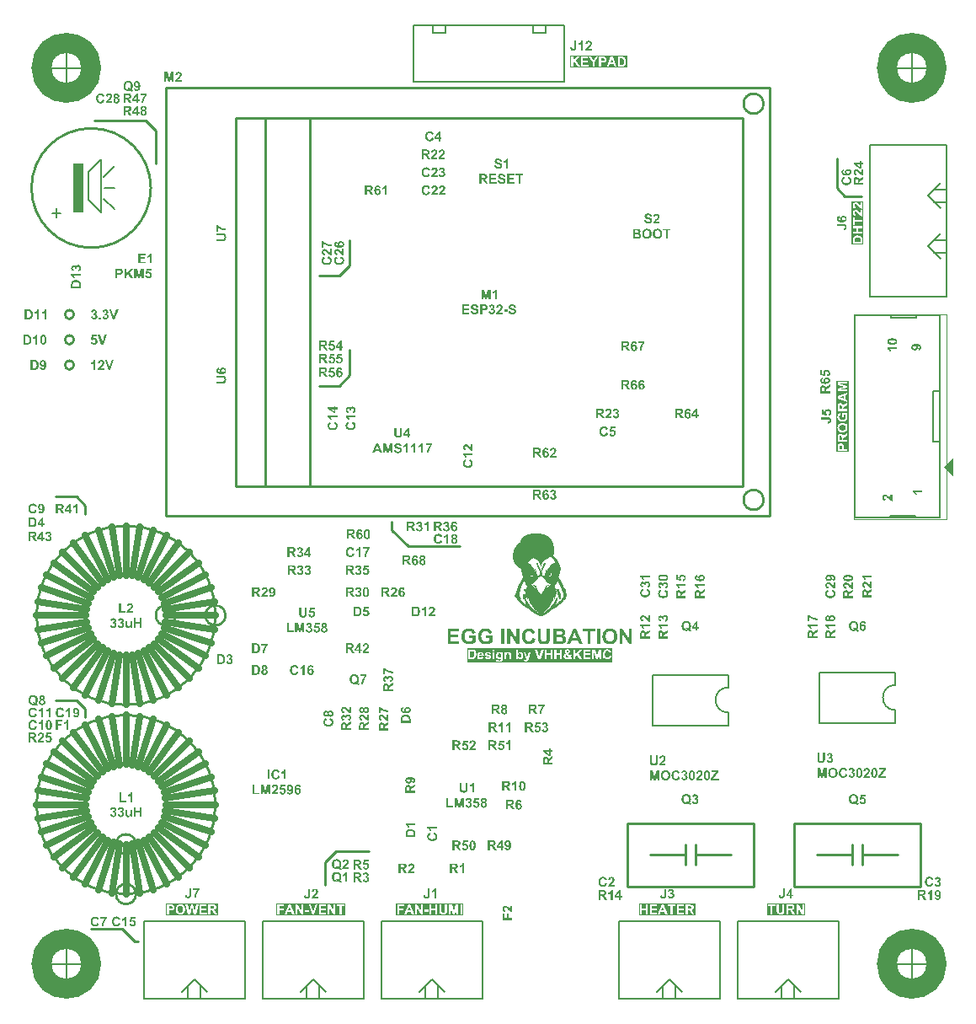
<source format=gto>
G04*
G04 #@! TF.GenerationSoftware,Altium Limited,Altium Designer,18.0.7 (293)*
G04*
G04 Layer_Color=65535*
%FSLAX25Y25*%
%MOIN*%
G70*
G01*
G75*
%ADD10C,0.00700*%
%ADD11C,0.07874*%
%ADD12C,0.01000*%
%ADD13C,0.00701*%
%ADD14C,0.00787*%
%ADD15C,0.02500*%
%ADD16C,0.00500*%
%ADD17C,0.00400*%
%ADD18R,0.03937X0.19685*%
G36*
X206928Y189786D02*
X207764D01*
Y189667D01*
X208241D01*
Y189547D01*
X208599D01*
Y189428D01*
X208957D01*
Y189309D01*
X209315D01*
Y189189D01*
X209553D01*
Y189070D01*
X209792D01*
Y188951D01*
X210031D01*
Y188831D01*
X210150D01*
Y188712D01*
X210388D01*
Y188593D01*
X210508D01*
Y188473D01*
X210747D01*
Y188354D01*
X210866D01*
Y188235D01*
X210985D01*
Y188116D01*
X211104D01*
Y187996D01*
X211224D01*
Y187877D01*
X211343D01*
Y187758D01*
X211462D01*
Y187638D01*
X211582D01*
Y187519D01*
X211701D01*
Y187280D01*
X211820D01*
Y187161D01*
X211940D01*
Y186922D01*
X212059D01*
Y186684D01*
X212178D01*
Y186206D01*
X212298D01*
Y185848D01*
X212417D01*
Y185371D01*
X212536D01*
Y184775D01*
X212655D01*
Y183820D01*
X212775D01*
Y182388D01*
X212655D01*
Y181673D01*
X212536D01*
Y181315D01*
X212417D01*
Y181076D01*
X212536D01*
Y180957D01*
X212655D01*
Y180837D01*
X212775D01*
Y180718D01*
X212894D01*
Y180599D01*
X213013D01*
Y180479D01*
X213133D01*
Y180360D01*
X213252D01*
Y180241D01*
X213371D01*
Y180002D01*
X213491D01*
Y179883D01*
X213610D01*
Y179763D01*
X213729D01*
Y179525D01*
X213849D01*
Y179405D01*
X213968D01*
Y179167D01*
X214087D01*
Y179048D01*
X214207D01*
Y178809D01*
X214326D01*
Y178570D01*
X214445D01*
Y178451D01*
X214564D01*
Y178212D01*
X214684D01*
Y177974D01*
X214803D01*
Y177616D01*
X214922D01*
Y177377D01*
X215042D01*
Y177019D01*
X215161D01*
Y176542D01*
X215280D01*
Y175110D01*
X215161D01*
Y174275D01*
X215042D01*
Y173917D01*
X214922D01*
Y173559D01*
X214803D01*
Y173201D01*
X214684D01*
Y172963D01*
X214564D01*
Y172724D01*
X214445D01*
Y172605D01*
X214564D01*
Y172485D01*
X214684D01*
Y172247D01*
X214803D01*
Y172008D01*
X214922D01*
Y171889D01*
X215042D01*
Y171650D01*
X215161D01*
Y171531D01*
X215280D01*
Y171292D01*
X215400D01*
Y171054D01*
X215519D01*
Y170815D01*
X215638D01*
Y170696D01*
X215758D01*
Y170457D01*
X215877D01*
Y170218D01*
X215996D01*
Y169980D01*
X216116D01*
Y169741D01*
X216235D01*
Y169502D01*
X216354D01*
Y169264D01*
X216474D01*
Y168906D01*
X216593D01*
Y168667D01*
X216712D01*
Y168429D01*
X216831D01*
Y168190D01*
X216951D01*
Y167951D01*
X217667D01*
Y167832D01*
X217547D01*
Y166042D01*
X217667D01*
Y165684D01*
X217786D01*
Y164849D01*
X217667D01*
Y164730D01*
X217547D01*
Y164014D01*
X217667D01*
Y163895D01*
X216951D01*
Y163656D01*
X216831D01*
Y163537D01*
X216712D01*
Y163417D01*
X216593D01*
Y163298D01*
X216474D01*
Y163059D01*
X216354D01*
Y162940D01*
X216235D01*
Y162821D01*
X216116D01*
Y162701D01*
X215996D01*
Y162582D01*
X215877D01*
Y162463D01*
X215758D01*
Y162344D01*
X215638D01*
Y162224D01*
X215519D01*
Y162105D01*
X215400D01*
Y161986D01*
X215280D01*
Y161866D01*
X215161D01*
Y161747D01*
X214922D01*
Y161628D01*
X214803D01*
Y161508D01*
X214684D01*
Y161389D01*
X214564D01*
Y161270D01*
X214326D01*
Y161151D01*
X214207D01*
Y161031D01*
X214087D01*
Y160912D01*
X213849D01*
Y160793D01*
X213610D01*
Y160673D01*
X213491D01*
Y160554D01*
X213371D01*
Y160435D01*
X213133D01*
Y160315D01*
X212894D01*
Y160196D01*
X212655D01*
Y160077D01*
X212417D01*
Y159957D01*
X212178D01*
Y159719D01*
X211940D01*
Y159599D01*
X211820D01*
Y159480D01*
X211701D01*
Y159361D01*
X211582D01*
Y159241D01*
X211462D01*
Y159122D01*
X211224D01*
Y159003D01*
X211104D01*
Y158884D01*
X210985D01*
Y158764D01*
X210747D01*
Y158645D01*
X210627D01*
Y158526D01*
X210388D01*
Y158406D01*
X210269D01*
Y158287D01*
X210031D01*
Y158168D01*
X209911D01*
Y158048D01*
X209673D01*
Y157929D01*
X209434D01*
Y157810D01*
X209195D01*
Y157690D01*
X208957D01*
Y157571D01*
X208718D01*
Y157452D01*
X208479D01*
Y157332D01*
X208241D01*
Y157213D01*
X207883D01*
Y157094D01*
X207167D01*
Y157213D01*
X206928D01*
Y157332D01*
X206690D01*
Y157452D01*
X206332D01*
Y157571D01*
X206093D01*
Y157690D01*
X205974D01*
Y157810D01*
X205735D01*
Y157929D01*
X205497D01*
Y158048D01*
X205258D01*
Y158168D01*
X205019D01*
Y158287D01*
X204900D01*
Y158406D01*
X204661D01*
Y158526D01*
X204542D01*
Y158645D01*
X204304D01*
Y158764D01*
X204184D01*
Y158884D01*
X203945D01*
Y159003D01*
X203826D01*
Y159122D01*
X203707D01*
Y159241D01*
X203588D01*
Y159361D01*
X203349D01*
Y159480D01*
X203230D01*
Y159599D01*
X203110D01*
Y159719D01*
X202991D01*
Y159838D01*
X202872D01*
Y159957D01*
X202752D01*
Y160077D01*
X202395D01*
Y160196D01*
X202156D01*
Y160315D01*
X202036D01*
Y160435D01*
X201798D01*
Y160554D01*
X201559D01*
Y160673D01*
X201440D01*
Y160793D01*
X201201D01*
Y160912D01*
X201082D01*
Y161031D01*
X200963D01*
Y161151D01*
X200724D01*
Y161270D01*
X200605D01*
Y161389D01*
X200366D01*
Y161508D01*
X200247D01*
Y161628D01*
X200128D01*
Y161747D01*
X200008D01*
Y161866D01*
X199889D01*
Y161986D01*
X199769D01*
Y162105D01*
X199650D01*
Y162224D01*
X199412D01*
Y162344D01*
X199292D01*
Y162582D01*
X199173D01*
Y162701D01*
X199054D01*
Y162821D01*
X198934D01*
Y162940D01*
X198815D01*
Y163059D01*
X198696D01*
Y163179D01*
X198576D01*
Y163298D01*
X198457D01*
Y163537D01*
X198338D01*
Y163656D01*
X198218D01*
Y163775D01*
X198099D01*
Y163895D01*
X197980D01*
Y164133D01*
X197861D01*
Y164253D01*
X197741D01*
Y164491D01*
X197622D01*
Y164611D01*
X197503D01*
Y164849D01*
X197383D01*
Y164969D01*
X197264D01*
Y165446D01*
X197383D01*
Y165923D01*
X197503D01*
Y166281D01*
X197622D01*
Y166639D01*
X197741D01*
Y166997D01*
X197861D01*
Y167355D01*
X197980D01*
Y167713D01*
X198099D01*
Y167951D01*
X198218D01*
Y168309D01*
X198338D01*
Y168667D01*
X198457D01*
Y168906D01*
X198576D01*
Y169144D01*
X198696D01*
Y169383D01*
X198815D01*
Y169622D01*
X198934D01*
Y169860D01*
X199054D01*
Y170099D01*
X199173D01*
Y170338D01*
X199292D01*
Y170576D01*
X199412D01*
Y170815D01*
X199531D01*
Y170934D01*
X199650D01*
Y171173D01*
X199769D01*
Y171412D01*
X199889D01*
Y171531D01*
X200008D01*
Y171769D01*
X200128D01*
Y172008D01*
X200247D01*
Y172127D01*
X200366D01*
Y172366D01*
X200485D01*
Y172485D01*
X200605D01*
Y172843D01*
X200485D01*
Y173082D01*
X200366D01*
Y173320D01*
X200247D01*
Y173679D01*
X200128D01*
Y174036D01*
X200008D01*
Y174633D01*
X199889D01*
Y175826D01*
X199769D01*
Y175945D01*
X199412D01*
Y176065D01*
X199173D01*
Y176184D01*
X198934D01*
Y176303D01*
X198815D01*
Y176423D01*
X198576D01*
Y176542D01*
X198457D01*
Y176661D01*
X198338D01*
Y176781D01*
X198218D01*
Y176900D01*
X198099D01*
Y177019D01*
X197980D01*
Y177139D01*
X197861D01*
Y177258D01*
X197741D01*
Y177377D01*
X197622D01*
Y177497D01*
X197503D01*
Y177735D01*
X197383D01*
Y177855D01*
X197264D01*
Y178093D01*
X197145D01*
Y178332D01*
X197025D01*
Y178570D01*
X196906D01*
Y178809D01*
X196787D01*
Y179167D01*
X196667D01*
Y179644D01*
X196548D01*
Y180360D01*
X196429D01*
Y181553D01*
X196548D01*
Y182269D01*
X196667D01*
Y182746D01*
X196787D01*
Y183104D01*
X196906D01*
Y183462D01*
X197025D01*
Y183701D01*
X197145D01*
Y183940D01*
X197264D01*
Y184178D01*
X197383D01*
Y184417D01*
X197503D01*
Y184655D01*
X197622D01*
Y184775D01*
X197741D01*
Y185013D01*
X197861D01*
Y185133D01*
X197980D01*
Y185252D01*
X198099D01*
Y185371D01*
X198218D01*
Y185491D01*
X198338D01*
Y185729D01*
X198457D01*
Y185848D01*
X198696D01*
Y185968D01*
X198815D01*
Y186087D01*
X198934D01*
Y186206D01*
X199173D01*
Y186326D01*
X199292D01*
Y186445D01*
X199412D01*
Y187042D01*
X199531D01*
Y187280D01*
X199650D01*
Y187519D01*
X199769D01*
Y187758D01*
X199889D01*
Y187877D01*
X200008D01*
Y187996D01*
X200128D01*
Y188116D01*
X200247D01*
Y188354D01*
X200485D01*
Y188473D01*
X200605D01*
Y188593D01*
X200843D01*
Y188712D01*
X200963D01*
Y188831D01*
X201201D01*
Y188951D01*
X201440D01*
Y189070D01*
X201679D01*
Y189189D01*
X201917D01*
Y189309D01*
X202156D01*
Y189428D01*
X202395D01*
Y189547D01*
X202872D01*
Y189667D01*
X203349D01*
Y189786D01*
X205377D01*
Y189905D01*
X206928D01*
Y189786D01*
D02*
G37*
G36*
X367117Y216175D02*
X370617Y212675D01*
Y219675D01*
X367117Y216175D01*
D02*
G37*
G36*
X235786Y138695D02*
X178429D01*
Y144448D01*
X235786D01*
Y138695D01*
D02*
G37*
G36*
X185837Y152328D02*
X185929Y152318D01*
X186040Y152309D01*
X186160Y152300D01*
X186298Y152282D01*
X186574Y152217D01*
X186870Y152134D01*
X187008Y152079D01*
X187146Y152014D01*
X187284Y151940D01*
X187404Y151857D01*
X187413Y151848D01*
X187432Y151839D01*
X187469Y151811D01*
X187506Y151775D01*
X187561Y151719D01*
X187616Y151664D01*
X187681Y151599D01*
X187745Y151516D01*
X187819Y151433D01*
X187884Y151332D01*
X187957Y151231D01*
X188022Y151111D01*
X188133Y150862D01*
X188188Y150714D01*
X188225Y150567D01*
X187008Y150336D01*
Y150345D01*
X186999Y150355D01*
X186980Y150410D01*
X186952Y150493D01*
X186897Y150594D01*
X186833Y150705D01*
X186750Y150816D01*
X186648Y150935D01*
X186528Y151037D01*
X186510Y151046D01*
X186464Y151074D01*
X186390Y151120D01*
X186289Y151166D01*
X186160Y151212D01*
X186012Y151258D01*
X185837Y151286D01*
X185652Y151295D01*
X185579D01*
X185523Y151286D01*
X185450Y151277D01*
X185376Y151267D01*
X185191Y151231D01*
X184989Y151166D01*
X184776Y151074D01*
X184675Y151018D01*
X184574Y150954D01*
X184472Y150871D01*
X184380Y150779D01*
X184371Y150769D01*
X184362Y150751D01*
X184334Y150723D01*
X184306Y150687D01*
X184269Y150631D01*
X184232Y150567D01*
X184196Y150493D01*
X184150Y150401D01*
X184104Y150299D01*
X184067Y150189D01*
X184030Y150059D01*
X183993Y149931D01*
X183965Y149783D01*
X183938Y149617D01*
X183928Y149451D01*
X183919Y149267D01*
Y149257D01*
Y149221D01*
Y149165D01*
X183928Y149091D01*
X183938Y148999D01*
X183947Y148898D01*
X183956Y148787D01*
X183974Y148658D01*
X184030Y148400D01*
X184122Y148123D01*
X184168Y147994D01*
X184232Y147874D01*
X184306Y147755D01*
X184389Y147644D01*
X184398Y147635D01*
X184408Y147626D01*
X184435Y147598D01*
X184472Y147561D01*
X184528Y147524D01*
X184583Y147478D01*
X184648Y147423D01*
X184730Y147377D01*
X184906Y147275D01*
X185118Y147192D01*
X185238Y147155D01*
X185367Y147137D01*
X185505Y147118D01*
X185643Y147109D01*
X185708D01*
X185782Y147118D01*
X185883Y147128D01*
X185994Y147146D01*
X186123Y147174D01*
X186261Y147211D01*
X186408Y147257D01*
X186427Y147266D01*
X186473Y147284D01*
X186547Y147312D01*
X186639Y147358D01*
X186740Y147413D01*
X186851Y147478D01*
X186962Y147543D01*
X187072Y147626D01*
Y148400D01*
X185680D01*
Y149423D01*
X188308D01*
Y146999D01*
X188289Y146980D01*
X188234Y146934D01*
X188151Y146869D01*
X188022Y146777D01*
X187865Y146676D01*
X187672Y146565D01*
X187450Y146455D01*
X187192Y146344D01*
X187183D01*
X187155Y146335D01*
X187118Y146316D01*
X187063Y146298D01*
X186999Y146279D01*
X186925Y146261D01*
X186833Y146233D01*
X186731Y146206D01*
X186510Y146160D01*
X186261Y146113D01*
X185994Y146077D01*
X185717Y146067D01*
X185625D01*
X185560Y146077D01*
X185477D01*
X185376Y146086D01*
X185274Y146104D01*
X185154Y146113D01*
X184896Y146169D01*
X184620Y146233D01*
X184334Y146335D01*
X184196Y146390D01*
X184057Y146464D01*
X184048Y146473D01*
X184030Y146482D01*
X183993Y146510D01*
X183947Y146537D01*
X183882Y146574D01*
X183818Y146630D01*
X183661Y146759D01*
X183495Y146915D01*
X183320Y147109D01*
X183154Y147340D01*
X183006Y147598D01*
Y147607D01*
X182988Y147635D01*
X182979Y147672D01*
X182951Y147727D01*
X182923Y147801D01*
X182896Y147884D01*
X182868Y147976D01*
X182831Y148077D01*
X182794Y148197D01*
X182767Y148326D01*
X182711Y148594D01*
X182674Y148898D01*
X182656Y149221D01*
Y149230D01*
Y149267D01*
Y149313D01*
X182665Y149377D01*
Y149460D01*
X182674Y149562D01*
X182693Y149663D01*
X182702Y149783D01*
X182748Y150041D01*
X182822Y150327D01*
X182914Y150613D01*
X183043Y150899D01*
X183052Y150908D01*
X183062Y150935D01*
X183089Y150972D01*
X183117Y151018D01*
X183163Y151083D01*
X183209Y151157D01*
X183338Y151313D01*
X183504Y151498D01*
X183698Y151691D01*
X183938Y151867D01*
X184205Y152033D01*
X184214D01*
X184232Y152042D01*
X184260Y152060D01*
X184306Y152079D01*
X184371Y152106D01*
X184435Y152125D01*
X184518Y152153D01*
X184601Y152189D01*
X184703Y152217D01*
X184813Y152245D01*
X184933Y152263D01*
X185062Y152291D01*
X185339Y152328D01*
X185652Y152337D01*
X185763D01*
X185837Y152328D01*
D02*
G37*
G36*
X179263D02*
X179355Y152318D01*
X179466Y152309D01*
X179586Y152300D01*
X179724Y152282D01*
X180001Y152217D01*
X180296Y152134D01*
X180434Y152079D01*
X180572Y152014D01*
X180710Y151940D01*
X180830Y151857D01*
X180840Y151848D01*
X180858Y151839D01*
X180895Y151811D01*
X180932Y151775D01*
X180987Y151719D01*
X181042Y151664D01*
X181107Y151599D01*
X181172Y151516D01*
X181245Y151433D01*
X181310Y151332D01*
X181384Y151231D01*
X181448Y151111D01*
X181559Y150862D01*
X181614Y150714D01*
X181651Y150567D01*
X180434Y150336D01*
Y150345D01*
X180425Y150355D01*
X180406Y150410D01*
X180379Y150493D01*
X180323Y150594D01*
X180259Y150705D01*
X180176Y150816D01*
X180074Y150935D01*
X179955Y151037D01*
X179936Y151046D01*
X179890Y151074D01*
X179816Y151120D01*
X179715Y151166D01*
X179586Y151212D01*
X179438Y151258D01*
X179263Y151286D01*
X179079Y151295D01*
X179005D01*
X178949Y151286D01*
X178876Y151277D01*
X178802Y151267D01*
X178618Y151231D01*
X178415Y151166D01*
X178203Y151074D01*
X178101Y151018D01*
X178000Y150954D01*
X177898Y150871D01*
X177806Y150779D01*
X177797Y150769D01*
X177788Y150751D01*
X177760Y150723D01*
X177732Y150687D01*
X177696Y150631D01*
X177659Y150567D01*
X177622Y150493D01*
X177576Y150401D01*
X177530Y150299D01*
X177493Y150189D01*
X177456Y150059D01*
X177419Y149931D01*
X177391Y149783D01*
X177364Y149617D01*
X177354Y149451D01*
X177345Y149267D01*
Y149257D01*
Y149221D01*
Y149165D01*
X177354Y149091D01*
X177364Y148999D01*
X177373Y148898D01*
X177382Y148787D01*
X177401Y148658D01*
X177456Y148400D01*
X177548Y148123D01*
X177594Y147994D01*
X177659Y147874D01*
X177732Y147755D01*
X177815Y147644D01*
X177825Y147635D01*
X177834Y147626D01*
X177861Y147598D01*
X177898Y147561D01*
X177954Y147524D01*
X178009Y147478D01*
X178074Y147423D01*
X178157Y147377D01*
X178332Y147275D01*
X178544Y147192D01*
X178664Y147155D01*
X178793Y147137D01*
X178931Y147118D01*
X179069Y147109D01*
X179134D01*
X179208Y147118D01*
X179309Y147128D01*
X179420Y147146D01*
X179549Y147174D01*
X179687Y147211D01*
X179835Y147257D01*
X179853Y147266D01*
X179899Y147284D01*
X179973Y147312D01*
X180065Y147358D01*
X180166Y147413D01*
X180277Y147478D01*
X180388Y147543D01*
X180499Y147626D01*
Y148400D01*
X179106D01*
Y149423D01*
X181734D01*
Y146999D01*
X181716Y146980D01*
X181660Y146934D01*
X181577Y146869D01*
X181448Y146777D01*
X181291Y146676D01*
X181098Y146565D01*
X180877Y146455D01*
X180618Y146344D01*
X180609D01*
X180581Y146335D01*
X180545Y146316D01*
X180489Y146298D01*
X180425Y146279D01*
X180351Y146261D01*
X180259Y146233D01*
X180157Y146206D01*
X179936Y146160D01*
X179687Y146113D01*
X179420Y146077D01*
X179143Y146067D01*
X179051D01*
X178986Y146077D01*
X178903D01*
X178802Y146086D01*
X178700Y146104D01*
X178581Y146113D01*
X178323Y146169D01*
X178046Y146233D01*
X177760Y146335D01*
X177622Y146390D01*
X177483Y146464D01*
X177474Y146473D01*
X177456Y146482D01*
X177419Y146510D01*
X177373Y146537D01*
X177308Y146574D01*
X177244Y146630D01*
X177087Y146759D01*
X176921Y146915D01*
X176746Y147109D01*
X176580Y147340D01*
X176432Y147598D01*
Y147607D01*
X176414Y147635D01*
X176405Y147672D01*
X176377Y147727D01*
X176349Y147801D01*
X176322Y147884D01*
X176294Y147976D01*
X176257Y148077D01*
X176220Y148197D01*
X176193Y148326D01*
X176137Y148594D01*
X176101Y148898D01*
X176082Y149221D01*
Y149230D01*
Y149267D01*
Y149313D01*
X176091Y149377D01*
Y149460D01*
X176101Y149562D01*
X176119Y149663D01*
X176128Y149783D01*
X176174Y150041D01*
X176248Y150327D01*
X176340Y150613D01*
X176469Y150899D01*
X176479Y150908D01*
X176488Y150935D01*
X176515Y150972D01*
X176543Y151018D01*
X176589Y151083D01*
X176635Y151157D01*
X176764Y151313D01*
X176930Y151498D01*
X177124Y151691D01*
X177364Y151867D01*
X177631Y152033D01*
X177640D01*
X177659Y152042D01*
X177686Y152060D01*
X177732Y152079D01*
X177797Y152106D01*
X177861Y152125D01*
X177945Y152153D01*
X178027Y152189D01*
X178129Y152217D01*
X178240Y152245D01*
X178359Y152263D01*
X178489Y152291D01*
X178765Y152328D01*
X179079Y152337D01*
X179189D01*
X179263Y152328D01*
D02*
G37*
G36*
X203041Y152328D02*
X203134Y152319D01*
X203244Y152300D01*
X203364Y152282D01*
X203493Y152254D01*
X203641Y152217D01*
X203779Y152171D01*
X203936Y152125D01*
X204083Y152060D01*
X204231Y151977D01*
X204378Y151894D01*
X204517Y151793D01*
X204655Y151673D01*
X204664D01*
X204673Y151655D01*
X204719Y151599D01*
X204793Y151516D01*
X204885Y151387D01*
X204987Y151231D01*
X205097Y151046D01*
X205199Y150825D01*
X205282Y150567D01*
X204074Y150281D01*
Y150290D01*
X204065Y150299D01*
X204056Y150355D01*
X204019Y150438D01*
X203973Y150548D01*
X203917Y150668D01*
X203834Y150788D01*
X203742Y150908D01*
X203622Y151018D01*
X203604Y151028D01*
X203558Y151065D01*
X203493Y151111D01*
X203392Y151157D01*
X203272Y151212D01*
X203124Y151249D01*
X202968Y151286D01*
X202792Y151295D01*
X202728D01*
X202682Y151286D01*
X202626Y151277D01*
X202562Y151267D01*
X202405Y151231D01*
X202230Y151175D01*
X202046Y151092D01*
X201963Y151037D01*
X201870Y150972D01*
X201787Y150889D01*
X201704Y150806D01*
Y150797D01*
X201686Y150788D01*
X201668Y150751D01*
X201640Y150714D01*
X201612Y150659D01*
X201575Y150594D01*
X201538Y150521D01*
X201502Y150428D01*
X201455Y150327D01*
X201419Y150216D01*
X201382Y150087D01*
X201354Y149940D01*
X201326Y149792D01*
X201308Y149617D01*
X201299Y149433D01*
X201290Y149239D01*
Y149230D01*
Y149193D01*
Y149128D01*
X201299Y149055D01*
Y148953D01*
X201308Y148852D01*
X201326Y148732D01*
X201345Y148603D01*
X201391Y148335D01*
X201465Y148059D01*
X201511Y147930D01*
X201566Y147810D01*
X201622Y147699D01*
X201695Y147598D01*
X201704Y147589D01*
X201714Y147579D01*
X201769Y147524D01*
X201861Y147450D01*
X201981Y147358D01*
X202138Y147266D01*
X202322Y147192D01*
X202534Y147137D01*
X202645Y147128D01*
X202765Y147118D01*
X202811D01*
X202848Y147128D01*
X202940Y147137D01*
X203051Y147155D01*
X203189Y147192D01*
X203327Y147248D01*
X203466Y147321D01*
X203604Y147423D01*
X203622Y147441D01*
X203659Y147478D01*
X203724Y147561D01*
X203797Y147662D01*
X203880Y147801D01*
X203963Y147976D01*
X204046Y148170D01*
X204111Y148409D01*
X205300Y148040D01*
Y148031D01*
X205291Y147994D01*
X205273Y147948D01*
X205245Y147874D01*
X205217Y147791D01*
X205180Y147699D01*
X205134Y147589D01*
X205079Y147478D01*
X204959Y147238D01*
X204802Y146989D01*
X204609Y146759D01*
X204507Y146648D01*
X204387Y146556D01*
X204378Y146547D01*
X204360Y146537D01*
X204323Y146510D01*
X204277Y146482D01*
X204212Y146445D01*
X204138Y146408D01*
X204046Y146362D01*
X203945Y146316D01*
X203834Y146270D01*
X203714Y146224D01*
X203585Y146187D01*
X203447Y146150D01*
X203290Y146123D01*
X203134Y146095D01*
X202958Y146086D01*
X202783Y146077D01*
X202728D01*
X202663Y146086D01*
X202580D01*
X202479Y146104D01*
X202359Y146123D01*
X202230Y146141D01*
X202082Y146178D01*
X201926Y146224D01*
X201769Y146279D01*
X201603Y146344D01*
X201437Y146427D01*
X201271Y146519D01*
X201105Y146630D01*
X200948Y146750D01*
X200801Y146897D01*
X200792Y146906D01*
X200764Y146934D01*
X200727Y146980D01*
X200681Y147045D01*
X200626Y147128D01*
X200552Y147229D01*
X200487Y147349D01*
X200414Y147487D01*
X200340Y147635D01*
X200275Y147810D01*
X200211Y147994D01*
X200146Y148197D01*
X200100Y148409D01*
X200063Y148640D01*
X200036Y148889D01*
X200026Y149147D01*
Y149165D01*
Y149211D01*
X200036Y149294D01*
Y149396D01*
X200054Y149525D01*
X200063Y149672D01*
X200091Y149829D01*
X200128Y150004D01*
X200165Y150198D01*
X200220Y150382D01*
X200275Y150585D01*
X200349Y150779D01*
X200441Y150972D01*
X200543Y151157D01*
X200663Y151332D01*
X200801Y151498D01*
X200810Y151507D01*
X200838Y151535D01*
X200884Y151572D01*
X200939Y151627D01*
X201022Y151691D01*
X201114Y151765D01*
X201225Y151839D01*
X201354Y151922D01*
X201492Y151996D01*
X201649Y152069D01*
X201815Y152143D01*
X201999Y152208D01*
X202193Y152263D01*
X202405Y152300D01*
X202626Y152328D01*
X202857Y152337D01*
X202968D01*
X203041Y152328D01*
D02*
G37*
G36*
X243563Y146178D02*
X242337D01*
X239884Y150152D01*
Y146178D01*
X238750D01*
Y152235D01*
X239931D01*
X242429Y148170D01*
Y152235D01*
X243563D01*
Y146178D01*
D02*
G37*
G36*
X198957Y146178D02*
X197731D01*
X195278Y150152D01*
Y146178D01*
X194144D01*
Y152235D01*
X195324D01*
X197823Y148169D01*
Y152235D01*
X198957D01*
Y146178D01*
D02*
G37*
G36*
X211164Y149045D02*
Y149036D01*
Y148999D01*
Y148944D01*
Y148870D01*
Y148778D01*
X211155Y148677D01*
Y148566D01*
Y148446D01*
X211137Y148188D01*
X211118Y147939D01*
X211109Y147819D01*
X211100Y147699D01*
X211081Y147598D01*
X211063Y147506D01*
Y147496D01*
Y147487D01*
X211044Y147432D01*
X211017Y147349D01*
X210980Y147238D01*
X210924Y147118D01*
X210869Y146989D01*
X210786Y146860D01*
X210694Y146740D01*
X210685Y146731D01*
X210648Y146685D01*
X210583Y146630D01*
X210509Y146565D01*
X210399Y146482D01*
X210279Y146399D01*
X210141Y146316D01*
X209984Y146242D01*
X209975D01*
X209966Y146233D01*
X209938Y146224D01*
X209901Y146215D01*
X209864Y146206D01*
X209809Y146187D01*
X209670Y146160D01*
X209505Y146123D01*
X209311Y146095D01*
X209081Y146077D01*
X208822Y146067D01*
X208684D01*
X208610Y146077D01*
X208527D01*
X208334Y146095D01*
X208122Y146113D01*
X207909Y146150D01*
X207697Y146196D01*
X207605Y146224D01*
X207513Y146261D01*
X207504D01*
X207495Y146270D01*
X207439Y146298D01*
X207356Y146344D01*
X207255Y146399D01*
X207144Y146482D01*
X207024Y146565D01*
X206914Y146676D01*
X206803Y146786D01*
X206794Y146805D01*
X206766Y146842D01*
X206720Y146906D01*
X206665Y146989D01*
X206610Y147091D01*
X206554Y147211D01*
X206499Y147330D01*
X206462Y147459D01*
Y147469D01*
Y147487D01*
X206453Y147515D01*
X206444Y147561D01*
X206434Y147607D01*
X206425Y147681D01*
X206416Y147755D01*
X206407Y147847D01*
X206397Y147948D01*
X206388Y148059D01*
X206379Y148188D01*
X206370Y148326D01*
X206361Y148474D01*
Y148640D01*
X206351Y148815D01*
Y148999D01*
Y152235D01*
X207578D01*
Y148944D01*
Y148935D01*
Y148907D01*
Y148870D01*
Y148815D01*
Y148759D01*
Y148686D01*
X207587Y148520D01*
Y148354D01*
X207596Y148188D01*
X207605Y148040D01*
Y147976D01*
X207614Y147930D01*
Y147911D01*
X207633Y147865D01*
X207661Y147801D01*
X207688Y147718D01*
X207744Y147616D01*
X207808Y147515D01*
X207882Y147423D01*
X207983Y147330D01*
X208002Y147321D01*
X208039Y147294D01*
X208103Y147257D01*
X208195Y147220D01*
X208306Y147183D01*
X208444Y147146D01*
X208610Y147118D01*
X208785Y147109D01*
X208868D01*
X208961Y147118D01*
X209081Y147137D01*
X209200Y147164D01*
X209329Y147201D01*
X209449Y147248D01*
X209560Y147321D01*
X209569Y147330D01*
X209606Y147358D01*
X209652Y147404D01*
X209698Y147469D01*
X209753Y147543D01*
X209809Y147626D01*
X209855Y147727D01*
X209883Y147837D01*
Y147856D01*
X209892Y147902D01*
X209901Y147976D01*
X209910Y148087D01*
X209920Y148225D01*
X209929Y148409D01*
Y148511D01*
X209938Y148621D01*
Y148741D01*
Y148870D01*
Y152235D01*
X211164D01*
Y149045D01*
D02*
G37*
G36*
X231015Y146178D02*
X229789D01*
Y152235D01*
X231015D01*
Y146178D01*
D02*
G37*
G36*
X229023Y151212D02*
X227244D01*
Y146178D01*
X226018D01*
Y151212D01*
X224238D01*
Y152235D01*
X229023D01*
Y151212D01*
D02*
G37*
G36*
X224017Y146178D02*
X222689D01*
X222173Y147552D01*
X219730D01*
X219232Y146178D01*
X217941D01*
X220292Y152235D01*
X221583D01*
X224017Y146178D01*
D02*
G37*
G36*
X215276Y152226D02*
X215452Y152217D01*
X215627Y152208D01*
X215793Y152189D01*
X215940Y152171D01*
X215959D01*
X216005Y152162D01*
X216069Y152143D01*
X216152Y152116D01*
X216254Y152088D01*
X216364Y152042D01*
X216466Y151987D01*
X216576Y151922D01*
X216585Y151913D01*
X216622Y151885D01*
X216678Y151848D01*
X216742Y151784D01*
X216807Y151710D01*
X216890Y151627D01*
X216964Y151525D01*
X217037Y151415D01*
X217046Y151397D01*
X217065Y151360D01*
X217102Y151295D01*
X217139Y151212D01*
X217166Y151101D01*
X217203Y150981D01*
X217222Y150853D01*
X217231Y150705D01*
Y150687D01*
Y150631D01*
X217222Y150548D01*
X217203Y150447D01*
X217176Y150327D01*
X217129Y150198D01*
X217074Y150059D01*
X217000Y149921D01*
X216991Y149903D01*
X216954Y149866D01*
X216908Y149801D01*
X216834Y149728D01*
X216742Y149635D01*
X216641Y149552D01*
X216512Y149469D01*
X216373Y149396D01*
X216383D01*
X216401Y149387D01*
X216429Y149377D01*
X216466Y149368D01*
X216567Y149322D01*
X216687Y149267D01*
X216825Y149193D01*
X216964Y149101D01*
X217102Y148981D01*
X217222Y148843D01*
X217231Y148824D01*
X217268Y148778D01*
X217314Y148695D01*
X217378Y148584D01*
X217434Y148446D01*
X217480Y148299D01*
X217517Y148123D01*
X217526Y147930D01*
Y147911D01*
Y147856D01*
X217517Y147782D01*
X217498Y147672D01*
X217480Y147552D01*
X217443Y147413D01*
X217397Y147275D01*
X217332Y147128D01*
X217323Y147109D01*
X217296Y147063D01*
X217249Y146989D01*
X217194Y146906D01*
X217120Y146805D01*
X217028Y146704D01*
X216927Y146593D01*
X216807Y146501D01*
X216788Y146491D01*
X216752Y146464D01*
X216678Y146427D01*
X216576Y146381D01*
X216456Y146326D01*
X216318Y146279D01*
X216161Y146242D01*
X215986Y146215D01*
X215949D01*
X215922Y146206D01*
X215829D01*
X215765Y146196D01*
X215599D01*
X215488Y146187D01*
X215239D01*
X215083Y146178D01*
X212455D01*
Y152235D01*
X215120D01*
X215276Y152226D01*
D02*
G37*
G36*
X192982Y146178D02*
X191756D01*
Y152235D01*
X192982D01*
Y146178D01*
D02*
G37*
G36*
X175132Y151212D02*
X171878D01*
Y149866D01*
X174902D01*
Y148843D01*
X171878D01*
Y147201D01*
X175252D01*
Y146178D01*
X170651D01*
Y152235D01*
X175132D01*
Y151212D01*
D02*
G37*
G36*
X234979Y152328D02*
X235072D01*
X235182Y152309D01*
X235311Y152291D01*
X235459Y152263D01*
X235616Y152235D01*
X235791Y152189D01*
X235957Y152134D01*
X236141Y152060D01*
X236316Y151987D01*
X236491Y151885D01*
X236667Y151775D01*
X236833Y151645D01*
X236989Y151498D01*
X236999Y151489D01*
X237026Y151461D01*
X237063Y151415D01*
X237119Y151341D01*
X237174Y151258D01*
X237248Y151157D01*
X237312Y151037D01*
X237395Y150899D01*
X237469Y150742D01*
X237543Y150567D01*
X237607Y150382D01*
X237662Y150179D01*
X237718Y149958D01*
X237755Y149718D01*
X237782Y149460D01*
X237791Y149193D01*
Y149174D01*
Y149128D01*
X237782Y149055D01*
Y148953D01*
X237764Y148824D01*
X237745Y148686D01*
X237727Y148520D01*
X237690Y148354D01*
X237653Y148170D01*
X237598Y147985D01*
X237533Y147791D01*
X237450Y147598D01*
X237358Y147413D01*
X237257Y147229D01*
X237128Y147054D01*
X236989Y146888D01*
X236980Y146879D01*
X236952Y146851D01*
X236906Y146814D01*
X236842Y146759D01*
X236768Y146694D01*
X236667Y146630D01*
X236556Y146556D01*
X236427Y146482D01*
X236279Y146399D01*
X236123Y146326D01*
X235947Y146261D01*
X235754Y146196D01*
X235551Y146141D01*
X235339Y146104D01*
X235108Y146077D01*
X234860Y146067D01*
X234804D01*
X234731Y146077D01*
X234638D01*
X234528Y146095D01*
X234389Y146113D01*
X234242Y146132D01*
X234085Y146169D01*
X233919Y146215D01*
X233744Y146270D01*
X233569Y146335D01*
X233394Y146418D01*
X233209Y146510D01*
X233043Y146621D01*
X232877Y146740D01*
X232720Y146888D01*
X232711Y146897D01*
X232684Y146925D01*
X232647Y146971D01*
X232601Y147035D01*
X232536Y147118D01*
X232472Y147220D01*
X232398Y147340D01*
X232324Y147478D01*
X232250Y147635D01*
X232176Y147801D01*
X232112Y147985D01*
X232048Y148188D01*
X232001Y148409D01*
X231964Y148640D01*
X231937Y148889D01*
X231928Y149156D01*
Y149165D01*
Y149202D01*
Y149248D01*
Y149313D01*
X231937Y149396D01*
X231946Y149488D01*
Y149589D01*
X231964Y149700D01*
X231992Y149949D01*
X232038Y150207D01*
X232103Y150465D01*
X232195Y150714D01*
Y150723D01*
X232204Y150733D01*
X232232Y150788D01*
X232278Y150880D01*
X232343Y150991D01*
X232425Y151120D01*
X232518Y151258D01*
X232638Y151406D01*
X232757Y151544D01*
X232776Y151562D01*
X232822Y151609D01*
X232896Y151673D01*
X232988Y151747D01*
X233108Y151839D01*
X233237Y151931D01*
X233384Y152014D01*
X233541Y152088D01*
X233550D01*
X233569Y152097D01*
X233596Y152116D01*
X233643Y152125D01*
X233698Y152143D01*
X233762Y152171D01*
X233836Y152189D01*
X233919Y152217D01*
X234113Y152254D01*
X234334Y152300D01*
X234583Y152328D01*
X234850Y152337D01*
X234906D01*
X234979Y152328D01*
D02*
G37*
G36*
X346803Y267046D02*
X346896Y267040D01*
X346996Y267034D01*
X347113Y267023D01*
X347235Y267005D01*
X347493Y266958D01*
X347622Y266929D01*
X347750Y266894D01*
X347873Y266847D01*
X347990Y266794D01*
X348101Y266736D01*
X348195Y266672D01*
X348201Y266666D01*
X348212Y266660D01*
X348230Y266642D01*
X348253Y266613D01*
X348288Y266584D01*
X348318Y266543D01*
X348353Y266502D01*
X348388Y266449D01*
X348429Y266391D01*
X348464Y266326D01*
X348493Y266250D01*
X348522Y266174D01*
X348552Y266092D01*
X348569Y266005D01*
X348581Y265905D01*
X348587Y265806D01*
Y265782D01*
X348581Y265753D01*
Y265712D01*
X348575Y265665D01*
X348563Y265613D01*
X348552Y265548D01*
X348534Y265484D01*
X348511Y265414D01*
X348481Y265338D01*
X348446Y265262D01*
X348406Y265186D01*
X348359Y265110D01*
X348300Y265039D01*
X348236Y264963D01*
X348160Y264899D01*
X348154Y264893D01*
X348136Y264887D01*
X348113Y264870D01*
X348072Y264846D01*
X348025Y264823D01*
X347967Y264794D01*
X347891Y264759D01*
X347803Y264729D01*
X347704Y264700D01*
X347592Y264665D01*
X347469Y264636D01*
X347329Y264612D01*
X347171Y264589D01*
X347007Y264577D01*
X346820Y264566D01*
X346621Y264560D01*
X346615D01*
X346609D01*
X346574D01*
X346516D01*
X346446Y264566D01*
X346352Y264571D01*
X346253Y264577D01*
X346142Y264589D01*
X346019Y264607D01*
X345761Y264653D01*
X345633Y264683D01*
X345504Y264718D01*
X345381Y264759D01*
X345264Y264811D01*
X345153Y264870D01*
X345059Y264934D01*
X345053Y264940D01*
X345042Y264946D01*
X345024Y264969D01*
X344995Y264993D01*
X344966Y265022D01*
X344931Y265063D01*
X344896Y265110D01*
X344860Y265162D01*
X344825Y265221D01*
X344784Y265285D01*
X344755Y265355D01*
X344726Y265431D01*
X344697Y265519D01*
X344679Y265607D01*
X344667Y265706D01*
X344661Y265806D01*
Y265859D01*
X344667Y265899D01*
X344673Y265946D01*
X344685Y265999D01*
X344697Y266057D01*
X344714Y266122D01*
X344732Y266192D01*
X344761Y266262D01*
X344790Y266338D01*
X344831Y266408D01*
X344878Y266479D01*
X344931Y266549D01*
X344995Y266613D01*
X345065Y266677D01*
X345071Y266683D01*
X345089Y266695D01*
X345118Y266713D01*
X345153Y266736D01*
X345205Y266765D01*
X345270Y266794D01*
X345346Y266830D01*
X345434Y266865D01*
X345539Y266900D01*
X345650Y266935D01*
X345779Y266964D01*
X345919Y266993D01*
X346077Y267017D01*
X346247Y267034D01*
X346428Y267046D01*
X346627Y267052D01*
X346633D01*
X346639D01*
X346674D01*
X346732D01*
X346803Y267046D01*
D02*
G37*
G36*
X348517Y262729D02*
X345744D01*
X345750Y262723D01*
X345761Y262711D01*
X345779Y262688D01*
X345808Y262659D01*
X345837Y262618D01*
X345872Y262571D01*
X345913Y262518D01*
X345954Y262454D01*
X346001Y262389D01*
X346048Y262313D01*
X346136Y262155D01*
X346223Y261974D01*
X346300Y261775D01*
X345633D01*
Y261781D01*
X345627Y261787D01*
X345621Y261804D01*
X345615Y261828D01*
X345592Y261886D01*
X345551Y261962D01*
X345504Y262056D01*
X345440Y262161D01*
X345369Y262278D01*
X345276Y262401D01*
X345270Y262407D01*
X345264Y262419D01*
X345247Y262436D01*
X345229Y262454D01*
X345176Y262512D01*
X345100Y262588D01*
X345012Y262664D01*
X344907Y262740D01*
X344790Y262811D01*
X344661Y262863D01*
Y263466D01*
X348517D01*
Y262729D01*
D02*
G37*
G36*
X356273Y264832D02*
X356361Y264826D01*
X356460Y264814D01*
X356572Y264802D01*
X356689Y264791D01*
X356940Y264744D01*
X357063Y264709D01*
X357192Y264674D01*
X357309Y264627D01*
X357426Y264574D01*
X357531Y264516D01*
X357625Y264445D01*
X357630Y264440D01*
X357642Y264428D01*
X357666Y264405D01*
X357695Y264375D01*
X357730Y264334D01*
X357771Y264288D01*
X357812Y264235D01*
X357853Y264171D01*
X357900Y264100D01*
X357941Y264024D01*
X357981Y263942D01*
X358017Y263855D01*
X358046Y263755D01*
X358069Y263656D01*
X358081Y263545D01*
X358087Y263434D01*
Y263392D01*
X358081Y263357D01*
Y263322D01*
X358075Y263276D01*
X358058Y263176D01*
X358028Y263059D01*
X357987Y262936D01*
X357929Y262813D01*
X357847Y262702D01*
X357841D01*
X357835Y262690D01*
X357800Y262655D01*
X357748Y262609D01*
X357666Y262556D01*
X357566Y262497D01*
X357443Y262439D01*
X357297Y262386D01*
X357133Y262351D01*
X357051Y263065D01*
X357063D01*
X357086Y263071D01*
X357127Y263077D01*
X357174Y263088D01*
X357227Y263106D01*
X357285Y263129D01*
X357332Y263158D01*
X357379Y263194D01*
X357385Y263199D01*
X357397Y263211D01*
X357408Y263240D01*
X357426Y263270D01*
X357449Y263316D01*
X357461Y263363D01*
X357473Y263422D01*
X357478Y263486D01*
Y263498D01*
X357473Y263527D01*
X357467Y263568D01*
X357455Y263621D01*
X357426Y263679D01*
X357391Y263743D01*
X357344Y263808D01*
X357274Y263872D01*
X357262Y263878D01*
X357250Y263890D01*
X357233Y263896D01*
X357204Y263913D01*
X357174Y263925D01*
X357133Y263942D01*
X357086Y263960D01*
X357028Y263972D01*
X356969Y263989D01*
X356899Y264007D01*
X356817Y264024D01*
X356730Y264042D01*
X356630Y264054D01*
X356519Y264065D01*
X356402Y264077D01*
X356408Y264071D01*
X356414Y264065D01*
X356431Y264048D01*
X356455Y264024D01*
X356502Y263966D01*
X356560Y263884D01*
X356624Y263785D01*
X356671Y263667D01*
X356712Y263533D01*
X356718Y263457D01*
X356724Y263381D01*
Y263340D01*
X356718Y263305D01*
X356712Y263264D01*
X356706Y263223D01*
X356683Y263118D01*
X356642Y262995D01*
X356613Y262930D01*
X356577Y262860D01*
X356537Y262796D01*
X356490Y262732D01*
X356437Y262667D01*
X356379Y262603D01*
X356373Y262597D01*
X356361Y262591D01*
X356344Y262574D01*
X356314Y262550D01*
X356279Y262527D01*
X356238Y262497D01*
X356191Y262468D01*
X356133Y262439D01*
X356069Y262410D01*
X356004Y262381D01*
X355928Y262351D01*
X355846Y262328D01*
X355665Y262287D01*
X355571Y262281D01*
X355466Y262275D01*
X355460D01*
X355443D01*
X355408D01*
X355367Y262281D01*
X355320Y262287D01*
X355261Y262293D01*
X355197Y262304D01*
X355127Y262316D01*
X354980Y262357D01*
X354899Y262386D01*
X354822Y262421D01*
X354741Y262462D01*
X354665Y262509D01*
X354594Y262562D01*
X354524Y262620D01*
X354518Y262626D01*
X354507Y262638D01*
X354489Y262655D01*
X354466Y262685D01*
X354442Y262720D01*
X354407Y262761D01*
X354378Y262807D01*
X354343Y262860D01*
X354308Y262919D01*
X354278Y262989D01*
X354243Y263059D01*
X354220Y263141D01*
X354197Y263223D01*
X354179Y263311D01*
X354167Y263404D01*
X354162Y263504D01*
Y263562D01*
X354167Y263603D01*
X354173Y263650D01*
X354185Y263708D01*
X354202Y263773D01*
X354220Y263843D01*
X354243Y263919D01*
X354273Y263995D01*
X354308Y264077D01*
X354355Y264153D01*
X354407Y264235D01*
X354466Y264317D01*
X354536Y264393D01*
X354618Y264463D01*
X354624Y264469D01*
X354641Y264481D01*
X354665Y264498D01*
X354706Y264522D01*
X354752Y264551D01*
X354817Y264580D01*
X354887Y264615D01*
X354975Y264650D01*
X355068Y264685D01*
X355179Y264721D01*
X355302Y264750D01*
X355437Y264779D01*
X355583Y264802D01*
X355741Y264820D01*
X355917Y264832D01*
X356104Y264838D01*
X356115D01*
X356151D01*
X356203D01*
X356273Y264832D01*
D02*
G37*
G36*
X346617Y202675D02*
X346611D01*
X346599D01*
X346576Y202681D01*
X346552Y202687D01*
X346517Y202693D01*
X346476Y202699D01*
X346383Y202722D01*
X346266Y202751D01*
X346143Y202798D01*
X346014Y202851D01*
X345885Y202921D01*
X345880D01*
X345868Y202933D01*
X345850Y202944D01*
X345821Y202962D01*
X345786Y202991D01*
X345745Y203020D01*
X345692Y203061D01*
X345640Y203102D01*
X345575Y203155D01*
X345505Y203219D01*
X345429Y203284D01*
X345347Y203360D01*
X345259Y203447D01*
X345166Y203535D01*
X345066Y203640D01*
X344961Y203752D01*
X344955Y203757D01*
X344943Y203775D01*
X344914Y203798D01*
X344885Y203834D01*
X344850Y203869D01*
X344803Y203915D01*
X344709Y204015D01*
X344604Y204120D01*
X344499Y204220D01*
X344452Y204266D01*
X344411Y204307D01*
X344370Y204342D01*
X344335Y204366D01*
X344323Y204372D01*
X344294Y204389D01*
X344253Y204413D01*
X344195Y204442D01*
X344125Y204471D01*
X344049Y204495D01*
X343967Y204512D01*
X343885Y204518D01*
X343873D01*
X343844D01*
X343797Y204512D01*
X343744Y204500D01*
X343686Y204483D01*
X343621Y204459D01*
X343557Y204430D01*
X343504Y204383D01*
X343499Y204378D01*
X343481Y204360D01*
X343463Y204331D01*
X343434Y204290D01*
X343411Y204237D01*
X343393Y204173D01*
X343376Y204097D01*
X343370Y204015D01*
Y203980D01*
X343376Y203933D01*
X343387Y203886D01*
X343405Y203828D01*
X343428Y203763D01*
X343463Y203705D01*
X343510Y203646D01*
X343516Y203640D01*
X343540Y203623D01*
X343569Y203605D01*
X343621Y203576D01*
X343686Y203553D01*
X343762Y203523D01*
X343861Y203506D01*
X343972Y203494D01*
X343902Y202763D01*
X343896D01*
X343873Y202769D01*
X343844D01*
X343803Y202781D01*
X343750Y202786D01*
X343698Y202804D01*
X343633Y202816D01*
X343563Y202839D01*
X343423Y202892D01*
X343276Y202962D01*
X343206Y203009D01*
X343142Y203055D01*
X343083Y203114D01*
X343031Y203172D01*
X343025Y203178D01*
X343019Y203190D01*
X343007Y203207D01*
X342990Y203237D01*
X342966Y203266D01*
X342943Y203307D01*
X342919Y203354D01*
X342896Y203412D01*
X342873Y203471D01*
X342849Y203535D01*
X342802Y203681D01*
X342773Y203845D01*
X342761Y203939D01*
Y204085D01*
X342767Y204126D01*
X342773Y204173D01*
X342779Y204231D01*
X342785Y204290D01*
X342802Y204360D01*
X342838Y204500D01*
X342890Y204653D01*
X342925Y204723D01*
X342966Y204799D01*
X343019Y204863D01*
X343072Y204927D01*
X343077Y204933D01*
X343083Y204939D01*
X343101Y204957D01*
X343124Y204980D01*
X343153Y205003D01*
X343194Y205033D01*
X343282Y205091D01*
X343393Y205150D01*
X343522Y205202D01*
X343668Y205243D01*
X343750Y205249D01*
X343832Y205255D01*
X343844D01*
X343873D01*
X343926Y205249D01*
X343990Y205243D01*
X344066Y205232D01*
X344148Y205214D01*
X344241Y205191D01*
X344329Y205161D01*
X344341Y205156D01*
X344370Y205144D01*
X344417Y205120D01*
X344476Y205091D01*
X344552Y205050D01*
X344634Y204998D01*
X344721Y204933D01*
X344815Y204863D01*
X344821Y204857D01*
X344844Y204840D01*
X344885Y204805D01*
X344938Y204752D01*
X345008Y204688D01*
X345096Y204600D01*
X345195Y204500D01*
X345306Y204378D01*
X345312Y204372D01*
X345318Y204360D01*
X345336Y204342D01*
X345359Y204325D01*
X345411Y204266D01*
X345482Y204196D01*
X345552Y204120D01*
X345622Y204050D01*
X345687Y203986D01*
X345710Y203962D01*
X345733Y203939D01*
X345739Y203933D01*
X345751Y203921D01*
X345768Y203904D01*
X345798Y203886D01*
X345856Y203834D01*
X345932Y203787D01*
Y205255D01*
X346617D01*
Y202675D01*
D02*
G37*
G36*
X358569Y206204D02*
X355797D01*
X355802Y206198D01*
X355814Y206186D01*
X355832Y206163D01*
X355861Y206133D01*
X355890Y206092D01*
X355925Y206046D01*
X355966Y205993D01*
X356007Y205929D01*
X356054Y205864D01*
X356101Y205788D01*
X356188Y205630D01*
X356276Y205449D01*
X356352Y205250D01*
X355685D01*
Y205256D01*
X355679Y205262D01*
X355674Y205279D01*
X355668Y205303D01*
X355644Y205361D01*
X355603Y205437D01*
X355557Y205531D01*
X355492Y205636D01*
X355422Y205753D01*
X355328Y205876D01*
X355323Y205882D01*
X355317Y205893D01*
X355299Y205911D01*
X355282Y205929D01*
X355229Y205987D01*
X355153Y206063D01*
X355065Y206139D01*
X354960Y206215D01*
X354843Y206285D01*
X354714Y206338D01*
Y206941D01*
X358569D01*
Y206204D01*
D02*
G37*
G36*
X13801Y110378D02*
X12409D01*
X12292Y109729D01*
X12303Y109735D01*
X12333Y109746D01*
X12385Y109770D01*
X12450Y109793D01*
X12520Y109811D01*
X12608Y109834D01*
X12701Y109846D01*
X12795Y109852D01*
X12842D01*
X12877Y109846D01*
X12918Y109840D01*
X12970Y109834D01*
X13023Y109822D01*
X13082Y109805D01*
X13216Y109764D01*
X13281Y109735D01*
X13351Y109699D01*
X13421Y109659D01*
X13491Y109612D01*
X13561Y109559D01*
X13626Y109495D01*
X13632Y109489D01*
X13643Y109477D01*
X13655Y109460D01*
X13678Y109430D01*
X13708Y109395D01*
X13737Y109354D01*
X13766Y109302D01*
X13801Y109243D01*
X13830Y109179D01*
X13860Y109109D01*
X13889Y109033D01*
X13918Y108951D01*
X13941Y108863D01*
X13953Y108769D01*
X13965Y108670D01*
X13971Y108565D01*
Y108559D01*
Y108541D01*
Y108518D01*
X13965Y108483D01*
Y108442D01*
X13959Y108395D01*
X13947Y108342D01*
X13936Y108284D01*
X13906Y108149D01*
X13854Y108009D01*
X13789Y107863D01*
X13743Y107787D01*
X13696Y107716D01*
X13690Y107711D01*
X13678Y107693D01*
X13655Y107669D01*
X13626Y107640D01*
X13590Y107599D01*
X13544Y107558D01*
X13485Y107512D01*
X13427Y107465D01*
X13356Y107418D01*
X13275Y107371D01*
X13193Y107330D01*
X13099Y107289D01*
X13000Y107260D01*
X12889Y107237D01*
X12777Y107219D01*
X12654Y107213D01*
X12602D01*
X12567Y107219D01*
X12520D01*
X12467Y107231D01*
X12409Y107237D01*
X12344Y107248D01*
X12210Y107283D01*
X12064Y107330D01*
X11923Y107400D01*
X11853Y107447D01*
X11789Y107494D01*
X11783Y107500D01*
X11777Y107506D01*
X11760Y107523D01*
X11736Y107547D01*
X11707Y107576D01*
X11678Y107611D01*
X11648Y107652D01*
X11613Y107699D01*
X11543Y107810D01*
X11479Y107939D01*
X11426Y108097D01*
X11408Y108178D01*
X11391Y108266D01*
X12122Y108342D01*
Y108331D01*
X12128Y108301D01*
X12140Y108255D01*
X12157Y108196D01*
X12181Y108138D01*
X12210Y108067D01*
X12251Y108003D01*
X12303Y107945D01*
X12309Y107939D01*
X12333Y107921D01*
X12362Y107898D01*
X12409Y107874D01*
X12461Y107851D01*
X12520Y107827D01*
X12590Y107810D01*
X12660Y107804D01*
X12672D01*
X12701Y107810D01*
X12742Y107816D01*
X12795Y107827D01*
X12859Y107851D01*
X12924Y107886D01*
X12988Y107927D01*
X13052Y107991D01*
X13058Y108003D01*
X13076Y108026D01*
X13105Y108073D01*
X13134Y108132D01*
X13163Y108214D01*
X13193Y108307D01*
X13210Y108424D01*
X13216Y108553D01*
Y108559D01*
Y108570D01*
Y108588D01*
Y108611D01*
X13210Y108676D01*
X13199Y108752D01*
X13175Y108839D01*
X13146Y108927D01*
X13105Y109015D01*
X13052Y109085D01*
X13047Y109091D01*
X13023Y109115D01*
X12988Y109144D01*
X12941Y109179D01*
X12883Y109208D01*
X12812Y109237D01*
X12731Y109261D01*
X12643Y109267D01*
X12614D01*
X12590Y109261D01*
X12526Y109255D01*
X12450Y109231D01*
X12362Y109196D01*
X12263Y109150D01*
X12169Y109079D01*
X12116Y109033D01*
X12070Y108986D01*
X11479Y109068D01*
X11853Y111068D01*
X13801D01*
Y110378D01*
D02*
G37*
G36*
X9753Y111133D02*
X9800Y111127D01*
X9858Y111121D01*
X9917Y111115D01*
X9987Y111098D01*
X10127Y111063D01*
X10279Y111010D01*
X10350Y110975D01*
X10426Y110934D01*
X10490Y110881D01*
X10554Y110828D01*
X10560Y110823D01*
X10566Y110817D01*
X10584Y110799D01*
X10607Y110776D01*
X10630Y110747D01*
X10660Y110706D01*
X10718Y110618D01*
X10777Y110507D01*
X10829Y110378D01*
X10870Y110232D01*
X10876Y110150D01*
X10882Y110068D01*
Y110056D01*
Y110027D01*
X10876Y109974D01*
X10870Y109910D01*
X10859Y109834D01*
X10841Y109752D01*
X10818Y109659D01*
X10788Y109571D01*
X10783Y109559D01*
X10771Y109530D01*
X10747Y109483D01*
X10718Y109424D01*
X10677Y109348D01*
X10625Y109267D01*
X10560Y109179D01*
X10490Y109085D01*
X10484Y109079D01*
X10467Y109056D01*
X10431Y109015D01*
X10379Y108962D01*
X10315Y108892D01*
X10227Y108804D01*
X10127Y108705D01*
X10005Y108594D01*
X9999Y108588D01*
X9987Y108582D01*
X9969Y108565D01*
X9952Y108541D01*
X9893Y108489D01*
X9823Y108418D01*
X9747Y108348D01*
X9677Y108278D01*
X9612Y108214D01*
X9589Y108190D01*
X9566Y108167D01*
X9560Y108161D01*
X9548Y108149D01*
X9531Y108132D01*
X9513Y108102D01*
X9460Y108044D01*
X9414Y107968D01*
X10882D01*
Y107283D01*
X8302D01*
Y107289D01*
Y107301D01*
X8308Y107324D01*
X8314Y107348D01*
X8320Y107383D01*
X8326Y107424D01*
X8349Y107517D01*
X8378Y107634D01*
X8425Y107757D01*
X8478Y107886D01*
X8548Y108015D01*
Y108020D01*
X8559Y108032D01*
X8571Y108050D01*
X8589Y108079D01*
X8618Y108114D01*
X8647Y108155D01*
X8688Y108208D01*
X8729Y108260D01*
X8782Y108325D01*
X8846Y108395D01*
X8911Y108471D01*
X8987Y108553D01*
X9074Y108641D01*
X9162Y108734D01*
X9267Y108834D01*
X9379Y108939D01*
X9384Y108945D01*
X9402Y108957D01*
X9425Y108986D01*
X9460Y109015D01*
X9495Y109050D01*
X9542Y109097D01*
X9642Y109190D01*
X9747Y109296D01*
X9847Y109401D01*
X9893Y109448D01*
X9934Y109489D01*
X9969Y109530D01*
X9993Y109565D01*
X9999Y109577D01*
X10016Y109606D01*
X10040Y109647D01*
X10069Y109705D01*
X10098Y109775D01*
X10121Y109852D01*
X10139Y109933D01*
X10145Y110015D01*
Y110027D01*
Y110056D01*
X10139Y110103D01*
X10127Y110156D01*
X10110Y110214D01*
X10086Y110279D01*
X10057Y110343D01*
X10010Y110396D01*
X10005Y110401D01*
X9987Y110419D01*
X9958Y110437D01*
X9917Y110466D01*
X9864Y110489D01*
X9800Y110507D01*
X9724Y110524D01*
X9642Y110530D01*
X9607D01*
X9560Y110524D01*
X9513Y110513D01*
X9455Y110495D01*
X9390Y110472D01*
X9332Y110437D01*
X9273Y110390D01*
X9267Y110384D01*
X9250Y110361D01*
X9232Y110331D01*
X9203Y110279D01*
X9180Y110214D01*
X9150Y110138D01*
X9133Y110039D01*
X9121Y109928D01*
X8390Y109998D01*
Y110004D01*
X8396Y110027D01*
Y110056D01*
X8407Y110097D01*
X8413Y110150D01*
X8431Y110203D01*
X8443Y110267D01*
X8466Y110337D01*
X8519Y110477D01*
X8589Y110624D01*
X8636Y110694D01*
X8682Y110758D01*
X8741Y110817D01*
X8799Y110870D01*
X8805Y110875D01*
X8817Y110881D01*
X8834Y110893D01*
X8864Y110910D01*
X8893Y110934D01*
X8934Y110957D01*
X8981Y110981D01*
X9039Y111004D01*
X9098Y111027D01*
X9162Y111051D01*
X9308Y111098D01*
X9472Y111127D01*
X9566Y111139D01*
X9712D01*
X9753Y111133D01*
D02*
G37*
G36*
X6459Y111121D02*
X6582D01*
X6647Y111115D01*
X6793Y111103D01*
X6939Y111080D01*
X7079Y111057D01*
X7144Y111039D01*
X7197Y111022D01*
X7202D01*
X7208Y111016D01*
X7243Y111004D01*
X7296Y110975D01*
X7360Y110934D01*
X7430Y110881D01*
X7507Y110817D01*
X7577Y110741D01*
X7647Y110647D01*
X7653Y110635D01*
X7676Y110600D01*
X7700Y110548D01*
X7735Y110472D01*
X7764Y110384D01*
X7793Y110284D01*
X7811Y110168D01*
X7817Y110045D01*
Y110039D01*
Y110027D01*
Y110004D01*
X7811Y109974D01*
Y109933D01*
X7805Y109892D01*
X7787Y109793D01*
X7752Y109682D01*
X7705Y109559D01*
X7647Y109442D01*
X7606Y109384D01*
X7559Y109331D01*
Y109325D01*
X7547Y109319D01*
X7530Y109308D01*
X7512Y109284D01*
X7483Y109267D01*
X7454Y109237D01*
X7413Y109208D01*
X7372Y109179D01*
X7319Y109150D01*
X7267Y109120D01*
X7202Y109091D01*
X7132Y109062D01*
X7062Y109033D01*
X6980Y109009D01*
X6898Y108992D01*
X6804Y108974D01*
X6810D01*
X6816Y108968D01*
X6846Y108951D01*
X6892Y108921D01*
X6951Y108880D01*
X7015Y108834D01*
X7085Y108775D01*
X7156Y108717D01*
X7220Y108652D01*
X7226Y108647D01*
X7249Y108617D01*
X7284Y108576D01*
X7337Y108512D01*
X7401Y108424D01*
X7471Y108319D01*
X7518Y108255D01*
X7559Y108184D01*
X7606Y108114D01*
X7659Y108032D01*
X8127Y107283D01*
X7197D01*
X6647Y108114D01*
X6641Y108120D01*
X6635Y108132D01*
X6617Y108155D01*
X6600Y108184D01*
X6576Y108225D01*
X6547Y108260D01*
X6483Y108354D01*
X6418Y108453D01*
X6348Y108541D01*
X6284Y108623D01*
X6261Y108658D01*
X6237Y108682D01*
X6231Y108687D01*
X6219Y108699D01*
X6196Y108722D01*
X6167Y108746D01*
X6091Y108799D01*
X6050Y108822D01*
X6003Y108839D01*
X5997D01*
X5980Y108845D01*
X5950Y108857D01*
X5909Y108863D01*
X5857Y108875D01*
X5793Y108880D01*
X5711Y108886D01*
X5465D01*
Y107283D01*
X4687D01*
Y111127D01*
X6407D01*
X6459Y111121D01*
D02*
G37*
G36*
X20515Y112205D02*
X19778D01*
Y114978D01*
X19772Y114972D01*
X19761Y114960D01*
X19737Y114943D01*
X19708Y114913D01*
X19667Y114884D01*
X19620Y114849D01*
X19568Y114808D01*
X19503Y114767D01*
X19439Y114720D01*
X19363Y114673D01*
X19205Y114586D01*
X19024Y114498D01*
X18825Y114422D01*
Y115089D01*
X18831D01*
X18836Y115095D01*
X18854Y115100D01*
X18877Y115106D01*
X18936Y115130D01*
X19012Y115171D01*
X19105Y115217D01*
X19211Y115282D01*
X19328Y115352D01*
X19451Y115446D01*
X19456Y115451D01*
X19468Y115457D01*
X19486Y115475D01*
X19503Y115492D01*
X19562Y115545D01*
X19638Y115621D01*
X19714Y115709D01*
X19790Y115814D01*
X19860Y115931D01*
X19913Y116060D01*
X20515D01*
Y112205D01*
D02*
G37*
G36*
X18146Y115399D02*
X16292D01*
Y114486D01*
X17895D01*
Y113837D01*
X16292D01*
Y112205D01*
X15514D01*
Y116048D01*
X18146D01*
Y115399D01*
D02*
G37*
G36*
X17427Y121028D02*
X17485Y121022D01*
X17555Y121010D01*
X17631Y120999D01*
X17713Y120981D01*
X17807Y120958D01*
X17895Y120929D01*
X17994Y120899D01*
X18088Y120858D01*
X18181Y120806D01*
X18275Y120753D01*
X18363Y120689D01*
X18450Y120613D01*
X18456D01*
X18462Y120601D01*
X18491Y120566D01*
X18538Y120513D01*
X18597Y120431D01*
X18661Y120332D01*
X18731Y120215D01*
X18796Y120074D01*
X18848Y119911D01*
X18082Y119729D01*
Y119735D01*
X18076Y119741D01*
X18070Y119776D01*
X18047Y119829D01*
X18017Y119899D01*
X17982Y119975D01*
X17930Y120051D01*
X17871Y120127D01*
X17795Y120197D01*
X17783Y120203D01*
X17754Y120227D01*
X17713Y120256D01*
X17649Y120285D01*
X17573Y120320D01*
X17479Y120343D01*
X17380Y120367D01*
X17269Y120373D01*
X17228D01*
X17198Y120367D01*
X17163Y120361D01*
X17122Y120355D01*
X17023Y120332D01*
X16912Y120297D01*
X16795Y120244D01*
X16742Y120209D01*
X16684Y120168D01*
X16631Y120115D01*
X16578Y120063D01*
Y120057D01*
X16567Y120051D01*
X16555Y120028D01*
X16537Y120004D01*
X16520Y119969D01*
X16496Y119928D01*
X16473Y119881D01*
X16450Y119823D01*
X16420Y119758D01*
X16397Y119688D01*
X16374Y119606D01*
X16356Y119513D01*
X16339Y119419D01*
X16327Y119308D01*
X16321Y119191D01*
X16315Y119068D01*
Y119062D01*
Y119039D01*
Y118998D01*
X16321Y118951D01*
Y118887D01*
X16327Y118823D01*
X16339Y118746D01*
X16350Y118665D01*
X16379Y118495D01*
X16426Y118319D01*
X16455Y118237D01*
X16491Y118161D01*
X16526Y118091D01*
X16572Y118027D01*
X16578Y118021D01*
X16584Y118015D01*
X16619Y117980D01*
X16678Y117933D01*
X16754Y117875D01*
X16853Y117816D01*
X16970Y117770D01*
X17105Y117734D01*
X17175Y117728D01*
X17251Y117723D01*
X17280D01*
X17304Y117728D01*
X17362Y117734D01*
X17432Y117746D01*
X17520Y117770D01*
X17608Y117805D01*
X17696Y117851D01*
X17783Y117916D01*
X17795Y117927D01*
X17819Y117951D01*
X17860Y118003D01*
X17906Y118068D01*
X17959Y118156D01*
X18012Y118267D01*
X18064Y118390D01*
X18105Y118542D01*
X18860Y118308D01*
Y118302D01*
X18854Y118278D01*
X18842Y118249D01*
X18825Y118202D01*
X18807Y118150D01*
X18784Y118091D01*
X18755Y118021D01*
X18719Y117951D01*
X18643Y117799D01*
X18544Y117641D01*
X18421Y117495D01*
X18357Y117424D01*
X18281Y117366D01*
X18275Y117360D01*
X18263Y117354D01*
X18240Y117337D01*
X18211Y117319D01*
X18169Y117296D01*
X18123Y117272D01*
X18064Y117243D01*
X18000Y117214D01*
X17930Y117184D01*
X17854Y117155D01*
X17772Y117132D01*
X17684Y117108D01*
X17584Y117091D01*
X17485Y117073D01*
X17374Y117068D01*
X17263Y117062D01*
X17228D01*
X17187Y117068D01*
X17134D01*
X17070Y117079D01*
X16994Y117091D01*
X16912Y117103D01*
X16818Y117126D01*
X16719Y117155D01*
X16619Y117190D01*
X16514Y117231D01*
X16409Y117284D01*
X16303Y117342D01*
X16198Y117413D01*
X16099Y117489D01*
X16005Y117582D01*
X15999Y117588D01*
X15982Y117606D01*
X15958Y117635D01*
X15929Y117676D01*
X15894Y117728D01*
X15847Y117793D01*
X15806Y117869D01*
X15759Y117957D01*
X15712Y118050D01*
X15672Y118161D01*
X15631Y118278D01*
X15590Y118407D01*
X15560Y118542D01*
X15537Y118688D01*
X15519Y118846D01*
X15514Y119010D01*
Y119021D01*
Y119051D01*
X15519Y119103D01*
Y119168D01*
X15531Y119249D01*
X15537Y119343D01*
X15555Y119443D01*
X15578Y119554D01*
X15601Y119677D01*
X15637Y119794D01*
X15672Y119922D01*
X15718Y120045D01*
X15777Y120168D01*
X15841Y120285D01*
X15917Y120396D01*
X16005Y120501D01*
X16011Y120507D01*
X16028Y120525D01*
X16058Y120548D01*
X16093Y120583D01*
X16145Y120624D01*
X16204Y120671D01*
X16274Y120718D01*
X16356Y120771D01*
X16444Y120817D01*
X16543Y120864D01*
X16648Y120911D01*
X16766Y120952D01*
X16888Y120987D01*
X17023Y121010D01*
X17163Y121028D01*
X17310Y121034D01*
X17380D01*
X17427Y121028D01*
D02*
G37*
G36*
X23616Y120975D02*
X23663Y120969D01*
X23721Y120958D01*
X23786Y120940D01*
X23856Y120923D01*
X23932Y120899D01*
X24008Y120870D01*
X24090Y120835D01*
X24166Y120788D01*
X24248Y120735D01*
X24330Y120677D01*
X24406Y120607D01*
X24476Y120525D01*
X24482Y120519D01*
X24493Y120501D01*
X24511Y120478D01*
X24534Y120437D01*
X24564Y120390D01*
X24593Y120326D01*
X24628Y120256D01*
X24663Y120168D01*
X24698Y120074D01*
X24733Y119963D01*
X24762Y119840D01*
X24792Y119706D01*
X24815Y119560D01*
X24833Y119402D01*
X24844Y119226D01*
X24850Y119039D01*
Y119027D01*
Y118992D01*
Y118939D01*
X24844Y118869D01*
X24838Y118781D01*
X24827Y118682D01*
X24815Y118571D01*
X24803Y118454D01*
X24757Y118202D01*
X24722Y118079D01*
X24686Y117951D01*
X24640Y117834D01*
X24587Y117717D01*
X24529Y117612D01*
X24458Y117518D01*
X24452Y117512D01*
X24441Y117500D01*
X24417Y117477D01*
X24388Y117448D01*
X24347Y117413D01*
X24300Y117372D01*
X24248Y117331D01*
X24183Y117290D01*
X24113Y117243D01*
X24037Y117202D01*
X23955Y117161D01*
X23867Y117126D01*
X23768Y117097D01*
X23668Y117073D01*
X23557Y117062D01*
X23446Y117056D01*
X23405D01*
X23370Y117062D01*
X23335D01*
X23288Y117068D01*
X23189Y117085D01*
X23072Y117114D01*
X22949Y117155D01*
X22826Y117214D01*
X22715Y117296D01*
Y117301D01*
X22703Y117307D01*
X22668Y117342D01*
X22621Y117395D01*
X22569Y117477D01*
X22510Y117576D01*
X22452Y117699D01*
X22399Y117846D01*
X22364Y118009D01*
X23078Y118091D01*
Y118079D01*
X23084Y118056D01*
X23089Y118015D01*
X23101Y117968D01*
X23119Y117916D01*
X23142Y117857D01*
X23171Y117810D01*
X23206Y117764D01*
X23212Y117758D01*
X23224Y117746D01*
X23253Y117734D01*
X23282Y117717D01*
X23329Y117693D01*
X23376Y117682D01*
X23435Y117670D01*
X23499Y117664D01*
X23511D01*
X23540Y117670D01*
X23581Y117676D01*
X23633Y117688D01*
X23692Y117717D01*
X23756Y117752D01*
X23821Y117799D01*
X23885Y117869D01*
X23891Y117881D01*
X23902Y117892D01*
X23908Y117910D01*
X23926Y117939D01*
X23938Y117968D01*
X23955Y118009D01*
X23973Y118056D01*
X23984Y118115D01*
X24002Y118173D01*
X24020Y118243D01*
X24037Y118325D01*
X24055Y118413D01*
X24066Y118512D01*
X24078Y118624D01*
X24090Y118741D01*
X24084Y118735D01*
X24078Y118729D01*
X24060Y118711D01*
X24037Y118688D01*
X23979Y118641D01*
X23897Y118583D01*
X23797Y118518D01*
X23680Y118472D01*
X23546Y118430D01*
X23470Y118425D01*
X23394Y118419D01*
X23353D01*
X23317Y118425D01*
X23277Y118430D01*
X23236Y118436D01*
X23130Y118460D01*
X23008Y118501D01*
X22943Y118530D01*
X22873Y118565D01*
X22809Y118606D01*
X22744Y118653D01*
X22680Y118705D01*
X22615Y118764D01*
X22610Y118770D01*
X22604Y118781D01*
X22586Y118799D01*
X22563Y118828D01*
X22539Y118863D01*
X22510Y118904D01*
X22481Y118951D01*
X22452Y119010D01*
X22422Y119074D01*
X22393Y119138D01*
X22364Y119214D01*
X22341Y119296D01*
X22300Y119478D01*
X22294Y119571D01*
X22288Y119677D01*
Y119682D01*
Y119700D01*
Y119735D01*
X22294Y119776D01*
X22300Y119823D01*
X22306Y119881D01*
X22317Y119946D01*
X22329Y120016D01*
X22370Y120162D01*
X22399Y120244D01*
X22434Y120320D01*
X22475Y120402D01*
X22522Y120478D01*
X22575Y120548D01*
X22633Y120618D01*
X22639Y120624D01*
X22651Y120636D01*
X22668Y120653D01*
X22697Y120677D01*
X22733Y120700D01*
X22773Y120735D01*
X22820Y120765D01*
X22873Y120800D01*
X22931Y120835D01*
X23002Y120864D01*
X23072Y120899D01*
X23154Y120923D01*
X23236Y120946D01*
X23323Y120964D01*
X23417Y120975D01*
X23516Y120981D01*
X23575D01*
X23616Y120975D01*
D02*
G37*
G36*
X21252Y117126D02*
X20515D01*
Y119899D01*
X20509Y119893D01*
X20498Y119881D01*
X20474Y119864D01*
X20445Y119834D01*
X20404Y119805D01*
X20357Y119770D01*
X20305Y119729D01*
X20240Y119688D01*
X20176Y119641D01*
X20100Y119595D01*
X19942Y119507D01*
X19761Y119419D01*
X19562Y119343D01*
Y120010D01*
X19568D01*
X19573Y120016D01*
X19591Y120022D01*
X19614Y120028D01*
X19673Y120051D01*
X19749Y120092D01*
X19843Y120139D01*
X19948Y120203D01*
X20065Y120273D01*
X20188Y120367D01*
X20194Y120373D01*
X20205Y120379D01*
X20223Y120396D01*
X20240Y120414D01*
X20299Y120466D01*
X20375Y120542D01*
X20451Y120630D01*
X20527Y120735D01*
X20597Y120852D01*
X20650Y120981D01*
X21252D01*
Y117126D01*
D02*
G37*
G36*
X6600Y116107D02*
X6658Y116101D01*
X6729Y116089D01*
X6804Y116077D01*
X6886Y116060D01*
X6980Y116036D01*
X7068Y116007D01*
X7167Y115978D01*
X7261Y115937D01*
X7354Y115884D01*
X7448Y115832D01*
X7536Y115767D01*
X7623Y115691D01*
X7629D01*
X7635Y115680D01*
X7665Y115645D01*
X7711Y115592D01*
X7770Y115510D01*
X7834Y115410D01*
X7904Y115294D01*
X7969Y115153D01*
X8021Y114989D01*
X7255Y114808D01*
Y114814D01*
X7249Y114820D01*
X7243Y114855D01*
X7220Y114907D01*
X7191Y114978D01*
X7156Y115054D01*
X7103Y115130D01*
X7044Y115206D01*
X6968Y115276D01*
X6957Y115282D01*
X6927Y115305D01*
X6886Y115334D01*
X6822Y115364D01*
X6746Y115399D01*
X6652Y115422D01*
X6553Y115446D01*
X6442Y115451D01*
X6401D01*
X6372Y115446D01*
X6336Y115440D01*
X6296Y115434D01*
X6196Y115410D01*
X6085Y115375D01*
X5968Y115323D01*
X5915Y115288D01*
X5857Y115247D01*
X5804Y115194D01*
X5751Y115141D01*
Y115136D01*
X5740Y115130D01*
X5728Y115106D01*
X5711Y115083D01*
X5693Y115048D01*
X5670Y115007D01*
X5646Y114960D01*
X5623Y114901D01*
X5594Y114837D01*
X5570Y114767D01*
X5547Y114685D01*
X5529Y114592D01*
X5512Y114498D01*
X5500Y114387D01*
X5494Y114270D01*
X5488Y114147D01*
Y114141D01*
Y114118D01*
Y114077D01*
X5494Y114030D01*
Y113965D01*
X5500Y113901D01*
X5512Y113825D01*
X5523Y113743D01*
X5553Y113574D01*
X5599Y113398D01*
X5629Y113316D01*
X5664Y113240D01*
X5699Y113170D01*
X5746Y113106D01*
X5751Y113100D01*
X5757Y113094D01*
X5793Y113059D01*
X5851Y113012D01*
X5927Y112953D01*
X6027Y112895D01*
X6143Y112848D01*
X6278Y112813D01*
X6348Y112807D01*
X6424Y112801D01*
X6453D01*
X6477Y112807D01*
X6535Y112813D01*
X6606Y112825D01*
X6693Y112848D01*
X6781Y112883D01*
X6869Y112930D01*
X6957Y112994D01*
X6968Y113006D01*
X6992Y113030D01*
X7033Y113082D01*
X7079Y113146D01*
X7132Y113234D01*
X7185Y113345D01*
X7237Y113468D01*
X7278Y113620D01*
X8033Y113386D01*
Y113381D01*
X8027Y113357D01*
X8016Y113328D01*
X7998Y113281D01*
X7980Y113228D01*
X7957Y113170D01*
X7928Y113100D01*
X7893Y113030D01*
X7817Y112877D01*
X7717Y112720D01*
X7594Y112573D01*
X7530Y112503D01*
X7454Y112444D01*
X7448Y112439D01*
X7436Y112433D01*
X7413Y112415D01*
X7384Y112398D01*
X7343Y112374D01*
X7296Y112351D01*
X7237Y112322D01*
X7173Y112292D01*
X7103Y112263D01*
X7027Y112234D01*
X6945Y112211D01*
X6857Y112187D01*
X6758Y112170D01*
X6658Y112152D01*
X6547Y112146D01*
X6436Y112140D01*
X6401D01*
X6360Y112146D01*
X6307D01*
X6243Y112158D01*
X6167Y112170D01*
X6085Y112181D01*
X5991Y112205D01*
X5892Y112234D01*
X5793Y112269D01*
X5687Y112310D01*
X5582Y112363D01*
X5477Y112421D01*
X5371Y112491D01*
X5272Y112567D01*
X5178Y112661D01*
X5172Y112667D01*
X5155Y112684D01*
X5131Y112714D01*
X5102Y112755D01*
X5067Y112807D01*
X5020Y112872D01*
X4979Y112948D01*
X4933Y113035D01*
X4886Y113129D01*
X4845Y113240D01*
X4804Y113357D01*
X4763Y113486D01*
X4734Y113620D01*
X4710Y113767D01*
X4693Y113925D01*
X4687Y114088D01*
Y114100D01*
Y114129D01*
X4693Y114182D01*
Y114246D01*
X4704Y114328D01*
X4710Y114422D01*
X4728Y114521D01*
X4751Y114632D01*
X4775Y114755D01*
X4810Y114872D01*
X4845Y115001D01*
X4892Y115124D01*
X4950Y115247D01*
X5014Y115364D01*
X5091Y115475D01*
X5178Y115580D01*
X5184Y115586D01*
X5202Y115603D01*
X5231Y115627D01*
X5266Y115662D01*
X5319Y115703D01*
X5377Y115750D01*
X5447Y115797D01*
X5529Y115849D01*
X5617Y115896D01*
X5716Y115943D01*
X5822Y115990D01*
X5939Y116031D01*
X6062Y116066D01*
X6196Y116089D01*
X6336Y116107D01*
X6483Y116112D01*
X6553D01*
X6600Y116107D01*
D02*
G37*
G36*
X10426Y112205D02*
X9689D01*
Y114978D01*
X9683Y114972D01*
X9671Y114960D01*
X9648Y114943D01*
X9618Y114913D01*
X9577Y114884D01*
X9531Y114849D01*
X9478Y114808D01*
X9414Y114767D01*
X9349Y114720D01*
X9273Y114673D01*
X9115Y114586D01*
X8934Y114498D01*
X8735Y114422D01*
Y115089D01*
X8741D01*
X8747Y115095D01*
X8764Y115100D01*
X8788Y115106D01*
X8846Y115130D01*
X8922Y115171D01*
X9016Y115217D01*
X9121Y115282D01*
X9238Y115352D01*
X9361Y115446D01*
X9367Y115451D01*
X9379Y115457D01*
X9396Y115475D01*
X9414Y115492D01*
X9472Y115545D01*
X9548Y115621D01*
X9624Y115709D01*
X9700Y115814D01*
X9770Y115931D01*
X9823Y116060D01*
X10426D01*
Y112205D01*
D02*
G37*
G36*
X12859Y116054D02*
X12906Y116048D01*
X12959Y116036D01*
X13017Y116025D01*
X13082Y116007D01*
X13152Y115990D01*
X13222Y115960D01*
X13298Y115931D01*
X13368Y115890D01*
X13438Y115843D01*
X13509Y115791D01*
X13573Y115726D01*
X13637Y115656D01*
X13643Y115650D01*
X13655Y115633D01*
X13672Y115603D01*
X13696Y115568D01*
X13725Y115516D01*
X13754Y115451D01*
X13789Y115375D01*
X13825Y115288D01*
X13860Y115182D01*
X13895Y115071D01*
X13924Y114943D01*
X13953Y114802D01*
X13977Y114644D01*
X13994Y114474D01*
X14006Y114293D01*
X14012Y114094D01*
Y114088D01*
Y114083D01*
Y114047D01*
Y113989D01*
X14006Y113919D01*
X14000Y113825D01*
X13994Y113726D01*
X13983Y113609D01*
X13965Y113486D01*
X13918Y113228D01*
X13889Y113100D01*
X13854Y112971D01*
X13807Y112848D01*
X13754Y112731D01*
X13696Y112620D01*
X13632Y112526D01*
X13626Y112521D01*
X13620Y112509D01*
X13602Y112491D01*
X13573Y112468D01*
X13544Y112433D01*
X13503Y112404D01*
X13462Y112369D01*
X13409Y112333D01*
X13351Y112292D01*
X13286Y112257D01*
X13210Y112228D01*
X13134Y112199D01*
X13052Y112170D01*
X12965Y112152D01*
X12865Y112140D01*
X12766Y112135D01*
X12742D01*
X12713Y112140D01*
X12672D01*
X12625Y112146D01*
X12573Y112158D01*
X12508Y112170D01*
X12444Y112187D01*
X12374Y112211D01*
X12298Y112240D01*
X12222Y112275D01*
X12146Y112316D01*
X12070Y112363D01*
X11999Y112421D01*
X11923Y112486D01*
X11859Y112562D01*
X11853Y112567D01*
X11847Y112585D01*
X11830Y112608D01*
X11806Y112649D01*
X11783Y112696D01*
X11754Y112755D01*
X11718Y112831D01*
X11689Y112918D01*
X11660Y113018D01*
X11625Y113129D01*
X11596Y113252D01*
X11572Y113392D01*
X11549Y113550D01*
X11537Y113714D01*
X11525Y113901D01*
X11520Y114100D01*
Y114106D01*
Y114112D01*
Y114147D01*
Y114205D01*
X11525Y114276D01*
X11531Y114369D01*
X11537Y114469D01*
X11549Y114580D01*
X11566Y114703D01*
X11613Y114960D01*
X11643Y115089D01*
X11678Y115217D01*
X11718Y115340D01*
X11771Y115457D01*
X11830Y115568D01*
X11894Y115662D01*
X11900Y115668D01*
X11906Y115680D01*
X11929Y115697D01*
X11953Y115726D01*
X11982Y115756D01*
X12023Y115791D01*
X12070Y115826D01*
X12122Y115861D01*
X12181Y115896D01*
X12245Y115937D01*
X12315Y115966D01*
X12391Y115996D01*
X12479Y116025D01*
X12567Y116042D01*
X12666Y116054D01*
X12766Y116060D01*
X12818D01*
X12859Y116054D01*
D02*
G37*
G36*
X244574Y265917D02*
X244609D01*
X244650Y265911D01*
X244755Y265893D01*
X244866Y265864D01*
X244989Y265817D01*
X245112Y265759D01*
X245223Y265677D01*
X245229D01*
X245235Y265665D01*
X245270Y265630D01*
X245317Y265577D01*
X245375Y265495D01*
X245440Y265396D01*
X245498Y265273D01*
X245551Y265127D01*
X245592Y264963D01*
X244878Y264887D01*
Y264899D01*
X244872Y264922D01*
X244861Y264963D01*
X244849Y265010D01*
X244831Y265062D01*
X244808Y265115D01*
X244779Y265168D01*
X244738Y265209D01*
X244732Y265215D01*
X244720Y265226D01*
X244697Y265244D01*
X244662Y265261D01*
X244621Y265279D01*
X244574Y265297D01*
X244521Y265308D01*
X244457Y265314D01*
X244445D01*
X244416Y265308D01*
X244375Y265302D01*
X244322Y265291D01*
X244258Y265261D01*
X244188Y265226D01*
X244124Y265174D01*
X244059Y265103D01*
X244053Y265092D01*
X244042Y265080D01*
X244036Y265062D01*
X244024Y265033D01*
X244007Y265004D01*
X243989Y264963D01*
X243977Y264916D01*
X243960Y264864D01*
X243942Y264799D01*
X243925Y264729D01*
X243907Y264647D01*
X243895Y264559D01*
X243884Y264460D01*
X243872Y264349D01*
X243860Y264232D01*
X243866Y264238D01*
X243872Y264244D01*
X243890Y264261D01*
X243907Y264284D01*
X243971Y264337D01*
X244047Y264396D01*
X244147Y264454D01*
X244264Y264507D01*
X244398Y264548D01*
X244469Y264553D01*
X244545Y264559D01*
X244592D01*
X244621Y264553D01*
X244662Y264548D01*
X244709Y264542D01*
X244814Y264513D01*
X244937Y264472D01*
X245001Y264442D01*
X245065Y264407D01*
X245136Y264366D01*
X245200Y264319D01*
X245264Y264267D01*
X245329Y264202D01*
X245335Y264197D01*
X245340Y264185D01*
X245358Y264167D01*
X245381Y264138D01*
X245405Y264103D01*
X245434Y264062D01*
X245463Y264015D01*
X245498Y263957D01*
X245528Y263898D01*
X245557Y263828D01*
X245586Y263752D01*
X245609Y263670D01*
X245633Y263588D01*
X245650Y263495D01*
X245656Y263395D01*
X245662Y263296D01*
Y263290D01*
Y263272D01*
Y263237D01*
X245656Y263196D01*
X245650Y263149D01*
X245644Y263091D01*
X245633Y263027D01*
X245621Y262957D01*
X245574Y262804D01*
X245551Y262728D01*
X245516Y262646D01*
X245475Y262570D01*
X245428Y262494D01*
X245375Y262418D01*
X245311Y262348D01*
X245305Y262342D01*
X245294Y262331D01*
X245276Y262313D01*
X245247Y262295D01*
X245217Y262266D01*
X245177Y262237D01*
X245124Y262208D01*
X245071Y262173D01*
X245013Y262138D01*
X244942Y262108D01*
X244872Y262079D01*
X244791Y262050D01*
X244709Y262032D01*
X244621Y262015D01*
X244527Y262003D01*
X244428Y261997D01*
X244404D01*
X244369Y262003D01*
X244328D01*
X244282Y262009D01*
X244223Y262020D01*
X244159Y262032D01*
X244089Y262056D01*
X244012Y262079D01*
X243936Y262108D01*
X243854Y262143D01*
X243778Y262190D01*
X243696Y262237D01*
X243615Y262301D01*
X243538Y262366D01*
X243468Y262448D01*
X243462Y262453D01*
X243451Y262471D01*
X243433Y262494D01*
X243410Y262535D01*
X243381Y262582D01*
X243351Y262646D01*
X243316Y262717D01*
X243287Y262804D01*
X243252Y262898D01*
X243217Y263009D01*
X243188Y263126D01*
X243158Y263261D01*
X243135Y263407D01*
X243117Y263571D01*
X243106Y263740D01*
X243100Y263928D01*
Y263933D01*
Y263939D01*
Y263974D01*
Y264027D01*
X243106Y264103D01*
X243111Y264185D01*
X243123Y264290D01*
X243135Y264396D01*
X243147Y264518D01*
X243193Y264764D01*
X243223Y264893D01*
X243264Y265021D01*
X243305Y265139D01*
X243357Y265255D01*
X243416Y265361D01*
X243486Y265454D01*
X243492Y265460D01*
X243503Y265472D01*
X243527Y265495D01*
X243556Y265530D01*
X243597Y265566D01*
X243644Y265601D01*
X243696Y265648D01*
X243761Y265688D01*
X243831Y265729D01*
X243907Y265776D01*
X243989Y265811D01*
X244077Y265852D01*
X244176Y265881D01*
X244276Y265905D01*
X244387Y265917D01*
X244498Y265922D01*
X244539D01*
X244574Y265917D01*
D02*
G37*
G36*
X248599Y265320D02*
X248593Y265314D01*
X248587Y265308D01*
X248569Y265285D01*
X248546Y265261D01*
X248517Y265232D01*
X248482Y265191D01*
X248441Y265144D01*
X248400Y265092D01*
X248353Y265033D01*
X248306Y264969D01*
X248254Y264893D01*
X248195Y264817D01*
X248143Y264729D01*
X248084Y264641D01*
X248020Y264542D01*
X247961Y264437D01*
X247955Y264431D01*
X247949Y264413D01*
X247932Y264378D01*
X247908Y264337D01*
X247879Y264284D01*
X247850Y264220D01*
X247815Y264150D01*
X247780Y264068D01*
X247739Y263980D01*
X247698Y263887D01*
X247657Y263787D01*
X247616Y263682D01*
X247540Y263454D01*
X247470Y263214D01*
Y263208D01*
X247464Y263185D01*
X247452Y263149D01*
X247446Y263109D01*
X247429Y263050D01*
X247417Y262986D01*
X247399Y262910D01*
X247388Y262828D01*
X247370Y262740D01*
X247353Y262652D01*
X247329Y262459D01*
X247312Y262260D01*
X247306Y262067D01*
X246598D01*
Y262079D01*
Y262102D01*
X246604Y262143D01*
Y262202D01*
X246610Y262278D01*
X246621Y262360D01*
X246633Y262459D01*
X246645Y262564D01*
X246662Y262682D01*
X246686Y262810D01*
X246715Y262945D01*
X246744Y263079D01*
X246779Y263226D01*
X246820Y263378D01*
X246873Y263530D01*
X246926Y263682D01*
X246932Y263694D01*
X246937Y263717D01*
X246961Y263764D01*
X246984Y263822D01*
X247013Y263893D01*
X247048Y263980D01*
X247095Y264074D01*
X247148Y264179D01*
X247201Y264290D01*
X247265Y264407D01*
X247405Y264659D01*
X247569Y264916D01*
X247751Y265168D01*
X246083D01*
Y265852D01*
X248599D01*
Y265320D01*
D02*
G37*
G36*
X241163Y265905D02*
X241286D01*
X241351Y265899D01*
X241497Y265887D01*
X241643Y265864D01*
X241784Y265841D01*
X241848Y265823D01*
X241901Y265805D01*
X241906D01*
X241912Y265800D01*
X241947Y265788D01*
X242000Y265759D01*
X242064Y265718D01*
X242134Y265665D01*
X242211Y265601D01*
X242281Y265525D01*
X242351Y265431D01*
X242357Y265419D01*
X242380Y265384D01*
X242404Y265332D01*
X242439Y265255D01*
X242468Y265168D01*
X242497Y265068D01*
X242515Y264951D01*
X242521Y264828D01*
Y264823D01*
Y264811D01*
Y264788D01*
X242515Y264758D01*
Y264717D01*
X242509Y264676D01*
X242491Y264577D01*
X242456Y264466D01*
X242409Y264343D01*
X242351Y264226D01*
X242310Y264167D01*
X242263Y264115D01*
Y264109D01*
X242251Y264103D01*
X242234Y264091D01*
X242216Y264068D01*
X242187Y264050D01*
X242158Y264021D01*
X242117Y263992D01*
X242076Y263963D01*
X242023Y263933D01*
X241971Y263904D01*
X241906Y263875D01*
X241836Y263846D01*
X241766Y263816D01*
X241684Y263793D01*
X241602Y263775D01*
X241509Y263758D01*
X241514D01*
X241520Y263752D01*
X241549Y263735D01*
X241596Y263705D01*
X241655Y263664D01*
X241719Y263617D01*
X241789Y263559D01*
X241860Y263500D01*
X241924Y263436D01*
X241930Y263430D01*
X241953Y263401D01*
X241988Y263360D01*
X242041Y263296D01*
X242105Y263208D01*
X242176Y263103D01*
X242222Y263038D01*
X242263Y262968D01*
X242310Y262898D01*
X242363Y262816D01*
X242831Y262067D01*
X241901D01*
X241351Y262898D01*
X241345Y262904D01*
X241339Y262915D01*
X241321Y262939D01*
X241304Y262968D01*
X241281Y263009D01*
X241251Y263044D01*
X241187Y263138D01*
X241123Y263237D01*
X241052Y263325D01*
X240988Y263407D01*
X240965Y263442D01*
X240941Y263465D01*
X240935Y263471D01*
X240924Y263483D01*
X240900Y263506D01*
X240871Y263530D01*
X240795Y263582D01*
X240754Y263606D01*
X240707Y263623D01*
X240701D01*
X240684Y263629D01*
X240654Y263641D01*
X240614Y263647D01*
X240561Y263658D01*
X240496Y263664D01*
X240415Y263670D01*
X240169D01*
Y262067D01*
X239391D01*
Y265911D01*
X241111D01*
X241163Y265905D01*
D02*
G37*
G36*
X247557Y250631D02*
X247593D01*
X247634Y250625D01*
X247739Y250607D01*
X247850Y250578D01*
X247973Y250532D01*
X248096Y250473D01*
X248207Y250391D01*
X248213D01*
X248219Y250379D01*
X248254Y250344D01*
X248301Y250292D01*
X248359Y250210D01*
X248423Y250110D01*
X248482Y249987D01*
X248534Y249841D01*
X248575Y249677D01*
X247862Y249601D01*
Y249613D01*
X247856Y249636D01*
X247844Y249677D01*
X247832Y249724D01*
X247815Y249777D01*
X247792Y249830D01*
X247762Y249882D01*
X247721Y249923D01*
X247715Y249929D01*
X247704Y249941D01*
X247680Y249958D01*
X247645Y249976D01*
X247604Y249993D01*
X247557Y250011D01*
X247505Y250023D01*
X247441Y250028D01*
X247429D01*
X247399Y250023D01*
X247359Y250017D01*
X247306Y250005D01*
X247242Y249976D01*
X247171Y249941D01*
X247107Y249888D01*
X247043Y249818D01*
X247037Y249806D01*
X247025Y249794D01*
X247019Y249777D01*
X247008Y249748D01*
X246990Y249718D01*
X246972Y249677D01*
X246961Y249631D01*
X246943Y249578D01*
X246926Y249514D01*
X246908Y249443D01*
X246891Y249361D01*
X246879Y249274D01*
X246867Y249174D01*
X246855Y249063D01*
X246844Y248946D01*
X246850Y248952D01*
X246855Y248958D01*
X246873Y248975D01*
X246891Y248999D01*
X246955Y249051D01*
X247031Y249110D01*
X247130Y249168D01*
X247247Y249221D01*
X247382Y249262D01*
X247452Y249268D01*
X247528Y249274D01*
X247575D01*
X247604Y249268D01*
X247645Y249262D01*
X247692Y249256D01*
X247797Y249227D01*
X247920Y249186D01*
X247985Y249157D01*
X248049Y249122D01*
X248119Y249081D01*
X248183Y249034D01*
X248248Y248981D01*
X248312Y248917D01*
X248318Y248911D01*
X248324Y248899D01*
X248341Y248882D01*
X248365Y248852D01*
X248388Y248817D01*
X248417Y248777D01*
X248447Y248730D01*
X248482Y248671D01*
X248511Y248613D01*
X248540Y248542D01*
X248569Y248466D01*
X248593Y248384D01*
X248616Y248303D01*
X248634Y248209D01*
X248640Y248110D01*
X248646Y248010D01*
Y248004D01*
Y247987D01*
Y247952D01*
X248640Y247911D01*
X248634Y247864D01*
X248628Y247805D01*
X248616Y247741D01*
X248605Y247671D01*
X248558Y247519D01*
X248534Y247443D01*
X248499Y247361D01*
X248458Y247285D01*
X248412Y247209D01*
X248359Y247133D01*
X248295Y247062D01*
X248289Y247057D01*
X248277Y247045D01*
X248259Y247027D01*
X248230Y247010D01*
X248201Y246981D01*
X248160Y246951D01*
X248107Y246922D01*
X248055Y246887D01*
X247996Y246852D01*
X247926Y246823D01*
X247856Y246793D01*
X247774Y246764D01*
X247692Y246746D01*
X247604Y246729D01*
X247511Y246717D01*
X247411Y246711D01*
X247388D01*
X247353Y246717D01*
X247312D01*
X247265Y246723D01*
X247206Y246735D01*
X247142Y246746D01*
X247072Y246770D01*
X246996Y246793D01*
X246920Y246823D01*
X246838Y246858D01*
X246762Y246904D01*
X246680Y246951D01*
X246598Y247016D01*
X246522Y247080D01*
X246452Y247162D01*
X246446Y247168D01*
X246434Y247185D01*
X246417Y247209D01*
X246393Y247250D01*
X246364Y247296D01*
X246335Y247361D01*
X246300Y247431D01*
X246270Y247519D01*
X246235Y247612D01*
X246200Y247724D01*
X246171Y247840D01*
X246142Y247975D01*
X246118Y248121D01*
X246101Y248285D01*
X246089Y248455D01*
X246083Y248642D01*
Y248648D01*
Y248654D01*
Y248689D01*
Y248741D01*
X246089Y248817D01*
X246095Y248899D01*
X246107Y249005D01*
X246118Y249110D01*
X246130Y249233D01*
X246177Y249479D01*
X246206Y249607D01*
X246247Y249736D01*
X246288Y249853D01*
X246341Y249970D01*
X246399Y250075D01*
X246469Y250169D01*
X246475Y250175D01*
X246487Y250186D01*
X246510Y250210D01*
X246540Y250245D01*
X246581Y250280D01*
X246627Y250315D01*
X246680Y250362D01*
X246744Y250403D01*
X246815Y250444D01*
X246891Y250490D01*
X246972Y250526D01*
X247060Y250567D01*
X247160Y250596D01*
X247259Y250619D01*
X247370Y250631D01*
X247481Y250637D01*
X247522D01*
X247557Y250631D01*
D02*
G37*
G36*
X244574D02*
X244609D01*
X244650Y250625D01*
X244755Y250607D01*
X244866Y250578D01*
X244989Y250532D01*
X245112Y250473D01*
X245223Y250391D01*
X245229D01*
X245235Y250379D01*
X245270Y250344D01*
X245317Y250292D01*
X245375Y250210D01*
X245440Y250110D01*
X245498Y249987D01*
X245551Y249841D01*
X245592Y249677D01*
X244878Y249601D01*
Y249613D01*
X244872Y249636D01*
X244861Y249677D01*
X244849Y249724D01*
X244831Y249777D01*
X244808Y249830D01*
X244779Y249882D01*
X244738Y249923D01*
X244732Y249929D01*
X244720Y249941D01*
X244697Y249958D01*
X244662Y249976D01*
X244621Y249993D01*
X244574Y250011D01*
X244521Y250023D01*
X244457Y250028D01*
X244445D01*
X244416Y250023D01*
X244375Y250017D01*
X244322Y250005D01*
X244258Y249976D01*
X244188Y249941D01*
X244124Y249888D01*
X244059Y249818D01*
X244053Y249806D01*
X244042Y249794D01*
X244036Y249777D01*
X244024Y249748D01*
X244007Y249718D01*
X243989Y249677D01*
X243977Y249631D01*
X243960Y249578D01*
X243942Y249514D01*
X243925Y249443D01*
X243907Y249361D01*
X243895Y249274D01*
X243884Y249174D01*
X243872Y249063D01*
X243860Y248946D01*
X243866Y248952D01*
X243872Y248958D01*
X243890Y248975D01*
X243907Y248999D01*
X243971Y249051D01*
X244047Y249110D01*
X244147Y249168D01*
X244264Y249221D01*
X244398Y249262D01*
X244469Y249268D01*
X244545Y249274D01*
X244592D01*
X244621Y249268D01*
X244662Y249262D01*
X244709Y249256D01*
X244814Y249227D01*
X244937Y249186D01*
X245001Y249157D01*
X245065Y249122D01*
X245136Y249081D01*
X245200Y249034D01*
X245264Y248981D01*
X245329Y248917D01*
X245335Y248911D01*
X245340Y248899D01*
X245358Y248882D01*
X245381Y248852D01*
X245405Y248817D01*
X245434Y248777D01*
X245463Y248730D01*
X245498Y248671D01*
X245528Y248613D01*
X245557Y248542D01*
X245586Y248466D01*
X245609Y248384D01*
X245633Y248303D01*
X245650Y248209D01*
X245656Y248110D01*
X245662Y248010D01*
Y248004D01*
Y247987D01*
Y247952D01*
X245656Y247911D01*
X245650Y247864D01*
X245644Y247805D01*
X245633Y247741D01*
X245621Y247671D01*
X245574Y247519D01*
X245551Y247443D01*
X245516Y247361D01*
X245475Y247285D01*
X245428Y247209D01*
X245375Y247133D01*
X245311Y247062D01*
X245305Y247057D01*
X245294Y247045D01*
X245276Y247027D01*
X245247Y247010D01*
X245217Y246981D01*
X245177Y246951D01*
X245124Y246922D01*
X245071Y246887D01*
X245013Y246852D01*
X244942Y246823D01*
X244872Y246793D01*
X244791Y246764D01*
X244709Y246746D01*
X244621Y246729D01*
X244527Y246717D01*
X244428Y246711D01*
X244404D01*
X244369Y246717D01*
X244328D01*
X244282Y246723D01*
X244223Y246735D01*
X244159Y246746D01*
X244089Y246770D01*
X244012Y246793D01*
X243936Y246823D01*
X243854Y246858D01*
X243778Y246904D01*
X243696Y246951D01*
X243615Y247016D01*
X243538Y247080D01*
X243468Y247162D01*
X243462Y247168D01*
X243451Y247185D01*
X243433Y247209D01*
X243410Y247250D01*
X243381Y247296D01*
X243351Y247361D01*
X243316Y247431D01*
X243287Y247519D01*
X243252Y247612D01*
X243217Y247724D01*
X243188Y247840D01*
X243158Y247975D01*
X243135Y248121D01*
X243117Y248285D01*
X243106Y248455D01*
X243100Y248642D01*
Y248648D01*
Y248654D01*
Y248689D01*
Y248741D01*
X243106Y248817D01*
X243111Y248899D01*
X243123Y249005D01*
X243135Y249110D01*
X243147Y249233D01*
X243193Y249479D01*
X243223Y249607D01*
X243264Y249736D01*
X243305Y249853D01*
X243357Y249970D01*
X243416Y250075D01*
X243486Y250169D01*
X243492Y250175D01*
X243503Y250186D01*
X243527Y250210D01*
X243556Y250245D01*
X243597Y250280D01*
X243644Y250315D01*
X243696Y250362D01*
X243761Y250403D01*
X243831Y250444D01*
X243907Y250490D01*
X243989Y250526D01*
X244077Y250567D01*
X244176Y250596D01*
X244276Y250619D01*
X244387Y250631D01*
X244498Y250637D01*
X244539D01*
X244574Y250631D01*
D02*
G37*
G36*
X241163Y250619D02*
X241286D01*
X241351Y250613D01*
X241497Y250602D01*
X241643Y250578D01*
X241784Y250555D01*
X241848Y250537D01*
X241901Y250520D01*
X241906D01*
X241912Y250514D01*
X241947Y250502D01*
X242000Y250473D01*
X242064Y250432D01*
X242134Y250379D01*
X242211Y250315D01*
X242281Y250239D01*
X242351Y250145D01*
X242357Y250134D01*
X242380Y250099D01*
X242404Y250046D01*
X242439Y249970D01*
X242468Y249882D01*
X242497Y249783D01*
X242515Y249666D01*
X242521Y249543D01*
Y249537D01*
Y249525D01*
Y249502D01*
X242515Y249473D01*
Y249432D01*
X242509Y249391D01*
X242491Y249291D01*
X242456Y249180D01*
X242409Y249057D01*
X242351Y248940D01*
X242310Y248882D01*
X242263Y248829D01*
Y248823D01*
X242251Y248817D01*
X242234Y248806D01*
X242216Y248782D01*
X242187Y248765D01*
X242158Y248735D01*
X242117Y248706D01*
X242076Y248677D01*
X242023Y248648D01*
X241971Y248619D01*
X241906Y248589D01*
X241836Y248560D01*
X241766Y248531D01*
X241684Y248507D01*
X241602Y248490D01*
X241509Y248472D01*
X241514D01*
X241520Y248466D01*
X241549Y248449D01*
X241596Y248420D01*
X241655Y248379D01*
X241719Y248332D01*
X241789Y248273D01*
X241860Y248215D01*
X241924Y248150D01*
X241930Y248145D01*
X241953Y248115D01*
X241988Y248075D01*
X242041Y248010D01*
X242105Y247922D01*
X242176Y247817D01*
X242222Y247753D01*
X242263Y247682D01*
X242310Y247612D01*
X242363Y247530D01*
X242831Y246782D01*
X241901D01*
X241351Y247612D01*
X241345Y247618D01*
X241339Y247630D01*
X241321Y247653D01*
X241304Y247682D01*
X241281Y247724D01*
X241251Y247759D01*
X241187Y247852D01*
X241123Y247952D01*
X241052Y248039D01*
X240988Y248121D01*
X240965Y248156D01*
X240941Y248180D01*
X240935Y248186D01*
X240924Y248197D01*
X240900Y248221D01*
X240871Y248244D01*
X240795Y248297D01*
X240754Y248320D01*
X240707Y248338D01*
X240701D01*
X240684Y248344D01*
X240654Y248355D01*
X240614Y248361D01*
X240561Y248373D01*
X240496Y248379D01*
X240415Y248384D01*
X240169D01*
Y246782D01*
X239391D01*
Y250625D01*
X241111D01*
X241163Y250619D01*
D02*
G37*
G36*
X320743Y254578D02*
X320784D01*
X320831Y254572D01*
X320884Y254561D01*
X320942Y254549D01*
X321077Y254520D01*
X321217Y254467D01*
X321363Y254403D01*
X321439Y254356D01*
X321510Y254309D01*
X321515Y254303D01*
X321533Y254291D01*
X321556Y254268D01*
X321586Y254239D01*
X321627Y254204D01*
X321668Y254157D01*
X321714Y254098D01*
X321761Y254040D01*
X321808Y253970D01*
X321855Y253888D01*
X321896Y253806D01*
X321937Y253712D01*
X321966Y253613D01*
X321989Y253502D01*
X322007Y253391D01*
X322013Y253268D01*
Y253215D01*
X322007Y253180D01*
Y253133D01*
X321995Y253081D01*
X321989Y253022D01*
X321978Y252958D01*
X321942Y252823D01*
X321896Y252677D01*
X321826Y252537D01*
X321779Y252466D01*
X321732Y252402D01*
X321726Y252396D01*
X321720Y252390D01*
X321703Y252373D01*
X321679Y252349D01*
X321650Y252320D01*
X321615Y252291D01*
X321574Y252261D01*
X321527Y252226D01*
X321416Y252156D01*
X321287Y252092D01*
X321129Y252039D01*
X321047Y252022D01*
X320960Y252004D01*
X320884Y252735D01*
X320895D01*
X320925Y252741D01*
X320971Y252753D01*
X321030Y252770D01*
X321088Y252794D01*
X321159Y252823D01*
X321223Y252864D01*
X321282Y252917D01*
X321287Y252923D01*
X321305Y252946D01*
X321328Y252975D01*
X321352Y253022D01*
X321375Y253075D01*
X321398Y253133D01*
X321416Y253203D01*
X321422Y253274D01*
Y253285D01*
X321416Y253314D01*
X321410Y253356D01*
X321398Y253408D01*
X321375Y253472D01*
X321340Y253537D01*
X321299Y253601D01*
X321235Y253665D01*
X321223Y253671D01*
X321200Y253689D01*
X321153Y253718D01*
X321094Y253747D01*
X321012Y253777D01*
X320919Y253806D01*
X320802Y253823D01*
X320673Y253829D01*
X320667D01*
X320655D01*
X320638D01*
X320615D01*
X320550Y253823D01*
X320474Y253812D01*
X320386Y253788D01*
X320299Y253759D01*
X320211Y253718D01*
X320141Y253665D01*
X320135Y253660D01*
X320111Y253636D01*
X320082Y253601D01*
X320047Y253554D01*
X320018Y253496D01*
X319989Y253426D01*
X319965Y253344D01*
X319959Y253256D01*
Y253227D01*
X319965Y253203D01*
X319971Y253139D01*
X319994Y253063D01*
X320030Y252975D01*
X320076Y252876D01*
X320147Y252782D01*
X320193Y252730D01*
X320240Y252683D01*
X320158Y252092D01*
X318158Y252466D01*
Y254414D01*
X318848D01*
Y253022D01*
X319497Y252905D01*
X319491Y252917D01*
X319480Y252946D01*
X319456Y252999D01*
X319433Y253063D01*
X319415Y253133D01*
X319392Y253221D01*
X319380Y253314D01*
X319374Y253408D01*
Y253455D01*
X319380Y253490D01*
X319386Y253531D01*
X319392Y253584D01*
X319404Y253636D01*
X319421Y253695D01*
X319462Y253829D01*
X319491Y253894D01*
X319527Y253964D01*
X319567Y254034D01*
X319614Y254104D01*
X319667Y254174D01*
X319731Y254239D01*
X319737Y254245D01*
X319749Y254256D01*
X319766Y254268D01*
X319796Y254291D01*
X319831Y254321D01*
X319872Y254350D01*
X319924Y254379D01*
X319983Y254414D01*
X320047Y254444D01*
X320117Y254473D01*
X320193Y254502D01*
X320275Y254531D01*
X320363Y254555D01*
X320457Y254566D01*
X320556Y254578D01*
X320661Y254584D01*
X320667D01*
X320685D01*
X320708D01*
X320743Y254578D01*
D02*
G37*
G36*
X320813Y251565D02*
X320860Y251559D01*
X320919Y251554D01*
X320983Y251542D01*
X321053Y251530D01*
X321205Y251483D01*
X321282Y251460D01*
X321363Y251425D01*
X321439Y251384D01*
X321515Y251337D01*
X321591Y251285D01*
X321662Y251220D01*
X321668Y251214D01*
X321679Y251203D01*
X321697Y251185D01*
X321714Y251156D01*
X321744Y251127D01*
X321773Y251086D01*
X321802Y251033D01*
X321837Y250980D01*
X321872Y250922D01*
X321902Y250852D01*
X321931Y250781D01*
X321960Y250699D01*
X321978Y250618D01*
X321995Y250530D01*
X322007Y250436D01*
X322013Y250337D01*
Y250313D01*
X322007Y250278D01*
Y250237D01*
X322001Y250191D01*
X321989Y250132D01*
X321978Y250068D01*
X321954Y249998D01*
X321931Y249921D01*
X321902Y249845D01*
X321866Y249763D01*
X321820Y249688D01*
X321773Y249606D01*
X321708Y249524D01*
X321644Y249448D01*
X321562Y249377D01*
X321556Y249372D01*
X321539Y249360D01*
X321515Y249342D01*
X321475Y249319D01*
X321428Y249290D01*
X321363Y249260D01*
X321293Y249225D01*
X321205Y249196D01*
X321112Y249161D01*
X321001Y249126D01*
X320884Y249097D01*
X320749Y249067D01*
X320603Y249044D01*
X320439Y249026D01*
X320269Y249015D01*
X320082Y249009D01*
X320076D01*
X320071D01*
X320035D01*
X319983D01*
X319907Y249015D01*
X319825Y249021D01*
X319720Y249032D01*
X319614Y249044D01*
X319491Y249056D01*
X319246Y249102D01*
X319117Y249132D01*
X318988Y249173D01*
X318871Y249214D01*
X318754Y249266D01*
X318649Y249325D01*
X318555Y249395D01*
X318549Y249401D01*
X318538Y249413D01*
X318514Y249436D01*
X318479Y249465D01*
X318444Y249506D01*
X318409Y249553D01*
X318362Y249606D01*
X318321Y249670D01*
X318280Y249740D01*
X318234Y249816D01*
X318198Y249898D01*
X318158Y249986D01*
X318128Y250085D01*
X318105Y250185D01*
X318093Y250296D01*
X318087Y250407D01*
Y250448D01*
X318093Y250483D01*
Y250518D01*
X318099Y250559D01*
X318117Y250664D01*
X318146Y250776D01*
X318193Y250899D01*
X318251Y251021D01*
X318333Y251132D01*
Y251138D01*
X318345Y251144D01*
X318380Y251179D01*
X318432Y251226D01*
X318514Y251285D01*
X318614Y251349D01*
X318737Y251407D01*
X318883Y251460D01*
X319047Y251501D01*
X319123Y250787D01*
X319111D01*
X319088Y250781D01*
X319047Y250770D01*
X319000Y250758D01*
X318947Y250741D01*
X318895Y250717D01*
X318842Y250688D01*
X318801Y250647D01*
X318795Y250641D01*
X318783Y250629D01*
X318766Y250606D01*
X318748Y250571D01*
X318731Y250530D01*
X318713Y250483D01*
X318702Y250430D01*
X318696Y250366D01*
Y250354D01*
X318702Y250325D01*
X318707Y250284D01*
X318719Y250232D01*
X318748Y250167D01*
X318783Y250097D01*
X318836Y250033D01*
X318906Y249968D01*
X318918Y249962D01*
X318930Y249951D01*
X318947Y249945D01*
X318977Y249933D01*
X319006Y249916D01*
X319047Y249898D01*
X319094Y249886D01*
X319146Y249869D01*
X319211Y249851D01*
X319281Y249834D01*
X319363Y249816D01*
X319450Y249804D01*
X319550Y249793D01*
X319661Y249781D01*
X319778Y249769D01*
X319772Y249775D01*
X319766Y249781D01*
X319749Y249799D01*
X319725Y249816D01*
X319673Y249881D01*
X319614Y249957D01*
X319556Y250056D01*
X319503Y250173D01*
X319462Y250308D01*
X319456Y250378D01*
X319450Y250454D01*
Y250501D01*
X319456Y250530D01*
X319462Y250571D01*
X319468Y250618D01*
X319497Y250723D01*
X319538Y250846D01*
X319567Y250910D01*
X319602Y250974D01*
X319643Y251045D01*
X319690Y251109D01*
X319743Y251173D01*
X319807Y251238D01*
X319813Y251244D01*
X319825Y251249D01*
X319842Y251267D01*
X319872Y251290D01*
X319907Y251314D01*
X319948Y251343D01*
X319994Y251372D01*
X320053Y251407D01*
X320111Y251437D01*
X320182Y251466D01*
X320258Y251495D01*
X320340Y251519D01*
X320422Y251542D01*
X320515Y251559D01*
X320615Y251565D01*
X320714Y251571D01*
X320720D01*
X320737D01*
X320773D01*
X320813Y251565D01*
D02*
G37*
G36*
X321942Y247810D02*
X321112Y247260D01*
X321106Y247254D01*
X321094Y247248D01*
X321071Y247231D01*
X321042Y247213D01*
X321001Y247190D01*
X320966Y247160D01*
X320872Y247096D01*
X320773Y247032D01*
X320685Y246961D01*
X320603Y246897D01*
X320568Y246874D01*
X320544Y246850D01*
X320538Y246844D01*
X320527Y246833D01*
X320503Y246809D01*
X320480Y246780D01*
X320427Y246704D01*
X320404Y246663D01*
X320386Y246616D01*
Y246610D01*
X320381Y246593D01*
X320369Y246564D01*
X320363Y246523D01*
X320351Y246470D01*
X320345Y246406D01*
X320340Y246324D01*
Y246078D01*
X321942D01*
Y245300D01*
X318099D01*
Y247020D01*
X318105Y247073D01*
Y247195D01*
X318111Y247260D01*
X318123Y247406D01*
X318146Y247552D01*
X318169Y247693D01*
X318187Y247757D01*
X318204Y247810D01*
Y247815D01*
X318210Y247821D01*
X318222Y247856D01*
X318251Y247909D01*
X318292Y247973D01*
X318345Y248044D01*
X318409Y248120D01*
X318485Y248190D01*
X318579Y248260D01*
X318590Y248266D01*
X318626Y248289D01*
X318678Y248313D01*
X318754Y248348D01*
X318842Y248377D01*
X318941Y248406D01*
X319058Y248424D01*
X319181Y248430D01*
X319187D01*
X319199D01*
X319222D01*
X319251Y248424D01*
X319292D01*
X319333Y248418D01*
X319433Y248400D01*
X319544Y248365D01*
X319667Y248319D01*
X319784Y248260D01*
X319842Y248219D01*
X319895Y248172D01*
X319901D01*
X319907Y248161D01*
X319918Y248143D01*
X319942Y248126D01*
X319959Y248096D01*
X319989Y248067D01*
X320018Y248026D01*
X320047Y247985D01*
X320076Y247933D01*
X320106Y247880D01*
X320135Y247815D01*
X320164Y247745D01*
X320193Y247675D01*
X320217Y247593D01*
X320234Y247511D01*
X320252Y247418D01*
Y247424D01*
X320258Y247429D01*
X320275Y247459D01*
X320304Y247505D01*
X320345Y247564D01*
X320392Y247628D01*
X320451Y247698D01*
X320509Y247769D01*
X320574Y247833D01*
X320580Y247839D01*
X320609Y247862D01*
X320650Y247897D01*
X320714Y247950D01*
X320802Y248014D01*
X320907Y248085D01*
X320971Y248131D01*
X321042Y248172D01*
X321112Y248219D01*
X321194Y248272D01*
X321942Y248740D01*
Y247810D01*
D02*
G37*
G36*
X265826Y239249D02*
X265861D01*
X265902Y239243D01*
X266007Y239226D01*
X266118Y239197D01*
X266241Y239150D01*
X266364Y239091D01*
X266475Y239009D01*
X266481D01*
X266487Y238998D01*
X266522Y238963D01*
X266569Y238910D01*
X266627Y238828D01*
X266691Y238729D01*
X266750Y238606D01*
X266803Y238459D01*
X266844Y238296D01*
X266130Y238220D01*
Y238231D01*
X266124Y238255D01*
X266112Y238296D01*
X266101Y238342D01*
X266083Y238395D01*
X266060Y238448D01*
X266030Y238500D01*
X265989Y238541D01*
X265984Y238547D01*
X265972Y238559D01*
X265949Y238577D01*
X265913Y238594D01*
X265872Y238612D01*
X265826Y238629D01*
X265773Y238641D01*
X265709Y238647D01*
X265697D01*
X265668Y238641D01*
X265627Y238635D01*
X265574Y238623D01*
X265510Y238594D01*
X265440Y238559D01*
X265375Y238506D01*
X265311Y238436D01*
X265305Y238424D01*
X265293Y238413D01*
X265287Y238395D01*
X265276Y238366D01*
X265258Y238337D01*
X265241Y238296D01*
X265229Y238249D01*
X265211Y238196D01*
X265194Y238132D01*
X265176Y238062D01*
X265159Y237980D01*
X265147Y237892D01*
X265135Y237793D01*
X265124Y237682D01*
X265112Y237564D01*
X265118Y237570D01*
X265124Y237576D01*
X265141Y237594D01*
X265159Y237617D01*
X265223Y237670D01*
X265299Y237728D01*
X265399Y237787D01*
X265516Y237839D01*
X265650Y237880D01*
X265720Y237886D01*
X265796Y237892D01*
X265843D01*
X265872Y237886D01*
X265913Y237880D01*
X265960Y237875D01*
X266066Y237845D01*
X266188Y237804D01*
X266253Y237775D01*
X266317Y237740D01*
X266387Y237699D01*
X266452Y237652D01*
X266516Y237600D01*
X266580Y237535D01*
X266586Y237529D01*
X266592Y237518D01*
X266610Y237500D01*
X266633Y237471D01*
X266656Y237436D01*
X266686Y237395D01*
X266715Y237348D01*
X266750Y237290D01*
X266779Y237231D01*
X266808Y237161D01*
X266838Y237085D01*
X266861Y237003D01*
X266884Y236921D01*
X266902Y236827D01*
X266908Y236728D01*
X266914Y236629D01*
Y236623D01*
Y236605D01*
Y236570D01*
X266908Y236529D01*
X266902Y236482D01*
X266896Y236424D01*
X266884Y236359D01*
X266873Y236289D01*
X266826Y236137D01*
X266803Y236061D01*
X266768Y235979D01*
X266726Y235903D01*
X266680Y235827D01*
X266627Y235751D01*
X266563Y235681D01*
X266557Y235675D01*
X266545Y235663D01*
X266528Y235646D01*
X266498Y235628D01*
X266469Y235599D01*
X266428Y235570D01*
X266375Y235540D01*
X266323Y235505D01*
X266264Y235470D01*
X266194Y235441D01*
X266124Y235412D01*
X266042Y235383D01*
X265960Y235365D01*
X265872Y235347D01*
X265779Y235336D01*
X265679Y235330D01*
X265656D01*
X265621Y235336D01*
X265580D01*
X265533Y235342D01*
X265475Y235353D01*
X265410Y235365D01*
X265340Y235388D01*
X265264Y235412D01*
X265188Y235441D01*
X265106Y235476D01*
X265030Y235523D01*
X264948Y235570D01*
X264866Y235634D01*
X264790Y235698D01*
X264720Y235780D01*
X264714Y235786D01*
X264702Y235804D01*
X264685Y235827D01*
X264662Y235868D01*
X264632Y235915D01*
X264603Y235979D01*
X264568Y236049D01*
X264539Y236137D01*
X264504Y236231D01*
X264468Y236342D01*
X264439Y236459D01*
X264410Y236593D01*
X264387Y236740D01*
X264369Y236904D01*
X264357Y237073D01*
X264351Y237260D01*
Y237266D01*
Y237272D01*
Y237307D01*
Y237360D01*
X264357Y237436D01*
X264363Y237518D01*
X264375Y237623D01*
X264387Y237728D01*
X264398Y237851D01*
X264445Y238097D01*
X264474Y238226D01*
X264515Y238354D01*
X264556Y238471D01*
X264609Y238588D01*
X264667Y238694D01*
X264738Y238787D01*
X264743Y238793D01*
X264755Y238805D01*
X264778Y238828D01*
X264808Y238863D01*
X264849Y238898D01*
X264896Y238933D01*
X264948Y238980D01*
X265013Y239021D01*
X265083Y239062D01*
X265159Y239109D01*
X265241Y239144D01*
X265328Y239185D01*
X265428Y239214D01*
X265527Y239238D01*
X265638Y239249D01*
X265750Y239255D01*
X265791D01*
X265826Y239249D01*
D02*
G37*
G36*
X269494Y236816D02*
X269967D01*
Y236172D01*
X269494D01*
Y235400D01*
X268780D01*
Y236172D01*
X267206D01*
Y236810D01*
X268874Y239255D01*
X269494D01*
Y236816D01*
D02*
G37*
G36*
X262415Y239238D02*
X262538D01*
X262602Y239232D01*
X262749Y239220D01*
X262895Y239197D01*
X263035Y239173D01*
X263100Y239156D01*
X263152Y239138D01*
X263158D01*
X263164Y239132D01*
X263199Y239121D01*
X263252Y239091D01*
X263316Y239050D01*
X263386Y238998D01*
X263462Y238933D01*
X263532Y238857D01*
X263603Y238764D01*
X263609Y238752D01*
X263632Y238717D01*
X263655Y238664D01*
X263690Y238588D01*
X263720Y238500D01*
X263749Y238401D01*
X263766Y238284D01*
X263772Y238161D01*
Y238155D01*
Y238144D01*
Y238120D01*
X263766Y238091D01*
Y238050D01*
X263761Y238009D01*
X263743Y237910D01*
X263708Y237799D01*
X263661Y237676D01*
X263603Y237559D01*
X263562Y237500D01*
X263515Y237448D01*
Y237442D01*
X263503Y237436D01*
X263486Y237424D01*
X263468Y237401D01*
X263439Y237383D01*
X263410Y237354D01*
X263369Y237325D01*
X263328Y237295D01*
X263275Y237266D01*
X263222Y237237D01*
X263158Y237208D01*
X263088Y237178D01*
X263018Y237149D01*
X262936Y237126D01*
X262854Y237108D01*
X262760Y237091D01*
X262766D01*
X262772Y237085D01*
X262801Y237067D01*
X262848Y237038D01*
X262907Y236997D01*
X262971Y236950D01*
X263041Y236892D01*
X263111Y236833D01*
X263176Y236769D01*
X263181Y236763D01*
X263205Y236734D01*
X263240Y236693D01*
X263293Y236629D01*
X263357Y236541D01*
X263427Y236435D01*
X263474Y236371D01*
X263515Y236301D01*
X263562Y236231D01*
X263614Y236149D01*
X264082Y235400D01*
X263152D01*
X262602Y236231D01*
X262596Y236237D01*
X262591Y236248D01*
X262573Y236272D01*
X262556Y236301D01*
X262532Y236342D01*
X262503Y236377D01*
X262439Y236471D01*
X262374Y236570D01*
X262304Y236658D01*
X262240Y236740D01*
X262216Y236775D01*
X262193Y236798D01*
X262187Y236804D01*
X262175Y236816D01*
X262152Y236839D01*
X262123Y236862D01*
X262047Y236915D01*
X262006Y236939D01*
X261959Y236956D01*
X261953D01*
X261935Y236962D01*
X261906Y236974D01*
X261865Y236980D01*
X261812Y236991D01*
X261748Y236997D01*
X261666Y237003D01*
X261421D01*
Y235400D01*
X260643D01*
Y239243D01*
X262362D01*
X262415Y239238D01*
D02*
G37*
G36*
X209626Y207149D02*
X209661D01*
X209702Y207143D01*
X209807Y207126D01*
X209918Y207097D01*
X210041Y207050D01*
X210164Y206991D01*
X210275Y206909D01*
X210281D01*
X210287Y206898D01*
X210322Y206863D01*
X210369Y206810D01*
X210427Y206728D01*
X210491Y206629D01*
X210550Y206506D01*
X210603Y206360D01*
X210644Y206196D01*
X209930Y206120D01*
Y206131D01*
X209924Y206155D01*
X209912Y206196D01*
X209901Y206242D01*
X209883Y206295D01*
X209860Y206348D01*
X209830Y206400D01*
X209789Y206441D01*
X209784Y206447D01*
X209772Y206459D01*
X209749Y206476D01*
X209713Y206494D01*
X209672Y206512D01*
X209626Y206529D01*
X209573Y206541D01*
X209509Y206547D01*
X209497D01*
X209468Y206541D01*
X209427Y206535D01*
X209374Y206523D01*
X209310Y206494D01*
X209240Y206459D01*
X209175Y206406D01*
X209111Y206336D01*
X209105Y206324D01*
X209093Y206313D01*
X209087Y206295D01*
X209076Y206266D01*
X209058Y206237D01*
X209041Y206196D01*
X209029Y206149D01*
X209011Y206096D01*
X208994Y206032D01*
X208976Y205962D01*
X208959Y205880D01*
X208947Y205792D01*
X208935Y205693D01*
X208924Y205581D01*
X208912Y205465D01*
X208918Y205470D01*
X208924Y205476D01*
X208941Y205494D01*
X208959Y205517D01*
X209023Y205570D01*
X209099Y205628D01*
X209199Y205687D01*
X209316Y205739D01*
X209450Y205780D01*
X209520Y205786D01*
X209596Y205792D01*
X209643D01*
X209672Y205786D01*
X209713Y205780D01*
X209760Y205774D01*
X209865Y205745D01*
X209988Y205704D01*
X210053Y205675D01*
X210117Y205640D01*
X210187Y205599D01*
X210252Y205552D01*
X210316Y205500D01*
X210380Y205435D01*
X210386Y205429D01*
X210392Y205418D01*
X210409Y205400D01*
X210433Y205371D01*
X210456Y205336D01*
X210486Y205295D01*
X210515Y205248D01*
X210550Y205190D01*
X210579Y205131D01*
X210608Y205061D01*
X210638Y204985D01*
X210661Y204903D01*
X210684Y204821D01*
X210702Y204727D01*
X210708Y204628D01*
X210714Y204528D01*
Y204523D01*
Y204505D01*
Y204470D01*
X210708Y204429D01*
X210702Y204382D01*
X210696Y204324D01*
X210684Y204259D01*
X210673Y204189D01*
X210626Y204037D01*
X210603Y203961D01*
X210567Y203879D01*
X210526Y203803D01*
X210480Y203727D01*
X210427Y203651D01*
X210363Y203581D01*
X210357Y203575D01*
X210345Y203563D01*
X210328Y203546D01*
X210298Y203528D01*
X210269Y203499D01*
X210228Y203470D01*
X210175Y203440D01*
X210123Y203405D01*
X210064Y203370D01*
X209994Y203341D01*
X209924Y203312D01*
X209842Y203282D01*
X209760Y203265D01*
X209672Y203247D01*
X209579Y203236D01*
X209479Y203230D01*
X209456D01*
X209421Y203236D01*
X209380D01*
X209333Y203241D01*
X209275Y203253D01*
X209210Y203265D01*
X209140Y203288D01*
X209064Y203312D01*
X208988Y203341D01*
X208906Y203376D01*
X208830Y203423D01*
X208748Y203470D01*
X208666Y203534D01*
X208590Y203598D01*
X208520Y203680D01*
X208514Y203686D01*
X208502Y203704D01*
X208485Y203727D01*
X208461Y203768D01*
X208432Y203815D01*
X208403Y203879D01*
X208368Y203949D01*
X208339Y204037D01*
X208303Y204131D01*
X208268Y204242D01*
X208239Y204359D01*
X208210Y204493D01*
X208187Y204640D01*
X208169Y204803D01*
X208157Y204973D01*
X208151Y205160D01*
Y205166D01*
Y205172D01*
Y205207D01*
Y205260D01*
X208157Y205336D01*
X208163Y205418D01*
X208175Y205523D01*
X208187Y205628D01*
X208198Y205751D01*
X208245Y205997D01*
X208274Y206126D01*
X208315Y206254D01*
X208356Y206371D01*
X208409Y206488D01*
X208467Y206594D01*
X208538Y206687D01*
X208543Y206693D01*
X208555Y206705D01*
X208578Y206728D01*
X208608Y206763D01*
X208649Y206798D01*
X208696Y206833D01*
X208748Y206880D01*
X208812Y206921D01*
X208883Y206962D01*
X208959Y207009D01*
X209041Y207044D01*
X209128Y207085D01*
X209228Y207114D01*
X209327Y207138D01*
X209438Y207149D01*
X209550Y207155D01*
X209591D01*
X209626Y207149D01*
D02*
G37*
G36*
X212434D02*
X212480Y207143D01*
X212533Y207138D01*
X212597Y207126D01*
X212662Y207114D01*
X212796Y207067D01*
X212872Y207044D01*
X212943Y207009D01*
X213013Y206968D01*
X213089Y206921D01*
X213153Y206869D01*
X213217Y206804D01*
X213223Y206798D01*
X213229Y206792D01*
X213241Y206775D01*
X213259Y206757D01*
X213305Y206699D01*
X213358Y206617D01*
X213405Y206523D01*
X213452Y206418D01*
X213481Y206295D01*
X213492Y206231D01*
Y206167D01*
Y206161D01*
Y206143D01*
X213487Y206120D01*
Y206085D01*
X213475Y206038D01*
X213463Y205991D01*
X213446Y205938D01*
X213422Y205880D01*
X213393Y205816D01*
X213358Y205751D01*
X213311Y205681D01*
X213259Y205617D01*
X213194Y205546D01*
X213118Y205482D01*
X213036Y205418D01*
X212937Y205359D01*
X212943D01*
X212954Y205353D01*
X212966D01*
X212989Y205347D01*
X213054Y205324D01*
X213124Y205295D01*
X213212Y205254D01*
X213299Y205195D01*
X213381Y205125D01*
X213463Y205043D01*
X213469Y205032D01*
X213492Y205002D01*
X213528Y204950D01*
X213563Y204879D01*
X213598Y204792D01*
X213633Y204686D01*
X213656Y204575D01*
X213662Y204447D01*
Y204441D01*
Y204423D01*
Y204400D01*
X213656Y204365D01*
X213650Y204318D01*
X213645Y204271D01*
X213633Y204213D01*
X213615Y204148D01*
X213568Y204014D01*
X213539Y203943D01*
X213504Y203873D01*
X213463Y203797D01*
X213411Y203727D01*
X213352Y203657D01*
X213288Y203587D01*
X213282Y203581D01*
X213270Y203569D01*
X213253Y203552D01*
X213223Y203534D01*
X213188Y203505D01*
X213141Y203475D01*
X213095Y203440D01*
X213036Y203411D01*
X212972Y203376D01*
X212902Y203341D01*
X212826Y203312D01*
X212744Y203288D01*
X212656Y203265D01*
X212568Y203247D01*
X212469Y203236D01*
X212369Y203230D01*
X212317D01*
X212281Y203236D01*
X212235Y203241D01*
X212182Y203247D01*
X212124Y203253D01*
X212065Y203265D01*
X211925Y203300D01*
X211778Y203359D01*
X211708Y203388D01*
X211632Y203429D01*
X211562Y203475D01*
X211498Y203528D01*
X211492Y203534D01*
X211486Y203540D01*
X211468Y203557D01*
X211445Y203581D01*
X211416Y203610D01*
X211386Y203651D01*
X211357Y203692D01*
X211322Y203739D01*
X211252Y203850D01*
X211188Y203984D01*
X211135Y204137D01*
X211117Y204224D01*
X211106Y204312D01*
X211819Y204400D01*
Y204394D01*
Y204388D01*
X211825Y204353D01*
X211837Y204306D01*
X211855Y204242D01*
X211878Y204177D01*
X211907Y204107D01*
X211948Y204037D01*
X212001Y203979D01*
X212007Y203973D01*
X212030Y203955D01*
X212059Y203932D01*
X212106Y203908D01*
X212159Y203885D01*
X212217Y203862D01*
X212287Y203844D01*
X212363Y203838D01*
X212404D01*
X212445Y203850D01*
X212498Y203862D01*
X212557Y203879D01*
X212621Y203908D01*
X212685Y203949D01*
X212750Y204008D01*
X212755Y204014D01*
X212773Y204043D01*
X212802Y204078D01*
X212831Y204131D01*
X212855Y204201D01*
X212884Y204283D01*
X212902Y204376D01*
X212908Y204482D01*
Y204488D01*
Y204493D01*
Y204528D01*
X212902Y204581D01*
X212890Y204645D01*
X212872Y204716D01*
X212843Y204786D01*
X212808Y204862D01*
X212755Y204926D01*
X212750Y204932D01*
X212726Y204950D01*
X212697Y204979D01*
X212650Y205008D01*
X212597Y205037D01*
X212533Y205067D01*
X212463Y205084D01*
X212387Y205090D01*
X212334D01*
X212293Y205084D01*
X212246Y205078D01*
X212188Y205067D01*
X212124Y205049D01*
X212053Y205032D01*
X212135Y205628D01*
X212182D01*
X212241Y205634D01*
X212305Y205640D01*
X212375Y205652D01*
X212451Y205675D01*
X212527Y205710D01*
X212592Y205751D01*
X212597Y205757D01*
X212615Y205774D01*
X212644Y205810D01*
X212673Y205851D01*
X212703Y205903D01*
X212732Y205968D01*
X212750Y206038D01*
X212755Y206120D01*
Y206126D01*
Y206155D01*
X212750Y206190D01*
X212744Y206231D01*
X212726Y206278D01*
X212709Y206330D01*
X212679Y206383D01*
X212638Y206430D01*
X212632Y206436D01*
X212615Y206447D01*
X212592Y206465D01*
X212557Y206488D01*
X212510Y206512D01*
X212457Y206529D01*
X212393Y206541D01*
X212322Y206547D01*
X212293D01*
X212258Y206541D01*
X212211Y206529D01*
X212159Y206512D01*
X212106Y206488D01*
X212048Y206459D01*
X211995Y206412D01*
X211989Y206406D01*
X211971Y206389D01*
X211954Y206360D01*
X211925Y206319D01*
X211895Y206260D01*
X211872Y206196D01*
X211849Y206120D01*
X211837Y206032D01*
X211158Y206143D01*
Y206149D01*
X211164Y206161D01*
Y206178D01*
X211170Y206202D01*
X211188Y206266D01*
X211211Y206348D01*
X211240Y206436D01*
X211275Y206529D01*
X211322Y206623D01*
X211369Y206705D01*
X211375Y206716D01*
X211398Y206740D01*
X211427Y206775D01*
X211474Y206828D01*
X211533Y206880D01*
X211597Y206933D01*
X211679Y206985D01*
X211767Y207032D01*
X211773D01*
X211778Y207038D01*
X211813Y207050D01*
X211866Y207073D01*
X211936Y207097D01*
X212024Y207114D01*
X212118Y207138D01*
X212229Y207149D01*
X212346Y207155D01*
X212399D01*
X212434Y207149D01*
D02*
G37*
G36*
X206215Y207138D02*
X206338D01*
X206402Y207132D01*
X206549Y207120D01*
X206695Y207097D01*
X206835Y207073D01*
X206899Y207056D01*
X206952Y207038D01*
X206958D01*
X206964Y207032D01*
X206999Y207021D01*
X207052Y206991D01*
X207116Y206950D01*
X207186Y206898D01*
X207262Y206833D01*
X207332Y206757D01*
X207403Y206664D01*
X207408Y206652D01*
X207432Y206617D01*
X207455Y206564D01*
X207490Y206488D01*
X207520Y206400D01*
X207549Y206301D01*
X207566Y206184D01*
X207572Y206061D01*
Y206055D01*
Y206044D01*
Y206020D01*
X207566Y205991D01*
Y205950D01*
X207561Y205909D01*
X207543Y205810D01*
X207508Y205698D01*
X207461Y205576D01*
X207403Y205459D01*
X207362Y205400D01*
X207315Y205347D01*
Y205342D01*
X207303Y205336D01*
X207286Y205324D01*
X207268Y205301D01*
X207239Y205283D01*
X207210Y205254D01*
X207169Y205225D01*
X207128Y205195D01*
X207075Y205166D01*
X207022Y205137D01*
X206958Y205108D01*
X206888Y205078D01*
X206818Y205049D01*
X206736Y205026D01*
X206654Y205008D01*
X206560Y204991D01*
X206566D01*
X206572Y204985D01*
X206601Y204967D01*
X206648Y204938D01*
X206707Y204897D01*
X206771Y204850D01*
X206841Y204792D01*
X206911Y204733D01*
X206976Y204669D01*
X206981Y204663D01*
X207005Y204634D01*
X207040Y204593D01*
X207093Y204528D01*
X207157Y204441D01*
X207227Y204335D01*
X207274Y204271D01*
X207315Y204201D01*
X207362Y204131D01*
X207414Y204049D01*
X207882Y203300D01*
X206952D01*
X206402Y204131D01*
X206396Y204137D01*
X206391Y204148D01*
X206373Y204172D01*
X206356Y204201D01*
X206332Y204242D01*
X206303Y204277D01*
X206239Y204371D01*
X206174Y204470D01*
X206104Y204558D01*
X206040Y204640D01*
X206016Y204675D01*
X205993Y204698D01*
X205987Y204704D01*
X205975Y204716D01*
X205952Y204739D01*
X205923Y204763D01*
X205847Y204815D01*
X205806Y204838D01*
X205759Y204856D01*
X205753D01*
X205735Y204862D01*
X205706Y204874D01*
X205665Y204879D01*
X205612Y204891D01*
X205548Y204897D01*
X205466Y204903D01*
X205221D01*
Y203300D01*
X204443D01*
Y207143D01*
X206162D01*
X206215Y207138D01*
D02*
G37*
G36*
X209626Y223749D02*
X209661D01*
X209702Y223743D01*
X209807Y223726D01*
X209918Y223697D01*
X210041Y223650D01*
X210164Y223591D01*
X210275Y223510D01*
X210281D01*
X210287Y223498D01*
X210322Y223463D01*
X210369Y223410D01*
X210427Y223328D01*
X210491Y223229D01*
X210550Y223106D01*
X210603Y222959D01*
X210644Y222796D01*
X209930Y222720D01*
Y222731D01*
X209924Y222755D01*
X209912Y222796D01*
X209901Y222843D01*
X209883Y222895D01*
X209860Y222948D01*
X209830Y223001D01*
X209789Y223041D01*
X209784Y223047D01*
X209772Y223059D01*
X209749Y223077D01*
X209713Y223094D01*
X209672Y223112D01*
X209626Y223129D01*
X209573Y223141D01*
X209509Y223147D01*
X209497D01*
X209468Y223141D01*
X209427Y223135D01*
X209374Y223123D01*
X209310Y223094D01*
X209240Y223059D01*
X209175Y223006D01*
X209111Y222936D01*
X209105Y222924D01*
X209093Y222913D01*
X209087Y222895D01*
X209076Y222866D01*
X209058Y222837D01*
X209041Y222796D01*
X209029Y222749D01*
X209011Y222696D01*
X208994Y222632D01*
X208976Y222562D01*
X208959Y222480D01*
X208947Y222392D01*
X208935Y222293D01*
X208924Y222182D01*
X208912Y222064D01*
X208918Y222070D01*
X208924Y222076D01*
X208941Y222094D01*
X208959Y222117D01*
X209023Y222170D01*
X209099Y222228D01*
X209199Y222287D01*
X209316Y222339D01*
X209450Y222380D01*
X209520Y222386D01*
X209596Y222392D01*
X209643D01*
X209672Y222386D01*
X209713Y222380D01*
X209760Y222375D01*
X209865Y222345D01*
X209988Y222304D01*
X210053Y222275D01*
X210117Y222240D01*
X210187Y222199D01*
X210252Y222152D01*
X210316Y222100D01*
X210380Y222035D01*
X210386Y222029D01*
X210392Y222018D01*
X210409Y222000D01*
X210433Y221971D01*
X210456Y221936D01*
X210486Y221895D01*
X210515Y221848D01*
X210550Y221790D01*
X210579Y221731D01*
X210608Y221661D01*
X210638Y221585D01*
X210661Y221503D01*
X210684Y221421D01*
X210702Y221327D01*
X210708Y221228D01*
X210714Y221129D01*
Y221123D01*
Y221105D01*
Y221070D01*
X210708Y221029D01*
X210702Y220982D01*
X210696Y220924D01*
X210684Y220859D01*
X210673Y220789D01*
X210626Y220637D01*
X210603Y220561D01*
X210567Y220479D01*
X210526Y220403D01*
X210480Y220327D01*
X210427Y220251D01*
X210363Y220181D01*
X210357Y220175D01*
X210345Y220163D01*
X210328Y220146D01*
X210298Y220128D01*
X210269Y220099D01*
X210228Y220070D01*
X210175Y220040D01*
X210123Y220005D01*
X210064Y219970D01*
X209994Y219941D01*
X209924Y219912D01*
X209842Y219882D01*
X209760Y219865D01*
X209672Y219847D01*
X209579Y219836D01*
X209479Y219830D01*
X209456D01*
X209421Y219836D01*
X209380D01*
X209333Y219842D01*
X209275Y219853D01*
X209210Y219865D01*
X209140Y219888D01*
X209064Y219912D01*
X208988Y219941D01*
X208906Y219976D01*
X208830Y220023D01*
X208748Y220070D01*
X208666Y220134D01*
X208590Y220198D01*
X208520Y220280D01*
X208514Y220286D01*
X208502Y220304D01*
X208485Y220327D01*
X208461Y220368D01*
X208432Y220415D01*
X208403Y220479D01*
X208368Y220549D01*
X208339Y220637D01*
X208303Y220731D01*
X208268Y220842D01*
X208239Y220959D01*
X208210Y221093D01*
X208187Y221240D01*
X208169Y221404D01*
X208157Y221573D01*
X208151Y221760D01*
Y221766D01*
Y221772D01*
Y221807D01*
Y221860D01*
X208157Y221936D01*
X208163Y222018D01*
X208175Y222123D01*
X208187Y222228D01*
X208198Y222351D01*
X208245Y222597D01*
X208274Y222726D01*
X208315Y222854D01*
X208356Y222971D01*
X208409Y223088D01*
X208467Y223194D01*
X208538Y223287D01*
X208543Y223293D01*
X208555Y223305D01*
X208578Y223328D01*
X208608Y223363D01*
X208649Y223398D01*
X208696Y223433D01*
X208748Y223480D01*
X208812Y223521D01*
X208883Y223562D01*
X208959Y223609D01*
X209041Y223644D01*
X209128Y223685D01*
X209228Y223714D01*
X209327Y223738D01*
X209438Y223749D01*
X209550Y223755D01*
X209591D01*
X209626Y223749D01*
D02*
G37*
G36*
X212492D02*
X212539Y223743D01*
X212597Y223738D01*
X212656Y223732D01*
X212726Y223714D01*
X212866Y223679D01*
X213019Y223626D01*
X213089Y223591D01*
X213165Y223550D01*
X213229Y223498D01*
X213294Y223445D01*
X213299Y223439D01*
X213305Y223433D01*
X213323Y223416D01*
X213346Y223393D01*
X213370Y223363D01*
X213399Y223322D01*
X213457Y223235D01*
X213516Y223123D01*
X213568Y222995D01*
X213610Y222848D01*
X213615Y222766D01*
X213621Y222685D01*
Y222673D01*
Y222644D01*
X213615Y222591D01*
X213610Y222527D01*
X213598Y222451D01*
X213580Y222369D01*
X213557Y222275D01*
X213528Y222187D01*
X213522Y222176D01*
X213510Y222146D01*
X213487Y222100D01*
X213457Y222041D01*
X213416Y221965D01*
X213364Y221883D01*
X213299Y221795D01*
X213229Y221702D01*
X213223Y221696D01*
X213206Y221673D01*
X213171Y221632D01*
X213118Y221579D01*
X213054Y221509D01*
X212966Y221421D01*
X212866Y221322D01*
X212744Y221210D01*
X212738Y221205D01*
X212726Y221199D01*
X212709Y221181D01*
X212691Y221158D01*
X212632Y221105D01*
X212562Y221035D01*
X212486Y220965D01*
X212416Y220895D01*
X212352Y220830D01*
X212328Y220807D01*
X212305Y220783D01*
X212299Y220778D01*
X212287Y220766D01*
X212270Y220748D01*
X212252Y220719D01*
X212200Y220660D01*
X212153Y220585D01*
X213621D01*
Y219900D01*
X211041D01*
Y219906D01*
Y219917D01*
X211047Y219941D01*
X211053Y219964D01*
X211059Y219999D01*
X211065Y220040D01*
X211088Y220134D01*
X211117Y220251D01*
X211164Y220374D01*
X211217Y220503D01*
X211287Y220631D01*
Y220637D01*
X211299Y220649D01*
X211310Y220666D01*
X211328Y220696D01*
X211357Y220731D01*
X211386Y220772D01*
X211427Y220824D01*
X211468Y220877D01*
X211521Y220941D01*
X211585Y221011D01*
X211650Y221088D01*
X211726Y221169D01*
X211813Y221257D01*
X211901Y221351D01*
X212007Y221450D01*
X212118Y221555D01*
X212124Y221561D01*
X212141Y221573D01*
X212164Y221602D01*
X212200Y221632D01*
X212235Y221667D01*
X212281Y221713D01*
X212381Y221807D01*
X212486Y221912D01*
X212586Y222018D01*
X212632Y222064D01*
X212673Y222106D01*
X212709Y222146D01*
X212732Y222182D01*
X212738Y222193D01*
X212755Y222222D01*
X212779Y222263D01*
X212808Y222322D01*
X212837Y222392D01*
X212861Y222468D01*
X212878Y222550D01*
X212884Y222632D01*
Y222644D01*
Y222673D01*
X212878Y222720D01*
X212866Y222772D01*
X212849Y222831D01*
X212826Y222895D01*
X212796Y222959D01*
X212750Y223012D01*
X212744Y223018D01*
X212726Y223036D01*
X212697Y223053D01*
X212656Y223082D01*
X212603Y223106D01*
X212539Y223123D01*
X212463Y223141D01*
X212381Y223147D01*
X212346D01*
X212299Y223141D01*
X212252Y223129D01*
X212194Y223112D01*
X212129Y223088D01*
X212071Y223053D01*
X212012Y223006D01*
X212007Y223001D01*
X211989Y222977D01*
X211971Y222948D01*
X211942Y222895D01*
X211919Y222831D01*
X211890Y222755D01*
X211872Y222655D01*
X211860Y222544D01*
X211129Y222614D01*
Y222620D01*
X211135Y222644D01*
Y222673D01*
X211147Y222714D01*
X211153Y222766D01*
X211170Y222819D01*
X211182Y222884D01*
X211205Y222954D01*
X211258Y223094D01*
X211328Y223240D01*
X211375Y223311D01*
X211422Y223375D01*
X211480Y223433D01*
X211539Y223486D01*
X211544Y223492D01*
X211556Y223498D01*
X211574Y223510D01*
X211603Y223527D01*
X211632Y223550D01*
X211673Y223574D01*
X211720Y223597D01*
X211778Y223621D01*
X211837Y223644D01*
X211901Y223667D01*
X212048Y223714D01*
X212211Y223743D01*
X212305Y223755D01*
X212451D01*
X212492Y223749D01*
D02*
G37*
G36*
X206215Y223738D02*
X206338D01*
X206402Y223732D01*
X206549Y223720D01*
X206695Y223697D01*
X206835Y223673D01*
X206899Y223656D01*
X206952Y223638D01*
X206958D01*
X206964Y223632D01*
X206999Y223621D01*
X207052Y223591D01*
X207116Y223550D01*
X207186Y223498D01*
X207262Y223433D01*
X207332Y223357D01*
X207403Y223264D01*
X207408Y223252D01*
X207432Y223217D01*
X207455Y223164D01*
X207490Y223088D01*
X207520Y223001D01*
X207549Y222901D01*
X207566Y222784D01*
X207572Y222661D01*
Y222655D01*
Y222644D01*
Y222620D01*
X207566Y222591D01*
Y222550D01*
X207561Y222509D01*
X207543Y222410D01*
X207508Y222299D01*
X207461Y222176D01*
X207403Y222059D01*
X207362Y222000D01*
X207315Y221948D01*
Y221942D01*
X207303Y221936D01*
X207286Y221924D01*
X207268Y221901D01*
X207239Y221883D01*
X207210Y221854D01*
X207169Y221825D01*
X207128Y221795D01*
X207075Y221766D01*
X207022Y221737D01*
X206958Y221708D01*
X206888Y221678D01*
X206818Y221649D01*
X206736Y221626D01*
X206654Y221608D01*
X206560Y221591D01*
X206566D01*
X206572Y221585D01*
X206601Y221567D01*
X206648Y221538D01*
X206707Y221497D01*
X206771Y221450D01*
X206841Y221392D01*
X206911Y221333D01*
X206976Y221269D01*
X206981Y221263D01*
X207005Y221234D01*
X207040Y221193D01*
X207093Y221129D01*
X207157Y221041D01*
X207227Y220935D01*
X207274Y220871D01*
X207315Y220801D01*
X207362Y220731D01*
X207414Y220649D01*
X207882Y219900D01*
X206952D01*
X206402Y220731D01*
X206396Y220737D01*
X206391Y220748D01*
X206373Y220772D01*
X206356Y220801D01*
X206332Y220842D01*
X206303Y220877D01*
X206239Y220971D01*
X206174Y221070D01*
X206104Y221158D01*
X206040Y221240D01*
X206016Y221275D01*
X205993Y221298D01*
X205987Y221304D01*
X205975Y221316D01*
X205952Y221339D01*
X205923Y221362D01*
X205847Y221415D01*
X205806Y221439D01*
X205759Y221456D01*
X205753D01*
X205735Y221462D01*
X205706Y221474D01*
X205665Y221480D01*
X205612Y221491D01*
X205548Y221497D01*
X205466Y221503D01*
X205221D01*
Y219900D01*
X204443D01*
Y223743D01*
X206162D01*
X206215Y223738D01*
D02*
G37*
G36*
X143059Y327574D02*
X143094D01*
X143135Y327569D01*
X143240Y327551D01*
X143351Y327522D01*
X143474Y327475D01*
X143597Y327417D01*
X143708Y327335D01*
X143714D01*
X143720Y327323D01*
X143755Y327288D01*
X143802Y327235D01*
X143860Y327153D01*
X143925Y327054D01*
X143983Y326931D01*
X144036Y326785D01*
X144077Y326621D01*
X143363Y326545D01*
Y326557D01*
X143357Y326580D01*
X143346Y326621D01*
X143334Y326668D01*
X143316Y326720D01*
X143293Y326773D01*
X143264Y326826D01*
X143223Y326867D01*
X143217Y326872D01*
X143205Y326884D01*
X143182Y326902D01*
X143147Y326919D01*
X143106Y326937D01*
X143059Y326954D01*
X143006Y326966D01*
X142942Y326972D01*
X142930D01*
X142901Y326966D01*
X142860Y326960D01*
X142807Y326948D01*
X142743Y326919D01*
X142673Y326884D01*
X142608Y326832D01*
X142544Y326761D01*
X142538Y326750D01*
X142527Y326738D01*
X142521Y326720D01*
X142509Y326691D01*
X142491Y326662D01*
X142474Y326621D01*
X142462Y326574D01*
X142445Y326521D01*
X142427Y326457D01*
X142410Y326387D01*
X142392Y326305D01*
X142380Y326217D01*
X142369Y326118D01*
X142357Y326007D01*
X142345Y325890D01*
X142351Y325896D01*
X142357Y325901D01*
X142375Y325919D01*
X142392Y325942D01*
X142456Y325995D01*
X142532Y326054D01*
X142632Y326112D01*
X142749Y326165D01*
X142883Y326206D01*
X142954Y326212D01*
X143030Y326217D01*
X143077D01*
X143106Y326212D01*
X143147Y326206D01*
X143193Y326200D01*
X143299Y326170D01*
X143422Y326130D01*
X143486Y326100D01*
X143550Y326065D01*
X143621Y326024D01*
X143685Y325977D01*
X143749Y325925D01*
X143814Y325860D01*
X143819Y325855D01*
X143825Y325843D01*
X143843Y325825D01*
X143866Y325796D01*
X143890Y325761D01*
X143919Y325720D01*
X143948Y325673D01*
X143983Y325615D01*
X144012Y325556D01*
X144042Y325486D01*
X144071Y325410D01*
X144094Y325328D01*
X144118Y325246D01*
X144135Y325153D01*
X144141Y325053D01*
X144147Y324954D01*
Y324948D01*
Y324930D01*
Y324895D01*
X144141Y324854D01*
X144135Y324808D01*
X144130Y324749D01*
X144118Y324685D01*
X144106Y324614D01*
X144059Y324462D01*
X144036Y324386D01*
X144001Y324304D01*
X143960Y324228D01*
X143913Y324152D01*
X143860Y324076D01*
X143796Y324006D01*
X143790Y324000D01*
X143779Y323989D01*
X143761Y323971D01*
X143732Y323953D01*
X143702Y323924D01*
X143661Y323895D01*
X143609Y323866D01*
X143556Y323831D01*
X143498Y323795D01*
X143428Y323766D01*
X143357Y323737D01*
X143275Y323708D01*
X143193Y323690D01*
X143106Y323673D01*
X143012Y323661D01*
X142913Y323655D01*
X142889D01*
X142854Y323661D01*
X142813D01*
X142766Y323667D01*
X142708Y323678D01*
X142644Y323690D01*
X142573Y323713D01*
X142497Y323737D01*
X142421Y323766D01*
X142339Y323801D01*
X142263Y323848D01*
X142181Y323895D01*
X142099Y323959D01*
X142024Y324024D01*
X141953Y324106D01*
X141947Y324111D01*
X141936Y324129D01*
X141918Y324152D01*
X141895Y324193D01*
X141866Y324240D01*
X141836Y324304D01*
X141801Y324375D01*
X141772Y324462D01*
X141737Y324556D01*
X141702Y324667D01*
X141673Y324784D01*
X141643Y324919D01*
X141620Y325065D01*
X141602Y325229D01*
X141591Y325398D01*
X141585Y325586D01*
Y325591D01*
Y325597D01*
Y325632D01*
Y325685D01*
X141591Y325761D01*
X141596Y325843D01*
X141608Y325948D01*
X141620Y326054D01*
X141631Y326176D01*
X141678Y326422D01*
X141708Y326551D01*
X141748Y326679D01*
X141789Y326797D01*
X141842Y326913D01*
X141901Y327019D01*
X141971Y327112D01*
X141977Y327118D01*
X141988Y327130D01*
X142012Y327153D01*
X142041Y327188D01*
X142082Y327223D01*
X142129Y327259D01*
X142181Y327305D01*
X142246Y327346D01*
X142316Y327387D01*
X142392Y327434D01*
X142474Y327469D01*
X142562Y327510D01*
X142661Y327539D01*
X142761Y327563D01*
X142872Y327574D01*
X142983Y327580D01*
X143024D01*
X143059Y327574D01*
D02*
G37*
G36*
X146458Y323725D02*
X145721D01*
Y326498D01*
X145715Y326492D01*
X145703Y326481D01*
X145680Y326463D01*
X145650Y326434D01*
X145609Y326405D01*
X145563Y326369D01*
X145510Y326328D01*
X145446Y326288D01*
X145381Y326241D01*
X145305Y326194D01*
X145147Y326106D01*
X144966Y326018D01*
X144767Y325942D01*
Y326609D01*
X144773D01*
X144779Y326615D01*
X144796Y326621D01*
X144820Y326627D01*
X144878Y326650D01*
X144954Y326691D01*
X145048Y326738D01*
X145153Y326802D01*
X145270Y326872D01*
X145393Y326966D01*
X145399Y326972D01*
X145411Y326978D01*
X145428Y326995D01*
X145446Y327013D01*
X145504Y327065D01*
X145580Y327142D01*
X145656Y327229D01*
X145732Y327335D01*
X145803Y327452D01*
X145855Y327580D01*
X146458D01*
Y323725D01*
D02*
G37*
G36*
X139648Y327563D02*
X139771D01*
X139836Y327557D01*
X139982Y327545D01*
X140128Y327522D01*
X140269Y327499D01*
X140333Y327481D01*
X140385Y327463D01*
X140391D01*
X140397Y327457D01*
X140432Y327446D01*
X140485Y327417D01*
X140549Y327376D01*
X140620Y327323D01*
X140696Y327259D01*
X140766Y327183D01*
X140836Y327089D01*
X140842Y327077D01*
X140865Y327042D01*
X140889Y326990D01*
X140924Y326913D01*
X140953Y326826D01*
X140982Y326726D01*
X141000Y326609D01*
X141006Y326486D01*
Y326481D01*
Y326469D01*
Y326445D01*
X141000Y326416D01*
Y326375D01*
X140994Y326334D01*
X140976Y326235D01*
X140941Y326124D01*
X140894Y326001D01*
X140836Y325884D01*
X140795Y325825D01*
X140748Y325773D01*
Y325767D01*
X140736Y325761D01*
X140719Y325749D01*
X140701Y325726D01*
X140672Y325708D01*
X140643Y325679D01*
X140602Y325650D01*
X140561Y325621D01*
X140508Y325591D01*
X140456Y325562D01*
X140391Y325533D01*
X140321Y325504D01*
X140251Y325474D01*
X140169Y325451D01*
X140087Y325433D01*
X139994Y325416D01*
X139999D01*
X140005Y325410D01*
X140034Y325393D01*
X140081Y325363D01*
X140140Y325322D01*
X140204Y325275D01*
X140274Y325217D01*
X140345Y325158D01*
X140409Y325094D01*
X140415Y325088D01*
X140438Y325059D01*
X140473Y325018D01*
X140526Y324954D01*
X140590Y324866D01*
X140660Y324761D01*
X140707Y324696D01*
X140748Y324626D01*
X140795Y324556D01*
X140848Y324474D01*
X141316Y323725D01*
X140385D01*
X139836Y324556D01*
X139830Y324562D01*
X139824Y324573D01*
X139806Y324597D01*
X139789Y324626D01*
X139765Y324667D01*
X139736Y324702D01*
X139672Y324796D01*
X139607Y324895D01*
X139537Y324983D01*
X139473Y325065D01*
X139450Y325100D01*
X139426Y325123D01*
X139420Y325129D01*
X139409Y325141D01*
X139385Y325164D01*
X139356Y325188D01*
X139280Y325240D01*
X139239Y325264D01*
X139192Y325281D01*
X139186D01*
X139169Y325287D01*
X139139Y325299D01*
X139099Y325305D01*
X139046Y325316D01*
X138981Y325322D01*
X138900Y325328D01*
X138654D01*
Y323725D01*
X137876D01*
Y327569D01*
X139596D01*
X139648Y327563D01*
D02*
G37*
G36*
X24378Y296114D02*
X24425Y296108D01*
X24471Y296102D01*
X24530Y296090D01*
X24594Y296073D01*
X24729Y296026D01*
X24799Y295997D01*
X24869Y295962D01*
X24945Y295921D01*
X25016Y295868D01*
X25086Y295810D01*
X25156Y295745D01*
X25162Y295739D01*
X25173Y295728D01*
X25191Y295710D01*
X25209Y295681D01*
X25238Y295646D01*
X25267Y295599D01*
X25302Y295552D01*
X25331Y295494D01*
X25367Y295429D01*
X25402Y295359D01*
X25431Y295283D01*
X25454Y295201D01*
X25478Y295113D01*
X25495Y295026D01*
X25507Y294926D01*
X25513Y294827D01*
Y294774D01*
X25507Y294739D01*
X25501Y294692D01*
X25495Y294640D01*
X25489Y294581D01*
X25478Y294523D01*
X25442Y294382D01*
X25384Y294236D01*
X25355Y294166D01*
X25314Y294090D01*
X25267Y294020D01*
X25214Y293955D01*
X25209Y293949D01*
X25203Y293943D01*
X25185Y293926D01*
X25162Y293902D01*
X25133Y293873D01*
X25091Y293844D01*
X25051Y293815D01*
X25004Y293780D01*
X24893Y293709D01*
X24758Y293645D01*
X24606Y293592D01*
X24518Y293575D01*
X24430Y293563D01*
X24343Y294277D01*
X24349D01*
X24354D01*
X24389Y294283D01*
X24436Y294294D01*
X24501Y294312D01*
X24565Y294335D01*
X24635Y294365D01*
X24705Y294406D01*
X24764Y294458D01*
X24770Y294464D01*
X24787Y294487D01*
X24811Y294517D01*
X24834Y294564D01*
X24858Y294616D01*
X24881Y294675D01*
X24899Y294745D01*
X24904Y294821D01*
Y294862D01*
X24893Y294903D01*
X24881Y294955D01*
X24863Y295014D01*
X24834Y295078D01*
X24793Y295143D01*
X24735Y295207D01*
X24729Y295213D01*
X24700Y295230D01*
X24665Y295260D01*
X24612Y295289D01*
X24542Y295312D01*
X24460Y295342D01*
X24366Y295359D01*
X24261Y295365D01*
X24255D01*
X24249D01*
X24214D01*
X24161Y295359D01*
X24097Y295347D01*
X24027Y295330D01*
X23957Y295301D01*
X23881Y295266D01*
X23816Y295213D01*
X23810Y295207D01*
X23793Y295184D01*
X23764Y295154D01*
X23734Y295108D01*
X23705Y295055D01*
X23676Y294990D01*
X23658Y294920D01*
X23652Y294844D01*
Y294792D01*
X23658Y294751D01*
X23664Y294704D01*
X23676Y294645D01*
X23693Y294581D01*
X23711Y294511D01*
X23114Y294593D01*
Y294640D01*
X23108Y294698D01*
X23102Y294762D01*
X23091Y294833D01*
X23067Y294909D01*
X23032Y294985D01*
X22991Y295049D01*
X22986Y295055D01*
X22968Y295072D01*
X22933Y295102D01*
X22892Y295131D01*
X22839Y295160D01*
X22775Y295189D01*
X22705Y295207D01*
X22623Y295213D01*
X22617D01*
X22588D01*
X22553Y295207D01*
X22512Y295201D01*
X22465Y295184D01*
X22412Y295166D01*
X22360Y295137D01*
X22313Y295096D01*
X22307Y295090D01*
X22295Y295072D01*
X22278Y295049D01*
X22254Y295014D01*
X22231Y294967D01*
X22213Y294915D01*
X22202Y294850D01*
X22196Y294780D01*
Y294751D01*
X22202Y294716D01*
X22213Y294669D01*
X22231Y294616D01*
X22254Y294564D01*
X22284Y294505D01*
X22330Y294452D01*
X22336Y294446D01*
X22354Y294429D01*
X22383Y294411D01*
X22424Y294382D01*
X22482Y294353D01*
X22547Y294330D01*
X22623Y294306D01*
X22711Y294294D01*
X22599Y293616D01*
X22594D01*
X22582Y293622D01*
X22564D01*
X22541Y293628D01*
X22477Y293645D01*
X22395Y293668D01*
X22307Y293698D01*
X22213Y293733D01*
X22120Y293780D01*
X22038Y293826D01*
X22026Y293832D01*
X22003Y293856D01*
X21968Y293885D01*
X21915Y293932D01*
X21862Y293990D01*
X21810Y294055D01*
X21757Y294137D01*
X21710Y294224D01*
Y294230D01*
X21704Y294236D01*
X21693Y294271D01*
X21669Y294324D01*
X21646Y294394D01*
X21628Y294482D01*
X21605Y294575D01*
X21593Y294686D01*
X21587Y294803D01*
Y294856D01*
X21593Y294891D01*
X21599Y294938D01*
X21605Y294990D01*
X21617Y295055D01*
X21628Y295119D01*
X21675Y295254D01*
X21699Y295330D01*
X21734Y295400D01*
X21775Y295470D01*
X21821Y295546D01*
X21874Y295611D01*
X21938Y295675D01*
X21944Y295681D01*
X21950Y295687D01*
X21968Y295698D01*
X21985Y295716D01*
X22044Y295763D01*
X22126Y295815D01*
X22219Y295862D01*
X22324Y295909D01*
X22447Y295938D01*
X22512Y295950D01*
X22576D01*
X22582D01*
X22599D01*
X22623Y295944D01*
X22658D01*
X22705Y295932D01*
X22751Y295921D01*
X22804Y295903D01*
X22863Y295880D01*
X22927Y295850D01*
X22991Y295815D01*
X23062Y295769D01*
X23126Y295716D01*
X23196Y295652D01*
X23260Y295576D01*
X23325Y295494D01*
X23383Y295394D01*
Y295400D01*
X23389Y295412D01*
Y295424D01*
X23395Y295447D01*
X23418Y295511D01*
X23448Y295581D01*
X23489Y295669D01*
X23547Y295757D01*
X23617Y295839D01*
X23699Y295921D01*
X23711Y295926D01*
X23740Y295950D01*
X23793Y295985D01*
X23863Y296020D01*
X23951Y296055D01*
X24056Y296090D01*
X24167Y296114D01*
X24296Y296120D01*
X24302D01*
X24319D01*
X24343D01*
X24378Y296114D01*
D02*
G37*
G36*
X25442Y291761D02*
X22670D01*
X22675Y291756D01*
X22687Y291744D01*
X22705Y291720D01*
X22734Y291691D01*
X22763Y291650D01*
X22798Y291603D01*
X22839Y291551D01*
X22880Y291486D01*
X22927Y291422D01*
X22974Y291346D01*
X23062Y291188D01*
X23149Y291007D01*
X23225Y290808D01*
X22558D01*
Y290814D01*
X22553Y290820D01*
X22547Y290837D01*
X22541Y290860D01*
X22517Y290919D01*
X22477Y290995D01*
X22430Y291089D01*
X22365Y291194D01*
X22295Y291311D01*
X22202Y291434D01*
X22196Y291440D01*
X22190Y291451D01*
X22172Y291469D01*
X22155Y291486D01*
X22102Y291545D01*
X22026Y291621D01*
X21938Y291697D01*
X21833Y291773D01*
X21716Y291843D01*
X21587Y291896D01*
Y292498D01*
X25442D01*
Y291761D01*
D02*
G37*
G36*
X23682Y290106D02*
X23729D01*
X23840Y290094D01*
X23968Y290082D01*
X24103Y290059D01*
X24243Y290030D01*
X24378Y289989D01*
X24384D01*
X24395Y289983D01*
X24419Y289977D01*
X24448Y289965D01*
X24483Y289948D01*
X24524Y289930D01*
X24618Y289883D01*
X24729Y289825D01*
X24840Y289755D01*
X24951Y289673D01*
X25056Y289579D01*
X25062Y289568D01*
X25091Y289544D01*
X25127Y289497D01*
X25168Y289439D01*
X25220Y289357D01*
X25273Y289263D01*
X25320Y289158D01*
X25367Y289035D01*
X25372Y289023D01*
X25378Y288988D01*
X25390Y288936D01*
X25402Y288854D01*
X25419Y288760D01*
X25431Y288643D01*
X25437Y288503D01*
X25442Y288351D01*
Y286900D01*
X21599D01*
Y288427D01*
X21605Y288474D01*
X21611Y288579D01*
X21617Y288702D01*
X21628Y288819D01*
X21652Y288936D01*
X21675Y289041D01*
Y289047D01*
X21681Y289059D01*
X21687Y289076D01*
X21693Y289100D01*
X21722Y289158D01*
X21757Y289240D01*
X21804Y289328D01*
X21868Y289421D01*
X21944Y289521D01*
X22032Y289614D01*
Y289620D01*
X22044Y289626D01*
X22079Y289655D01*
X22131Y289696D01*
X22202Y289755D01*
X22295Y289813D01*
X22400Y289872D01*
X22517Y289930D01*
X22652Y289983D01*
X22658D01*
X22670Y289989D01*
X22687Y289995D01*
X22716Y290001D01*
X22751Y290012D01*
X22798Y290024D01*
X22845Y290036D01*
X22904Y290047D01*
X22968Y290059D01*
X23032Y290071D01*
X23190Y290094D01*
X23366Y290106D01*
X23559Y290112D01*
X23565D01*
X23582D01*
X23606D01*
X23641D01*
X23682Y290106D01*
D02*
G37*
G36*
X221600Y382304D02*
Y382298D01*
Y382281D01*
Y382257D01*
Y382228D01*
Y382187D01*
X221594Y382140D01*
X221588Y382035D01*
X221576Y381912D01*
X221564Y381789D01*
X221541Y381672D01*
X221512Y381567D01*
Y381561D01*
X221506Y381555D01*
X221500Y381538D01*
X221488Y381514D01*
X221459Y381450D01*
X221418Y381374D01*
X221365Y381292D01*
X221289Y381198D01*
X221208Y381111D01*
X221102Y381029D01*
X221096D01*
X221091Y381023D01*
X221073Y381011D01*
X221050Y380999D01*
X221020Y380982D01*
X220985Y380964D01*
X220944Y380947D01*
X220898Y380929D01*
X220786Y380894D01*
X220652Y380859D01*
X220500Y380836D01*
X220324Y380830D01*
X220272D01*
X220231Y380836D01*
X220184Y380841D01*
X220131Y380847D01*
X220067Y380859D01*
X220003Y380871D01*
X219862Y380906D01*
X219716Y380964D01*
X219646Y380999D01*
X219575Y381040D01*
X219505Y381093D01*
X219447Y381146D01*
X219441Y381152D01*
X219435Y381163D01*
X219418Y381181D01*
X219400Y381204D01*
X219376Y381239D01*
X219353Y381280D01*
X219324Y381327D01*
X219295Y381380D01*
X219265Y381444D01*
X219236Y381514D01*
X219213Y381590D01*
X219189Y381672D01*
X219172Y381766D01*
X219154Y381865D01*
X219148Y381971D01*
X219143Y382082D01*
X219880Y382164D01*
Y382158D01*
Y382152D01*
Y382134D01*
X219885Y382111D01*
Y382052D01*
X219897Y381982D01*
X219909Y381900D01*
X219926Y381824D01*
X219944Y381754D01*
X219973Y381696D01*
X219979Y381690D01*
X219997Y381666D01*
X220026Y381631D01*
X220067Y381596D01*
X220120Y381555D01*
X220184Y381526D01*
X220260Y381503D01*
X220348Y381491D01*
X220389D01*
X220435Y381497D01*
X220488Y381508D01*
X220552Y381526D01*
X220611Y381555D01*
X220663Y381590D01*
X220710Y381637D01*
X220716Y381643D01*
X220728Y381666D01*
X220745Y381707D01*
X220769Y381772D01*
X220775Y381807D01*
X220786Y381854D01*
X220798Y381900D01*
X220804Y381959D01*
X220810Y382023D01*
X220816Y382093D01*
X220821Y382170D01*
Y382251D01*
Y384743D01*
X221600D01*
Y382304D01*
D02*
G37*
G36*
X226601Y384749D02*
X226648Y384743D01*
X226707Y384738D01*
X226765Y384732D01*
X226835Y384714D01*
X226976Y384679D01*
X227128Y384627D01*
X227198Y384591D01*
X227274Y384550D01*
X227338Y384498D01*
X227403Y384445D01*
X227409Y384439D01*
X227414Y384433D01*
X227432Y384416D01*
X227455Y384392D01*
X227479Y384363D01*
X227508Y384322D01*
X227567Y384234D01*
X227625Y384123D01*
X227678Y383995D01*
X227719Y383848D01*
X227725Y383767D01*
X227730Y383685D01*
Y383673D01*
Y383644D01*
X227725Y383591D01*
X227719Y383527D01*
X227707Y383451D01*
X227689Y383369D01*
X227666Y383275D01*
X227637Y383187D01*
X227631Y383176D01*
X227619Y383146D01*
X227596Y383100D01*
X227567Y383041D01*
X227526Y382965D01*
X227473Y382883D01*
X227409Y382795D01*
X227338Y382702D01*
X227332Y382696D01*
X227315Y382673D01*
X227280Y382632D01*
X227227Y382579D01*
X227163Y382509D01*
X227075Y382421D01*
X226976Y382322D01*
X226853Y382210D01*
X226847Y382205D01*
X226835Y382199D01*
X226818Y382181D01*
X226800Y382158D01*
X226742Y382105D01*
X226672Y382035D01*
X226595Y381965D01*
X226525Y381894D01*
X226461Y381830D01*
X226437Y381807D01*
X226414Y381783D01*
X226408Y381778D01*
X226396Y381766D01*
X226379Y381748D01*
X226361Y381719D01*
X226309Y381661D01*
X226262Y381585D01*
X227730D01*
Y380900D01*
X225150D01*
Y380906D01*
Y380918D01*
X225156Y380941D01*
X225162Y380964D01*
X225168Y380999D01*
X225174Y381040D01*
X225197Y381134D01*
X225226Y381251D01*
X225273Y381374D01*
X225326Y381503D01*
X225396Y381631D01*
Y381637D01*
X225408Y381649D01*
X225420Y381666D01*
X225437Y381696D01*
X225466Y381731D01*
X225496Y381772D01*
X225537Y381824D01*
X225577Y381877D01*
X225630Y381941D01*
X225694Y382012D01*
X225759Y382088D01*
X225835Y382170D01*
X225923Y382257D01*
X226010Y382351D01*
X226116Y382450D01*
X226227Y382556D01*
X226233Y382561D01*
X226250Y382573D01*
X226274Y382602D01*
X226309Y382632D01*
X226344Y382667D01*
X226391Y382714D01*
X226490Y382807D01*
X226595Y382912D01*
X226695Y383018D01*
X226742Y383065D01*
X226783Y383105D01*
X226818Y383146D01*
X226841Y383182D01*
X226847Y383193D01*
X226865Y383222D01*
X226888Y383263D01*
X226917Y383322D01*
X226946Y383392D01*
X226970Y383468D01*
X226987Y383550D01*
X226993Y383632D01*
Y383644D01*
Y383673D01*
X226987Y383720D01*
X226976Y383772D01*
X226958Y383831D01*
X226935Y383895D01*
X226905Y383960D01*
X226859Y384012D01*
X226853Y384018D01*
X226835Y384036D01*
X226806Y384053D01*
X226765Y384082D01*
X226712Y384106D01*
X226648Y384123D01*
X226572Y384141D01*
X226490Y384147D01*
X226455D01*
X226408Y384141D01*
X226361Y384129D01*
X226303Y384112D01*
X226239Y384088D01*
X226180Y384053D01*
X226122Y384006D01*
X226116Y384000D01*
X226098Y383977D01*
X226081Y383948D01*
X226051Y383895D01*
X226028Y383831D01*
X225999Y383755D01*
X225981Y383655D01*
X225970Y383544D01*
X225238Y383614D01*
Y383620D01*
X225244Y383644D01*
Y383673D01*
X225256Y383714D01*
X225262Y383767D01*
X225279Y383819D01*
X225291Y383884D01*
X225314Y383954D01*
X225367Y384094D01*
X225437Y384240D01*
X225484Y384311D01*
X225531Y384375D01*
X225589Y384433D01*
X225648Y384486D01*
X225654Y384492D01*
X225665Y384498D01*
X225683Y384509D01*
X225712Y384527D01*
X225741Y384550D01*
X225782Y384574D01*
X225829Y384597D01*
X225888Y384621D01*
X225946Y384644D01*
X226010Y384667D01*
X226157Y384714D01*
X226321Y384743D01*
X226414Y384755D01*
X226560D01*
X226601Y384749D01*
D02*
G37*
G36*
X224150Y380900D02*
X223413D01*
Y383673D01*
X223407Y383667D01*
X223395Y383655D01*
X223372Y383638D01*
X223343Y383609D01*
X223302Y383579D01*
X223255Y383544D01*
X223202Y383503D01*
X223138Y383462D01*
X223074Y383416D01*
X222998Y383369D01*
X222840Y383281D01*
X222658Y383193D01*
X222460Y383117D01*
Y383784D01*
X222465D01*
X222471Y383790D01*
X222489Y383796D01*
X222512Y383802D01*
X222571Y383825D01*
X222647Y383866D01*
X222740Y383913D01*
X222846Y383977D01*
X222963Y384047D01*
X223085Y384141D01*
X223091Y384147D01*
X223103Y384153D01*
X223120Y384170D01*
X223138Y384188D01*
X223197Y384240D01*
X223273Y384316D01*
X223349Y384404D01*
X223425Y384509D01*
X223495Y384627D01*
X223548Y384755D01*
X224150D01*
Y380900D01*
D02*
G37*
G36*
X241622Y374206D02*
X219149D01*
Y378837D01*
X241622D01*
Y374206D01*
D02*
G37*
G36*
X237334Y239249D02*
X237380Y239243D01*
X237433Y239238D01*
X237497Y239226D01*
X237562Y239214D01*
X237696Y239167D01*
X237772Y239144D01*
X237843Y239109D01*
X237913Y239068D01*
X237989Y239021D01*
X238053Y238968D01*
X238118Y238904D01*
X238123Y238898D01*
X238129Y238893D01*
X238141Y238875D01*
X238158Y238857D01*
X238205Y238799D01*
X238258Y238717D01*
X238305Y238623D01*
X238351Y238518D01*
X238381Y238395D01*
X238392Y238331D01*
Y238266D01*
Y238261D01*
Y238243D01*
X238387Y238220D01*
Y238185D01*
X238375Y238138D01*
X238363Y238091D01*
X238346Y238038D01*
X238322Y237980D01*
X238293Y237915D01*
X238258Y237851D01*
X238211Y237781D01*
X238158Y237717D01*
X238094Y237646D01*
X238018Y237582D01*
X237936Y237518D01*
X237837Y237459D01*
X237843D01*
X237854Y237453D01*
X237866D01*
X237889Y237448D01*
X237954Y237424D01*
X238024Y237395D01*
X238112Y237354D01*
X238199Y237295D01*
X238281Y237225D01*
X238363Y237143D01*
X238369Y237132D01*
X238392Y237102D01*
X238428Y237050D01*
X238463Y236980D01*
X238498Y236892D01*
X238533Y236787D01*
X238556Y236675D01*
X238562Y236547D01*
Y236541D01*
Y236523D01*
Y236500D01*
X238556Y236465D01*
X238550Y236418D01*
X238545Y236371D01*
X238533Y236313D01*
X238515Y236248D01*
X238469Y236114D01*
X238439Y236044D01*
X238404Y235973D01*
X238363Y235897D01*
X238311Y235827D01*
X238252Y235757D01*
X238188Y235687D01*
X238182Y235681D01*
X238170Y235669D01*
X238153Y235651D01*
X238123Y235634D01*
X238088Y235605D01*
X238041Y235576D01*
X237995Y235540D01*
X237936Y235511D01*
X237872Y235476D01*
X237802Y235441D01*
X237726Y235412D01*
X237644Y235388D01*
X237556Y235365D01*
X237468Y235347D01*
X237369Y235336D01*
X237269Y235330D01*
X237217D01*
X237181Y235336D01*
X237135Y235342D01*
X237082Y235347D01*
X237024Y235353D01*
X236965Y235365D01*
X236825Y235400D01*
X236678Y235458D01*
X236608Y235488D01*
X236532Y235529D01*
X236462Y235576D01*
X236398Y235628D01*
X236392Y235634D01*
X236386Y235640D01*
X236368Y235657D01*
X236345Y235681D01*
X236316Y235710D01*
X236286Y235751D01*
X236257Y235792D01*
X236222Y235839D01*
X236152Y235950D01*
X236088Y236085D01*
X236035Y236237D01*
X236017Y236324D01*
X236006Y236412D01*
X236719Y236500D01*
Y236494D01*
Y236488D01*
X236725Y236453D01*
X236737Y236406D01*
X236754Y236342D01*
X236778Y236278D01*
X236807Y236207D01*
X236848Y236137D01*
X236901Y236079D01*
X236907Y236073D01*
X236930Y236055D01*
X236959Y236032D01*
X237006Y236008D01*
X237059Y235985D01*
X237117Y235962D01*
X237187Y235944D01*
X237263Y235938D01*
X237304D01*
X237345Y235950D01*
X237398Y235962D01*
X237456Y235979D01*
X237521Y236008D01*
X237585Y236049D01*
X237649Y236108D01*
X237655Y236114D01*
X237673Y236143D01*
X237702Y236178D01*
X237731Y236231D01*
X237755Y236301D01*
X237784Y236383D01*
X237802Y236476D01*
X237807Y236582D01*
Y236588D01*
Y236593D01*
Y236629D01*
X237802Y236681D01*
X237790Y236746D01*
X237772Y236816D01*
X237743Y236886D01*
X237708Y236962D01*
X237655Y237026D01*
X237649Y237032D01*
X237626Y237050D01*
X237597Y237079D01*
X237550Y237108D01*
X237497Y237137D01*
X237433Y237167D01*
X237363Y237184D01*
X237287Y237190D01*
X237234D01*
X237193Y237184D01*
X237146Y237178D01*
X237088Y237167D01*
X237024Y237149D01*
X236953Y237132D01*
X237035Y237728D01*
X237082D01*
X237141Y237734D01*
X237205Y237740D01*
X237275Y237752D01*
X237351Y237775D01*
X237427Y237810D01*
X237492Y237851D01*
X237497Y237857D01*
X237515Y237875D01*
X237544Y237910D01*
X237574Y237951D01*
X237603Y238003D01*
X237632Y238068D01*
X237649Y238138D01*
X237655Y238220D01*
Y238226D01*
Y238255D01*
X237649Y238290D01*
X237644Y238331D01*
X237626Y238378D01*
X237609Y238430D01*
X237579Y238483D01*
X237538Y238530D01*
X237532Y238536D01*
X237515Y238547D01*
X237492Y238565D01*
X237456Y238588D01*
X237410Y238612D01*
X237357Y238629D01*
X237293Y238641D01*
X237223Y238647D01*
X237193D01*
X237158Y238641D01*
X237111Y238629D01*
X237059Y238612D01*
X237006Y238588D01*
X236947Y238559D01*
X236895Y238512D01*
X236889Y238506D01*
X236872Y238489D01*
X236854Y238459D01*
X236825Y238419D01*
X236795Y238360D01*
X236772Y238296D01*
X236749Y238220D01*
X236737Y238132D01*
X236058Y238243D01*
Y238249D01*
X236064Y238261D01*
Y238278D01*
X236070Y238302D01*
X236088Y238366D01*
X236111Y238448D01*
X236140Y238536D01*
X236175Y238629D01*
X236222Y238723D01*
X236269Y238805D01*
X236275Y238816D01*
X236298Y238840D01*
X236327Y238875D01*
X236374Y238928D01*
X236433Y238980D01*
X236497Y239033D01*
X236579Y239086D01*
X236667Y239132D01*
X236673D01*
X236678Y239138D01*
X236714Y239150D01*
X236766Y239173D01*
X236836Y239197D01*
X236924Y239214D01*
X237018Y239238D01*
X237129Y239249D01*
X237246Y239255D01*
X237298D01*
X237334Y239249D01*
D02*
G37*
G36*
X234409D02*
X234455Y239243D01*
X234514Y239238D01*
X234572Y239232D01*
X234643Y239214D01*
X234783Y239179D01*
X234935Y239126D01*
X235005Y239091D01*
X235081Y239050D01*
X235146Y238998D01*
X235210Y238945D01*
X235216Y238939D01*
X235222Y238933D01*
X235239Y238916D01*
X235263Y238893D01*
X235286Y238863D01*
X235315Y238822D01*
X235374Y238735D01*
X235432Y238623D01*
X235485Y238495D01*
X235526Y238348D01*
X235532Y238266D01*
X235538Y238185D01*
Y238173D01*
Y238144D01*
X235532Y238091D01*
X235526Y238027D01*
X235514Y237951D01*
X235497Y237869D01*
X235473Y237775D01*
X235444Y237687D01*
X235438Y237676D01*
X235426Y237646D01*
X235403Y237600D01*
X235374Y237541D01*
X235333Y237465D01*
X235280Y237383D01*
X235216Y237295D01*
X235146Y237202D01*
X235140Y237196D01*
X235122Y237173D01*
X235087Y237132D01*
X235035Y237079D01*
X234970Y237009D01*
X234882Y236921D01*
X234783Y236822D01*
X234660Y236710D01*
X234654Y236705D01*
X234643Y236699D01*
X234625Y236681D01*
X234608Y236658D01*
X234549Y236605D01*
X234479Y236535D01*
X234403Y236465D01*
X234333Y236395D01*
X234268Y236330D01*
X234245Y236307D01*
X234221Y236283D01*
X234216Y236278D01*
X234204Y236266D01*
X234186Y236248D01*
X234169Y236219D01*
X234116Y236160D01*
X234069Y236085D01*
X235538D01*
Y235400D01*
X232958D01*
Y235406D01*
Y235418D01*
X232964Y235441D01*
X232969Y235464D01*
X232975Y235499D01*
X232981Y235540D01*
X233005Y235634D01*
X233034Y235751D01*
X233081Y235874D01*
X233133Y236003D01*
X233204Y236131D01*
Y236137D01*
X233215Y236149D01*
X233227Y236166D01*
X233244Y236196D01*
X233274Y236231D01*
X233303Y236272D01*
X233344Y236324D01*
X233385Y236377D01*
X233437Y236441D01*
X233502Y236511D01*
X233566Y236588D01*
X233642Y236669D01*
X233730Y236757D01*
X233818Y236851D01*
X233923Y236950D01*
X234034Y237055D01*
X234040Y237061D01*
X234058Y237073D01*
X234081Y237102D01*
X234116Y237132D01*
X234151Y237167D01*
X234198Y237213D01*
X234297Y237307D01*
X234403Y237412D01*
X234502Y237518D01*
X234549Y237564D01*
X234590Y237606D01*
X234625Y237646D01*
X234648Y237682D01*
X234654Y237693D01*
X234672Y237722D01*
X234695Y237763D01*
X234724Y237822D01*
X234754Y237892D01*
X234777Y237968D01*
X234795Y238050D01*
X234801Y238132D01*
Y238144D01*
Y238173D01*
X234795Y238220D01*
X234783Y238272D01*
X234766Y238331D01*
X234742Y238395D01*
X234713Y238459D01*
X234666Y238512D01*
X234660Y238518D01*
X234643Y238536D01*
X234613Y238553D01*
X234572Y238582D01*
X234520Y238606D01*
X234455Y238623D01*
X234379Y238641D01*
X234297Y238647D01*
X234262D01*
X234216Y238641D01*
X234169Y238629D01*
X234110Y238612D01*
X234046Y238588D01*
X233987Y238553D01*
X233929Y238506D01*
X233923Y238500D01*
X233906Y238477D01*
X233888Y238448D01*
X233859Y238395D01*
X233835Y238331D01*
X233806Y238255D01*
X233788Y238155D01*
X233777Y238044D01*
X233046Y238114D01*
Y238120D01*
X233051Y238144D01*
Y238173D01*
X233063Y238214D01*
X233069Y238266D01*
X233086Y238319D01*
X233098Y238384D01*
X233122Y238454D01*
X233174Y238594D01*
X233244Y238740D01*
X233291Y238811D01*
X233338Y238875D01*
X233397Y238933D01*
X233455Y238986D01*
X233461Y238992D01*
X233473Y238998D01*
X233490Y239009D01*
X233519Y239027D01*
X233549Y239050D01*
X233590Y239074D01*
X233636Y239097D01*
X233695Y239121D01*
X233753Y239144D01*
X233818Y239167D01*
X233964Y239214D01*
X234128Y239243D01*
X234221Y239255D01*
X234368D01*
X234409Y239249D01*
D02*
G37*
G36*
X231115Y239238D02*
X231238D01*
X231302Y239232D01*
X231449Y239220D01*
X231595Y239197D01*
X231735Y239173D01*
X231800Y239156D01*
X231852Y239138D01*
X231858D01*
X231864Y239132D01*
X231899Y239121D01*
X231952Y239091D01*
X232016Y239050D01*
X232086Y238998D01*
X232162Y238933D01*
X232232Y238857D01*
X232303Y238764D01*
X232309Y238752D01*
X232332Y238717D01*
X232355Y238664D01*
X232390Y238588D01*
X232420Y238500D01*
X232449Y238401D01*
X232466Y238284D01*
X232472Y238161D01*
Y238155D01*
Y238144D01*
Y238120D01*
X232466Y238091D01*
Y238050D01*
X232461Y238009D01*
X232443Y237910D01*
X232408Y237799D01*
X232361Y237676D01*
X232303Y237559D01*
X232262Y237500D01*
X232215Y237448D01*
Y237442D01*
X232203Y237436D01*
X232186Y237424D01*
X232168Y237401D01*
X232139Y237383D01*
X232110Y237354D01*
X232069Y237325D01*
X232028Y237295D01*
X231975Y237266D01*
X231922Y237237D01*
X231858Y237208D01*
X231788Y237178D01*
X231718Y237149D01*
X231636Y237126D01*
X231554Y237108D01*
X231460Y237091D01*
X231466D01*
X231472Y237085D01*
X231501Y237067D01*
X231548Y237038D01*
X231607Y236997D01*
X231671Y236950D01*
X231741Y236892D01*
X231811Y236833D01*
X231876Y236769D01*
X231881Y236763D01*
X231905Y236734D01*
X231940Y236693D01*
X231993Y236629D01*
X232057Y236541D01*
X232127Y236435D01*
X232174Y236371D01*
X232215Y236301D01*
X232262Y236231D01*
X232314Y236149D01*
X232782Y235400D01*
X231852D01*
X231302Y236231D01*
X231296Y236237D01*
X231291Y236248D01*
X231273Y236272D01*
X231256Y236301D01*
X231232Y236342D01*
X231203Y236377D01*
X231138Y236471D01*
X231074Y236570D01*
X231004Y236658D01*
X230940Y236740D01*
X230916Y236775D01*
X230893Y236798D01*
X230887Y236804D01*
X230875Y236816D01*
X230852Y236839D01*
X230823Y236862D01*
X230747Y236915D01*
X230706Y236939D01*
X230659Y236956D01*
X230653D01*
X230635Y236962D01*
X230606Y236974D01*
X230565Y236980D01*
X230512Y236991D01*
X230448Y236997D01*
X230366Y237003D01*
X230121D01*
Y235400D01*
X229343D01*
Y239243D01*
X231062D01*
X231115Y239238D01*
D02*
G37*
G36*
X127946Y255549D02*
X127981D01*
X128022Y255543D01*
X128127Y255526D01*
X128238Y255497D01*
X128361Y255450D01*
X128484Y255391D01*
X128595Y255310D01*
X128601D01*
X128607Y255298D01*
X128642Y255263D01*
X128689Y255210D01*
X128747Y255128D01*
X128812Y255029D01*
X128870Y254906D01*
X128923Y254760D01*
X128964Y254596D01*
X128250Y254520D01*
Y254531D01*
X128244Y254555D01*
X128233Y254596D01*
X128221Y254643D01*
X128203Y254695D01*
X128180Y254748D01*
X128151Y254801D01*
X128110Y254841D01*
X128104Y254847D01*
X128092Y254859D01*
X128069Y254876D01*
X128034Y254894D01*
X127993Y254912D01*
X127946Y254929D01*
X127893Y254941D01*
X127829Y254947D01*
X127817D01*
X127788Y254941D01*
X127747Y254935D01*
X127694Y254923D01*
X127630Y254894D01*
X127560Y254859D01*
X127496Y254806D01*
X127431Y254736D01*
X127425Y254724D01*
X127414Y254713D01*
X127408Y254695D01*
X127396Y254666D01*
X127378Y254637D01*
X127361Y254596D01*
X127349Y254549D01*
X127332Y254496D01*
X127314Y254432D01*
X127297Y254362D01*
X127279Y254280D01*
X127267Y254192D01*
X127256Y254093D01*
X127244Y253981D01*
X127232Y253865D01*
X127238Y253870D01*
X127244Y253876D01*
X127261Y253894D01*
X127279Y253917D01*
X127343Y253970D01*
X127419Y254028D01*
X127519Y254087D01*
X127636Y254139D01*
X127770Y254180D01*
X127841Y254186D01*
X127917Y254192D01*
X127963D01*
X127993Y254186D01*
X128034Y254180D01*
X128080Y254174D01*
X128186Y254145D01*
X128309Y254104D01*
X128373Y254075D01*
X128437Y254040D01*
X128508Y253999D01*
X128572Y253952D01*
X128636Y253900D01*
X128701Y253835D01*
X128707Y253829D01*
X128712Y253818D01*
X128730Y253800D01*
X128753Y253771D01*
X128777Y253736D01*
X128806Y253695D01*
X128835Y253648D01*
X128870Y253590D01*
X128900Y253531D01*
X128929Y253461D01*
X128958Y253385D01*
X128981Y253303D01*
X129005Y253221D01*
X129022Y253127D01*
X129028Y253028D01*
X129034Y252928D01*
Y252923D01*
Y252905D01*
Y252870D01*
X129028Y252829D01*
X129022Y252782D01*
X129016Y252724D01*
X129005Y252659D01*
X128993Y252589D01*
X128946Y252437D01*
X128923Y252361D01*
X128888Y252279D01*
X128847Y252203D01*
X128800Y252127D01*
X128747Y252051D01*
X128683Y251981D01*
X128677Y251975D01*
X128665Y251963D01*
X128648Y251946D01*
X128619Y251928D01*
X128589Y251899D01*
X128549Y251870D01*
X128496Y251840D01*
X128443Y251805D01*
X128385Y251770D01*
X128314Y251741D01*
X128244Y251712D01*
X128162Y251682D01*
X128080Y251665D01*
X127993Y251647D01*
X127899Y251636D01*
X127800Y251630D01*
X127776D01*
X127741Y251636D01*
X127700D01*
X127654Y251642D01*
X127595Y251653D01*
X127531Y251665D01*
X127460Y251688D01*
X127384Y251712D01*
X127308Y251741D01*
X127226Y251776D01*
X127150Y251823D01*
X127068Y251870D01*
X126987Y251934D01*
X126910Y251998D01*
X126840Y252080D01*
X126834Y252086D01*
X126823Y252104D01*
X126805Y252127D01*
X126782Y252168D01*
X126753Y252215D01*
X126723Y252279D01*
X126688Y252349D01*
X126659Y252437D01*
X126624Y252531D01*
X126589Y252642D01*
X126559Y252759D01*
X126530Y252893D01*
X126507Y253040D01*
X126489Y253204D01*
X126478Y253373D01*
X126472Y253560D01*
Y253566D01*
Y253572D01*
Y253607D01*
Y253660D01*
X126478Y253736D01*
X126484Y253818D01*
X126495Y253923D01*
X126507Y254028D01*
X126519Y254151D01*
X126565Y254397D01*
X126595Y254526D01*
X126636Y254654D01*
X126676Y254771D01*
X126729Y254888D01*
X126788Y254994D01*
X126858Y255087D01*
X126864Y255093D01*
X126875Y255105D01*
X126899Y255128D01*
X126928Y255163D01*
X126969Y255198D01*
X127016Y255233D01*
X127068Y255280D01*
X127133Y255321D01*
X127203Y255362D01*
X127279Y255409D01*
X127361Y255444D01*
X127449Y255485D01*
X127548Y255514D01*
X127648Y255538D01*
X127759Y255549D01*
X127870Y255555D01*
X127911D01*
X127946Y255549D01*
D02*
G37*
G36*
X125910Y254795D02*
X124518D01*
X124401Y254145D01*
X124413Y254151D01*
X124442Y254163D01*
X124495Y254186D01*
X124559Y254210D01*
X124629Y254227D01*
X124717Y254251D01*
X124810Y254262D01*
X124904Y254268D01*
X124951D01*
X124986Y254262D01*
X125027Y254256D01*
X125080Y254251D01*
X125132Y254239D01*
X125191Y254221D01*
X125325Y254180D01*
X125390Y254151D01*
X125460Y254116D01*
X125530Y254075D01*
X125600Y254028D01*
X125670Y253976D01*
X125735Y253911D01*
X125741Y253906D01*
X125752Y253894D01*
X125764Y253876D01*
X125787Y253847D01*
X125817Y253812D01*
X125846Y253771D01*
X125875Y253718D01*
X125910Y253660D01*
X125939Y253595D01*
X125969Y253525D01*
X125998Y253449D01*
X126027Y253367D01*
X126051Y253279D01*
X126062Y253186D01*
X126074Y253086D01*
X126080Y252981D01*
Y252975D01*
Y252958D01*
Y252934D01*
X126074Y252899D01*
Y252858D01*
X126068Y252812D01*
X126056Y252759D01*
X126045Y252700D01*
X126015Y252566D01*
X125963Y252425D01*
X125899Y252279D01*
X125852Y252203D01*
X125805Y252133D01*
X125799Y252127D01*
X125787Y252110D01*
X125764Y252086D01*
X125735Y252057D01*
X125700Y252016D01*
X125653Y251975D01*
X125594Y251928D01*
X125536Y251881D01*
X125466Y251835D01*
X125384Y251788D01*
X125302Y251747D01*
X125208Y251706D01*
X125109Y251677D01*
X124998Y251653D01*
X124886Y251636D01*
X124764Y251630D01*
X124711D01*
X124676Y251636D01*
X124629D01*
X124576Y251647D01*
X124518Y251653D01*
X124453Y251665D01*
X124319Y251700D01*
X124173Y251747D01*
X124032Y251817D01*
X123962Y251864D01*
X123898Y251911D01*
X123892Y251916D01*
X123886Y251922D01*
X123869Y251940D01*
X123845Y251963D01*
X123816Y251993D01*
X123787Y252028D01*
X123757Y252069D01*
X123722Y252115D01*
X123652Y252226D01*
X123588Y252355D01*
X123535Y252513D01*
X123518Y252595D01*
X123500Y252683D01*
X124231Y252759D01*
Y252747D01*
X124237Y252718D01*
X124249Y252671D01*
X124266Y252613D01*
X124290Y252554D01*
X124319Y252484D01*
X124360Y252419D01*
X124413Y252361D01*
X124418Y252355D01*
X124442Y252338D01*
X124471Y252314D01*
X124518Y252291D01*
X124571Y252268D01*
X124629Y252244D01*
X124699Y252226D01*
X124769Y252221D01*
X124781D01*
X124810Y252226D01*
X124851Y252232D01*
X124904Y252244D01*
X124968Y252268D01*
X125033Y252303D01*
X125097Y252344D01*
X125161Y252408D01*
X125167Y252419D01*
X125185Y252443D01*
X125214Y252490D01*
X125243Y252548D01*
X125273Y252630D01*
X125302Y252724D01*
X125319Y252841D01*
X125325Y252970D01*
Y252975D01*
Y252987D01*
Y253005D01*
Y253028D01*
X125319Y253092D01*
X125308Y253168D01*
X125284Y253256D01*
X125255Y253344D01*
X125214Y253432D01*
X125161Y253502D01*
X125155Y253508D01*
X125132Y253531D01*
X125097Y253560D01*
X125050Y253595D01*
X124992Y253625D01*
X124922Y253654D01*
X124840Y253677D01*
X124752Y253683D01*
X124723D01*
X124699Y253677D01*
X124635Y253672D01*
X124559Y253648D01*
X124471Y253613D01*
X124372Y253566D01*
X124278Y253496D01*
X124225Y253449D01*
X124179Y253402D01*
X123588Y253484D01*
X123962Y255485D01*
X125910D01*
Y254795D01*
D02*
G37*
G36*
X121552Y255538D02*
X121675D01*
X121739Y255532D01*
X121885Y255520D01*
X122032Y255497D01*
X122172Y255473D01*
X122236Y255456D01*
X122289Y255438D01*
X122295D01*
X122301Y255432D01*
X122336Y255421D01*
X122389Y255391D01*
X122453Y255350D01*
X122523Y255298D01*
X122599Y255233D01*
X122669Y255157D01*
X122740Y255064D01*
X122745Y255052D01*
X122769Y255017D01*
X122792Y254964D01*
X122827Y254888D01*
X122856Y254801D01*
X122886Y254701D01*
X122903Y254584D01*
X122909Y254461D01*
Y254455D01*
Y254444D01*
Y254420D01*
X122903Y254391D01*
Y254350D01*
X122897Y254309D01*
X122880Y254210D01*
X122845Y254099D01*
X122798Y253976D01*
X122740Y253859D01*
X122698Y253800D01*
X122652Y253748D01*
Y253742D01*
X122640Y253736D01*
X122623Y253724D01*
X122605Y253701D01*
X122576Y253683D01*
X122546Y253654D01*
X122505Y253625D01*
X122465Y253595D01*
X122412Y253566D01*
X122359Y253537D01*
X122295Y253508D01*
X122225Y253478D01*
X122154Y253449D01*
X122073Y253426D01*
X121991Y253408D01*
X121897Y253391D01*
X121903D01*
X121909Y253385D01*
X121938Y253367D01*
X121985Y253338D01*
X122043Y253297D01*
X122108Y253250D01*
X122178Y253192D01*
X122248Y253133D01*
X122312Y253069D01*
X122318Y253063D01*
X122342Y253034D01*
X122377Y252993D01*
X122429Y252928D01*
X122494Y252841D01*
X122564Y252735D01*
X122611Y252671D01*
X122652Y252601D01*
X122698Y252531D01*
X122751Y252449D01*
X123219Y251700D01*
X122289D01*
X121739Y252531D01*
X121733Y252537D01*
X121727Y252548D01*
X121710Y252572D01*
X121692Y252601D01*
X121669Y252642D01*
X121640Y252677D01*
X121575Y252771D01*
X121511Y252870D01*
X121441Y252958D01*
X121376Y253040D01*
X121353Y253075D01*
X121330Y253098D01*
X121324Y253104D01*
X121312Y253116D01*
X121289Y253139D01*
X121259Y253163D01*
X121183Y253215D01*
X121142Y253239D01*
X121096Y253256D01*
X121090D01*
X121072Y253262D01*
X121043Y253274D01*
X121002Y253279D01*
X120949Y253291D01*
X120885Y253297D01*
X120803Y253303D01*
X120557D01*
Y251700D01*
X119779D01*
Y255543D01*
X121499D01*
X121552Y255538D01*
D02*
G37*
G36*
X128914Y260240D02*
X127522D01*
X127405Y259591D01*
X127417Y259596D01*
X127446Y259608D01*
X127499Y259631D01*
X127563Y259655D01*
X127633Y259672D01*
X127721Y259696D01*
X127814Y259707D01*
X127908Y259713D01*
X127955D01*
X127990Y259707D01*
X128031Y259702D01*
X128084Y259696D01*
X128136Y259684D01*
X128195Y259666D01*
X128329Y259626D01*
X128394Y259596D01*
X128464Y259561D01*
X128534Y259520D01*
X128604Y259473D01*
X128674Y259421D01*
X128739Y259356D01*
X128745Y259351D01*
X128756Y259339D01*
X128768Y259321D01*
X128791Y259292D01*
X128821Y259257D01*
X128850Y259216D01*
X128879Y259163D01*
X128914Y259105D01*
X128944Y259041D01*
X128973Y258970D01*
X129002Y258894D01*
X129031Y258812D01*
X129055Y258725D01*
X129066Y258631D01*
X129078Y258532D01*
X129084Y258426D01*
Y258420D01*
Y258403D01*
Y258380D01*
X129078Y258344D01*
Y258303D01*
X129072Y258257D01*
X129060Y258204D01*
X129049Y258145D01*
X129020Y258011D01*
X128967Y257871D01*
X128903Y257724D01*
X128856Y257648D01*
X128809Y257578D01*
X128803Y257572D01*
X128791Y257555D01*
X128768Y257531D01*
X128739Y257502D01*
X128704Y257461D01*
X128657Y257420D01*
X128598Y257373D01*
X128540Y257327D01*
X128470Y257280D01*
X128388Y257233D01*
X128306Y257192D01*
X128212Y257151D01*
X128113Y257122D01*
X128002Y257098D01*
X127891Y257081D01*
X127768Y257075D01*
X127715D01*
X127680Y257081D01*
X127633D01*
X127580Y257092D01*
X127522Y257098D01*
X127458Y257110D01*
X127323Y257145D01*
X127177Y257192D01*
X127036Y257262D01*
X126966Y257309D01*
X126902Y257356D01*
X126896Y257362D01*
X126890Y257367D01*
X126873Y257385D01*
X126849Y257408D01*
X126820Y257438D01*
X126791Y257473D01*
X126761Y257514D01*
X126726Y257560D01*
X126656Y257672D01*
X126592Y257800D01*
X126539Y257958D01*
X126522Y258040D01*
X126504Y258128D01*
X127235Y258204D01*
Y258192D01*
X127241Y258163D01*
X127253Y258116D01*
X127270Y258058D01*
X127294Y257999D01*
X127323Y257929D01*
X127364Y257865D01*
X127417Y257806D01*
X127423Y257800D01*
X127446Y257783D01*
X127475Y257759D01*
X127522Y257736D01*
X127575Y257713D01*
X127633Y257689D01*
X127703Y257672D01*
X127774Y257666D01*
X127785D01*
X127814Y257672D01*
X127855Y257678D01*
X127908Y257689D01*
X127972Y257713D01*
X128037Y257748D01*
X128101Y257789D01*
X128165Y257853D01*
X128171Y257865D01*
X128189Y257888D01*
X128218Y257935D01*
X128247Y257993D01*
X128277Y258075D01*
X128306Y258169D01*
X128323Y258286D01*
X128329Y258415D01*
Y258420D01*
Y258432D01*
Y258450D01*
Y258473D01*
X128323Y258538D01*
X128312Y258613D01*
X128288Y258701D01*
X128259Y258789D01*
X128218Y258877D01*
X128165Y258947D01*
X128160Y258953D01*
X128136Y258976D01*
X128101Y259005D01*
X128054Y259041D01*
X127996Y259070D01*
X127926Y259099D01*
X127844Y259122D01*
X127756Y259128D01*
X127727D01*
X127703Y259122D01*
X127639Y259117D01*
X127563Y259093D01*
X127475Y259058D01*
X127376Y259011D01*
X127282Y258941D01*
X127229Y258894D01*
X127183Y258847D01*
X126592Y258929D01*
X126966Y260930D01*
X128914D01*
Y260240D01*
D02*
G37*
G36*
X125931D02*
X124539D01*
X124422Y259591D01*
X124433Y259596D01*
X124462Y259608D01*
X124515Y259631D01*
X124579Y259655D01*
X124650Y259672D01*
X124737Y259696D01*
X124831Y259707D01*
X124925Y259713D01*
X124971D01*
X125006Y259707D01*
X125048Y259702D01*
X125100Y259696D01*
X125153Y259684D01*
X125211Y259666D01*
X125346Y259626D01*
X125410Y259596D01*
X125480Y259561D01*
X125550Y259520D01*
X125621Y259473D01*
X125691Y259421D01*
X125755Y259356D01*
X125761Y259351D01*
X125773Y259339D01*
X125785Y259321D01*
X125808Y259292D01*
X125837Y259257D01*
X125866Y259216D01*
X125896Y259163D01*
X125931Y259105D01*
X125960Y259041D01*
X125989Y258970D01*
X126019Y258894D01*
X126048Y258812D01*
X126071Y258725D01*
X126083Y258631D01*
X126095Y258532D01*
X126101Y258426D01*
Y258420D01*
Y258403D01*
Y258380D01*
X126095Y258344D01*
Y258303D01*
X126089Y258257D01*
X126077Y258204D01*
X126065Y258145D01*
X126036Y258011D01*
X125983Y257871D01*
X125919Y257724D01*
X125872Y257648D01*
X125826Y257578D01*
X125820Y257572D01*
X125808Y257555D01*
X125785Y257531D01*
X125755Y257502D01*
X125720Y257461D01*
X125673Y257420D01*
X125615Y257373D01*
X125556Y257327D01*
X125486Y257280D01*
X125404Y257233D01*
X125322Y257192D01*
X125229Y257151D01*
X125129Y257122D01*
X125018Y257098D01*
X124907Y257081D01*
X124784Y257075D01*
X124732D01*
X124697Y257081D01*
X124650D01*
X124597Y257092D01*
X124539Y257098D01*
X124474Y257110D01*
X124340Y257145D01*
X124193Y257192D01*
X124053Y257262D01*
X123983Y257309D01*
X123918Y257356D01*
X123913Y257362D01*
X123907Y257367D01*
X123889Y257385D01*
X123866Y257408D01*
X123837Y257438D01*
X123807Y257473D01*
X123778Y257514D01*
X123743Y257560D01*
X123673Y257672D01*
X123608Y257800D01*
X123556Y257958D01*
X123538Y258040D01*
X123521Y258128D01*
X124252Y258204D01*
Y258192D01*
X124258Y258163D01*
X124269Y258116D01*
X124287Y258058D01*
X124310Y257999D01*
X124340Y257929D01*
X124381Y257865D01*
X124433Y257806D01*
X124439Y257800D01*
X124462Y257783D01*
X124492Y257759D01*
X124539Y257736D01*
X124591Y257713D01*
X124650Y257689D01*
X124720Y257672D01*
X124790Y257666D01*
X124802D01*
X124831Y257672D01*
X124872Y257678D01*
X124925Y257689D01*
X124989Y257713D01*
X125053Y257748D01*
X125118Y257789D01*
X125182Y257853D01*
X125188Y257865D01*
X125205Y257888D01*
X125235Y257935D01*
X125264Y257993D01*
X125293Y258075D01*
X125322Y258169D01*
X125340Y258286D01*
X125346Y258415D01*
Y258420D01*
Y258432D01*
Y258450D01*
Y258473D01*
X125340Y258538D01*
X125328Y258613D01*
X125305Y258701D01*
X125276Y258789D01*
X125235Y258877D01*
X125182Y258947D01*
X125176Y258953D01*
X125153Y258976D01*
X125118Y259005D01*
X125071Y259041D01*
X125012Y259070D01*
X124942Y259099D01*
X124860Y259122D01*
X124773Y259128D01*
X124743D01*
X124720Y259122D01*
X124655Y259117D01*
X124579Y259093D01*
X124492Y259058D01*
X124392Y259011D01*
X124299Y258941D01*
X124246Y258894D01*
X124199Y258847D01*
X123608Y258929D01*
X123983Y260930D01*
X125931D01*
Y260240D01*
D02*
G37*
G36*
X121573Y260983D02*
X121695D01*
X121760Y260977D01*
X121906Y260965D01*
X122052Y260942D01*
X122193Y260918D01*
X122257Y260901D01*
X122310Y260883D01*
X122316D01*
X122321Y260877D01*
X122356Y260866D01*
X122409Y260837D01*
X122474Y260796D01*
X122544Y260743D01*
X122620Y260679D01*
X122690Y260602D01*
X122760Y260509D01*
X122766Y260497D01*
X122789Y260462D01*
X122813Y260409D01*
X122848Y260333D01*
X122877Y260246D01*
X122906Y260146D01*
X122924Y260029D01*
X122930Y259906D01*
Y259900D01*
Y259889D01*
Y259865D01*
X122924Y259836D01*
Y259795D01*
X122918Y259754D01*
X122900Y259655D01*
X122865Y259544D01*
X122819Y259421D01*
X122760Y259304D01*
X122719Y259245D01*
X122672Y259193D01*
Y259187D01*
X122661Y259181D01*
X122643Y259169D01*
X122626Y259146D01*
X122596Y259128D01*
X122567Y259099D01*
X122526Y259070D01*
X122485Y259041D01*
X122432Y259011D01*
X122380Y258982D01*
X122316Y258953D01*
X122245Y258924D01*
X122175Y258894D01*
X122093Y258871D01*
X122011Y258853D01*
X121918Y258836D01*
X121924D01*
X121929Y258830D01*
X121959Y258812D01*
X122005Y258783D01*
X122064Y258742D01*
X122128Y258695D01*
X122198Y258637D01*
X122269Y258578D01*
X122333Y258514D01*
X122339Y258508D01*
X122362Y258479D01*
X122397Y258438D01*
X122450Y258374D01*
X122514Y258286D01*
X122585Y258181D01*
X122631Y258116D01*
X122672Y258046D01*
X122719Y257976D01*
X122772Y257894D01*
X123240Y257145D01*
X122310D01*
X121760Y257976D01*
X121754Y257982D01*
X121748Y257993D01*
X121730Y258017D01*
X121713Y258046D01*
X121690Y258087D01*
X121660Y258122D01*
X121596Y258216D01*
X121532Y258315D01*
X121461Y258403D01*
X121397Y258485D01*
X121374Y258520D01*
X121350Y258543D01*
X121344Y258549D01*
X121333Y258561D01*
X121309Y258584D01*
X121280Y258608D01*
X121204Y258660D01*
X121163Y258684D01*
X121116Y258701D01*
X121110D01*
X121093Y258707D01*
X121064Y258719D01*
X121023Y258725D01*
X120970Y258736D01*
X120906Y258742D01*
X120824Y258748D01*
X120578D01*
Y257145D01*
X119800D01*
Y260989D01*
X121520D01*
X121573Y260983D01*
D02*
G37*
G36*
X125910Y265395D02*
X124518D01*
X124401Y264745D01*
X124413Y264751D01*
X124442Y264763D01*
X124495Y264786D01*
X124559Y264810D01*
X124629Y264827D01*
X124717Y264851D01*
X124810Y264862D01*
X124904Y264868D01*
X124951D01*
X124986Y264862D01*
X125027Y264856D01*
X125080Y264851D01*
X125132Y264839D01*
X125191Y264821D01*
X125325Y264780D01*
X125390Y264751D01*
X125460Y264716D01*
X125530Y264675D01*
X125600Y264628D01*
X125670Y264576D01*
X125735Y264511D01*
X125741Y264506D01*
X125752Y264494D01*
X125764Y264476D01*
X125787Y264447D01*
X125817Y264412D01*
X125846Y264371D01*
X125875Y264318D01*
X125910Y264260D01*
X125939Y264195D01*
X125969Y264125D01*
X125998Y264049D01*
X126027Y263967D01*
X126051Y263879D01*
X126062Y263786D01*
X126074Y263686D01*
X126080Y263581D01*
Y263575D01*
Y263558D01*
Y263534D01*
X126074Y263499D01*
Y263458D01*
X126068Y263411D01*
X126056Y263359D01*
X126045Y263300D01*
X126015Y263166D01*
X125963Y263025D01*
X125899Y262879D01*
X125852Y262803D01*
X125805Y262733D01*
X125799Y262727D01*
X125787Y262709D01*
X125764Y262686D01*
X125735Y262657D01*
X125700Y262616D01*
X125653Y262575D01*
X125594Y262528D01*
X125536Y262481D01*
X125466Y262435D01*
X125384Y262388D01*
X125302Y262347D01*
X125208Y262306D01*
X125109Y262277D01*
X124998Y262253D01*
X124886Y262236D01*
X124764Y262230D01*
X124711D01*
X124676Y262236D01*
X124629D01*
X124576Y262247D01*
X124518Y262253D01*
X124453Y262265D01*
X124319Y262300D01*
X124173Y262347D01*
X124032Y262417D01*
X123962Y262464D01*
X123898Y262511D01*
X123892Y262516D01*
X123886Y262522D01*
X123869Y262540D01*
X123845Y262563D01*
X123816Y262593D01*
X123787Y262628D01*
X123757Y262669D01*
X123722Y262715D01*
X123652Y262826D01*
X123588Y262955D01*
X123535Y263113D01*
X123518Y263195D01*
X123500Y263283D01*
X124231Y263359D01*
Y263347D01*
X124237Y263318D01*
X124249Y263271D01*
X124266Y263213D01*
X124290Y263154D01*
X124319Y263084D01*
X124360Y263019D01*
X124413Y262961D01*
X124418Y262955D01*
X124442Y262938D01*
X124471Y262914D01*
X124518Y262891D01*
X124571Y262867D01*
X124629Y262844D01*
X124699Y262826D01*
X124769Y262821D01*
X124781D01*
X124810Y262826D01*
X124851Y262832D01*
X124904Y262844D01*
X124968Y262867D01*
X125033Y262903D01*
X125097Y262944D01*
X125161Y263008D01*
X125167Y263019D01*
X125185Y263043D01*
X125214Y263090D01*
X125243Y263148D01*
X125273Y263230D01*
X125302Y263324D01*
X125319Y263441D01*
X125325Y263569D01*
Y263575D01*
Y263587D01*
Y263605D01*
Y263628D01*
X125319Y263692D01*
X125308Y263768D01*
X125284Y263856D01*
X125255Y263944D01*
X125214Y264032D01*
X125161Y264102D01*
X125155Y264108D01*
X125132Y264131D01*
X125097Y264160D01*
X125050Y264195D01*
X124992Y264225D01*
X124922Y264254D01*
X124840Y264277D01*
X124752Y264283D01*
X124723D01*
X124699Y264277D01*
X124635Y264271D01*
X124559Y264248D01*
X124471Y264213D01*
X124372Y264166D01*
X124278Y264096D01*
X124225Y264049D01*
X124179Y264002D01*
X123588Y264084D01*
X123962Y266085D01*
X125910D01*
Y265395D01*
D02*
G37*
G36*
X128630Y263716D02*
X129104D01*
Y263072D01*
X128630D01*
Y262300D01*
X127917D01*
Y263072D01*
X126343D01*
Y263710D01*
X128010Y266155D01*
X128630D01*
Y263716D01*
D02*
G37*
G36*
X121552Y266138D02*
X121675D01*
X121739Y266132D01*
X121885Y266120D01*
X122032Y266097D01*
X122172Y266073D01*
X122236Y266056D01*
X122289Y266038D01*
X122295D01*
X122301Y266032D01*
X122336Y266021D01*
X122389Y265991D01*
X122453Y265950D01*
X122523Y265898D01*
X122599Y265833D01*
X122669Y265757D01*
X122740Y265664D01*
X122745Y265652D01*
X122769Y265617D01*
X122792Y265564D01*
X122827Y265488D01*
X122856Y265401D01*
X122886Y265301D01*
X122903Y265184D01*
X122909Y265061D01*
Y265055D01*
Y265044D01*
Y265020D01*
X122903Y264991D01*
Y264950D01*
X122897Y264909D01*
X122880Y264810D01*
X122845Y264699D01*
X122798Y264576D01*
X122740Y264459D01*
X122698Y264400D01*
X122652Y264348D01*
Y264342D01*
X122640Y264336D01*
X122623Y264324D01*
X122605Y264301D01*
X122576Y264283D01*
X122546Y264254D01*
X122505Y264225D01*
X122465Y264195D01*
X122412Y264166D01*
X122359Y264137D01*
X122295Y264108D01*
X122225Y264078D01*
X122154Y264049D01*
X122073Y264026D01*
X121991Y264008D01*
X121897Y263991D01*
X121903D01*
X121909Y263985D01*
X121938Y263967D01*
X121985Y263938D01*
X122043Y263897D01*
X122108Y263850D01*
X122178Y263792D01*
X122248Y263733D01*
X122312Y263669D01*
X122318Y263663D01*
X122342Y263634D01*
X122377Y263593D01*
X122429Y263528D01*
X122494Y263441D01*
X122564Y263335D01*
X122611Y263271D01*
X122652Y263201D01*
X122698Y263131D01*
X122751Y263049D01*
X123219Y262300D01*
X122289D01*
X121739Y263131D01*
X121733Y263137D01*
X121727Y263148D01*
X121710Y263172D01*
X121692Y263201D01*
X121669Y263242D01*
X121640Y263277D01*
X121575Y263371D01*
X121511Y263470D01*
X121441Y263558D01*
X121376Y263640D01*
X121353Y263675D01*
X121330Y263698D01*
X121324Y263704D01*
X121312Y263716D01*
X121289Y263739D01*
X121259Y263762D01*
X121183Y263815D01*
X121142Y263839D01*
X121096Y263856D01*
X121090D01*
X121072Y263862D01*
X121043Y263874D01*
X121002Y263879D01*
X120949Y263891D01*
X120885Y263897D01*
X120803Y263903D01*
X120557D01*
Y262300D01*
X119779D01*
Y266143D01*
X121499D01*
X121552Y266138D01*
D02*
G37*
G36*
X79633Y311719D02*
X79639Y311713D01*
X79662Y311695D01*
X79685Y311672D01*
X79715Y311643D01*
X79756Y311607D01*
X79802Y311566D01*
X79855Y311526D01*
X79914Y311479D01*
X79978Y311432D01*
X80054Y311379D01*
X80130Y311321D01*
X80218Y311268D01*
X80305Y311210D01*
X80405Y311145D01*
X80510Y311087D01*
X80516Y311081D01*
X80534Y311075D01*
X80569Y311057D01*
X80610Y311034D01*
X80662Y311005D01*
X80727Y310976D01*
X80797Y310941D01*
X80879Y310905D01*
X80967Y310864D01*
X81060Y310823D01*
X81160Y310783D01*
X81265Y310742D01*
X81493Y310665D01*
X81733Y310595D01*
X81739D01*
X81762Y310590D01*
X81797Y310578D01*
X81838Y310572D01*
X81897Y310554D01*
X81961Y310543D01*
X82037Y310525D01*
X82119Y310513D01*
X82207Y310496D01*
X82294Y310478D01*
X82488Y310455D01*
X82687Y310437D01*
X82880Y310432D01*
Y309724D01*
X82868D01*
X82844D01*
X82803Y309730D01*
X82745D01*
X82669Y309735D01*
X82587Y309747D01*
X82488Y309759D01*
X82382Y309770D01*
X82265Y309788D01*
X82137Y309811D01*
X82002Y309841D01*
X81867Y309870D01*
X81721Y309905D01*
X81569Y309946D01*
X81417Y309999D01*
X81265Y310051D01*
X81253Y310057D01*
X81230Y310063D01*
X81183Y310086D01*
X81125Y310110D01*
X81054Y310139D01*
X80967Y310174D01*
X80873Y310221D01*
X80768Y310274D01*
X80656Y310326D01*
X80540Y310391D01*
X80288Y310531D01*
X80031Y310695D01*
X79779Y310876D01*
Y309209D01*
X79095D01*
Y311724D01*
X79627D01*
X79633Y311719D01*
D02*
G37*
G36*
X81294Y308548D02*
X81364D01*
X81440D01*
X81604Y308536D01*
X81762Y308524D01*
X81838Y308519D01*
X81914Y308513D01*
X81979Y308501D01*
X82037Y308489D01*
X82043D01*
X82049D01*
X82084Y308478D01*
X82137Y308460D01*
X82207Y308437D01*
X82283Y308402D01*
X82365Y308366D01*
X82447Y308314D01*
X82523Y308255D01*
X82529Y308249D01*
X82558Y308226D01*
X82593Y308185D01*
X82634Y308138D01*
X82687Y308068D01*
X82739Y307992D01*
X82792Y307904D01*
X82839Y307805D01*
Y307799D01*
X82844Y307793D01*
X82850Y307776D01*
X82856Y307752D01*
X82862Y307729D01*
X82874Y307694D01*
X82891Y307606D01*
X82915Y307501D01*
X82932Y307378D01*
X82944Y307232D01*
X82950Y307068D01*
Y306980D01*
X82944Y306933D01*
Y306881D01*
X82932Y306758D01*
X82920Y306623D01*
X82897Y306489D01*
X82868Y306354D01*
X82850Y306296D01*
X82827Y306237D01*
Y306231D01*
X82821Y306225D01*
X82803Y306190D01*
X82774Y306138D01*
X82739Y306073D01*
X82687Y306003D01*
X82634Y305927D01*
X82564Y305857D01*
X82493Y305787D01*
X82482Y305781D01*
X82458Y305763D01*
X82417Y305734D01*
X82365Y305699D01*
X82300Y305664D01*
X82224Y305629D01*
X82148Y305594D01*
X82066Y305570D01*
X82060D01*
X82049D01*
X82031Y305564D01*
X82002Y305558D01*
X81973Y305553D01*
X81926Y305547D01*
X81879Y305541D01*
X81821Y305535D01*
X81756Y305529D01*
X81686Y305523D01*
X81604Y305518D01*
X81516Y305512D01*
X81423Y305506D01*
X81318D01*
X81206Y305500D01*
X81089D01*
X79036D01*
Y306278D01*
X81125D01*
X81130D01*
X81148D01*
X81171D01*
X81206D01*
X81242D01*
X81288D01*
X81394Y306284D01*
X81499D01*
X81604Y306290D01*
X81698Y306296D01*
X81739D01*
X81768Y306301D01*
X81780D01*
X81809Y306313D01*
X81850Y306331D01*
X81903Y306348D01*
X81967Y306383D01*
X82031Y306424D01*
X82090Y306471D01*
X82148Y306535D01*
X82154Y306547D01*
X82172Y306571D01*
X82195Y306611D01*
X82218Y306670D01*
X82242Y306740D01*
X82265Y306828D01*
X82283Y306933D01*
X82289Y307044D01*
Y307097D01*
X82283Y307155D01*
X82271Y307232D01*
X82254Y307308D01*
X82230Y307390D01*
X82201Y307466D01*
X82154Y307536D01*
X82148Y307542D01*
X82131Y307565D01*
X82102Y307594D01*
X82060Y307624D01*
X82014Y307659D01*
X81961Y307694D01*
X81897Y307723D01*
X81827Y307740D01*
X81815D01*
X81786Y307746D01*
X81739Y307752D01*
X81669Y307758D01*
X81581Y307764D01*
X81464Y307770D01*
X81400D01*
X81329Y307776D01*
X81253D01*
X81171D01*
X79036D01*
Y308554D01*
X81060D01*
X81066D01*
X81089D01*
X81125D01*
X81171D01*
X81230D01*
X81294Y308548D01*
D02*
G37*
G36*
X81756Y255465D02*
X81803Y255459D01*
X81862Y255454D01*
X81926Y255442D01*
X81996Y255430D01*
X82148Y255383D01*
X82224Y255360D01*
X82306Y255325D01*
X82382Y255284D01*
X82458Y255237D01*
X82534Y255185D01*
X82605Y255120D01*
X82610Y255114D01*
X82622Y255103D01*
X82640Y255085D01*
X82657Y255056D01*
X82687Y255027D01*
X82716Y254986D01*
X82745Y254933D01*
X82780Y254880D01*
X82815Y254822D01*
X82844Y254752D01*
X82874Y254681D01*
X82903Y254599D01*
X82920Y254518D01*
X82938Y254430D01*
X82950Y254336D01*
X82956Y254237D01*
Y254214D01*
X82950Y254178D01*
Y254137D01*
X82944Y254091D01*
X82932Y254032D01*
X82920Y253968D01*
X82897Y253898D01*
X82874Y253821D01*
X82844Y253745D01*
X82809Y253663D01*
X82762Y253588D01*
X82716Y253506D01*
X82651Y253424D01*
X82587Y253348D01*
X82505Y253277D01*
X82499Y253272D01*
X82482Y253260D01*
X82458Y253242D01*
X82417Y253219D01*
X82371Y253190D01*
X82306Y253160D01*
X82236Y253125D01*
X82148Y253096D01*
X82055Y253061D01*
X81944Y253026D01*
X81827Y252997D01*
X81692Y252967D01*
X81546Y252944D01*
X81382Y252926D01*
X81212Y252915D01*
X81025Y252909D01*
X81019D01*
X81013D01*
X80978D01*
X80926D01*
X80850Y252915D01*
X80768Y252921D01*
X80662Y252932D01*
X80557Y252944D01*
X80434Y252956D01*
X80189Y253003D01*
X80060Y253032D01*
X79931Y253073D01*
X79814Y253114D01*
X79697Y253166D01*
X79592Y253225D01*
X79498Y253295D01*
X79492Y253301D01*
X79481Y253313D01*
X79457Y253336D01*
X79422Y253365D01*
X79387Y253406D01*
X79352Y253453D01*
X79305Y253506D01*
X79264Y253570D01*
X79223Y253640D01*
X79176Y253716D01*
X79141Y253798D01*
X79100Y253886D01*
X79071Y253985D01*
X79048Y254085D01*
X79036Y254196D01*
X79030Y254307D01*
Y254348D01*
X79036Y254383D01*
Y254418D01*
X79042Y254459D01*
X79059Y254564D01*
X79089Y254676D01*
X79136Y254799D01*
X79194Y254921D01*
X79276Y255032D01*
Y255038D01*
X79288Y255044D01*
X79323Y255079D01*
X79375Y255126D01*
X79457Y255185D01*
X79557Y255249D01*
X79680Y255307D01*
X79826Y255360D01*
X79990Y255401D01*
X80066Y254687D01*
X80054D01*
X80031Y254681D01*
X79990Y254670D01*
X79943Y254658D01*
X79890Y254641D01*
X79838Y254617D01*
X79785Y254588D01*
X79744Y254547D01*
X79738Y254541D01*
X79726Y254529D01*
X79709Y254506D01*
X79691Y254471D01*
X79674Y254430D01*
X79656Y254383D01*
X79645Y254330D01*
X79639Y254266D01*
Y254254D01*
X79645Y254225D01*
X79650Y254184D01*
X79662Y254132D01*
X79691Y254067D01*
X79726Y253997D01*
X79779Y253933D01*
X79849Y253868D01*
X79861Y253862D01*
X79873Y253851D01*
X79890Y253845D01*
X79919Y253833D01*
X79949Y253816D01*
X79990Y253798D01*
X80036Y253786D01*
X80089Y253769D01*
X80153Y253751D01*
X80224Y253734D01*
X80305Y253716D01*
X80393Y253705D01*
X80493Y253693D01*
X80604Y253681D01*
X80721Y253669D01*
X80715Y253675D01*
X80709Y253681D01*
X80692Y253699D01*
X80668Y253716D01*
X80616Y253781D01*
X80557Y253857D01*
X80499Y253956D01*
X80446Y254073D01*
X80405Y254208D01*
X80399Y254278D01*
X80393Y254354D01*
Y254401D01*
X80399Y254430D01*
X80405Y254471D01*
X80411Y254518D01*
X80440Y254623D01*
X80481Y254746D01*
X80510Y254810D01*
X80545Y254874D01*
X80586Y254945D01*
X80633Y255009D01*
X80686Y255073D01*
X80750Y255138D01*
X80756Y255144D01*
X80768Y255149D01*
X80785Y255167D01*
X80814Y255190D01*
X80850Y255214D01*
X80891Y255243D01*
X80937Y255272D01*
X80996Y255307D01*
X81054Y255337D01*
X81125Y255366D01*
X81201Y255395D01*
X81283Y255419D01*
X81364Y255442D01*
X81458Y255459D01*
X81557Y255465D01*
X81657Y255471D01*
X81663D01*
X81680D01*
X81715D01*
X81756Y255465D01*
D02*
G37*
G36*
X81300Y252248D02*
X81370D01*
X81446D01*
X81610Y252236D01*
X81768Y252224D01*
X81844Y252219D01*
X81920Y252213D01*
X81985Y252201D01*
X82043Y252189D01*
X82049D01*
X82055D01*
X82090Y252178D01*
X82142Y252160D01*
X82213Y252137D01*
X82289Y252102D01*
X82371Y252066D01*
X82452Y252014D01*
X82529Y251955D01*
X82534Y251950D01*
X82564Y251926D01*
X82599Y251885D01*
X82640Y251838D01*
X82692Y251768D01*
X82745Y251692D01*
X82798Y251604D01*
X82844Y251505D01*
Y251499D01*
X82850Y251493D01*
X82856Y251476D01*
X82862Y251452D01*
X82868Y251429D01*
X82880Y251394D01*
X82897Y251306D01*
X82920Y251201D01*
X82938Y251078D01*
X82950Y250932D01*
X82956Y250768D01*
Y250680D01*
X82950Y250633D01*
Y250581D01*
X82938Y250458D01*
X82926Y250323D01*
X82903Y250189D01*
X82874Y250054D01*
X82856Y249996D01*
X82833Y249937D01*
Y249931D01*
X82827Y249925D01*
X82809Y249890D01*
X82780Y249838D01*
X82745Y249773D01*
X82692Y249703D01*
X82640Y249627D01*
X82569Y249557D01*
X82499Y249487D01*
X82488Y249481D01*
X82464Y249463D01*
X82423Y249434D01*
X82371Y249399D01*
X82306Y249364D01*
X82230Y249329D01*
X82154Y249294D01*
X82072Y249270D01*
X82066D01*
X82055D01*
X82037Y249264D01*
X82008Y249258D01*
X81979Y249253D01*
X81932Y249247D01*
X81885Y249241D01*
X81827Y249235D01*
X81762Y249229D01*
X81692Y249223D01*
X81610Y249218D01*
X81522Y249212D01*
X81429Y249206D01*
X81323D01*
X81212Y249200D01*
X81095D01*
X79042D01*
Y249978D01*
X81130D01*
X81136D01*
X81154D01*
X81177D01*
X81212D01*
X81247D01*
X81294D01*
X81400Y249984D01*
X81505D01*
X81610Y249990D01*
X81704Y249996D01*
X81745D01*
X81774Y250002D01*
X81786D01*
X81815Y250013D01*
X81856Y250031D01*
X81908Y250048D01*
X81973Y250083D01*
X82037Y250124D01*
X82096Y250171D01*
X82154Y250235D01*
X82160Y250247D01*
X82178Y250271D01*
X82201Y250311D01*
X82224Y250370D01*
X82248Y250440D01*
X82271Y250528D01*
X82289Y250633D01*
X82294Y250744D01*
Y250797D01*
X82289Y250855D01*
X82277Y250932D01*
X82259Y251008D01*
X82236Y251090D01*
X82207Y251166D01*
X82160Y251236D01*
X82154Y251242D01*
X82137Y251265D01*
X82107Y251294D01*
X82066Y251324D01*
X82020Y251359D01*
X81967Y251394D01*
X81903Y251423D01*
X81832Y251441D01*
X81821D01*
X81791Y251446D01*
X81745Y251452D01*
X81674Y251458D01*
X81587Y251464D01*
X81470Y251470D01*
X81405D01*
X81335Y251476D01*
X81259D01*
X81177D01*
X79042D01*
Y252254D01*
X81066D01*
X81072D01*
X81095D01*
X81130D01*
X81177D01*
X81236D01*
X81300Y252248D01*
D02*
G37*
G36*
X152596Y229619D02*
Y229613D01*
Y229590D01*
Y229555D01*
Y229508D01*
Y229450D01*
X152590Y229385D01*
Y229315D01*
Y229239D01*
X152579Y229075D01*
X152567Y228917D01*
X152561Y228841D01*
X152555Y228765D01*
X152544Y228701D01*
X152532Y228642D01*
Y228637D01*
Y228631D01*
X152520Y228596D01*
X152503Y228543D01*
X152479Y228473D01*
X152444Y228397D01*
X152409Y228315D01*
X152356Y228233D01*
X152298Y228157D01*
X152292Y228151D01*
X152269Y228122D01*
X152228Y228087D01*
X152181Y228046D01*
X152111Y227993D01*
X152035Y227940D01*
X151947Y227888D01*
X151847Y227841D01*
X151842D01*
X151836Y227835D01*
X151818Y227829D01*
X151795Y227823D01*
X151771Y227818D01*
X151736Y227806D01*
X151648Y227788D01*
X151543Y227765D01*
X151420Y227747D01*
X151274Y227736D01*
X151110Y227730D01*
X151023D01*
X150976Y227736D01*
X150923D01*
X150800Y227747D01*
X150666Y227759D01*
X150531Y227783D01*
X150397Y227812D01*
X150338Y227829D01*
X150280Y227853D01*
X150274D01*
X150268Y227858D01*
X150233Y227876D01*
X150180Y227905D01*
X150116Y227940D01*
X150046Y227993D01*
X149970Y228046D01*
X149899Y228116D01*
X149829Y228186D01*
X149823Y228198D01*
X149806Y228221D01*
X149776Y228262D01*
X149741Y228315D01*
X149706Y228379D01*
X149671Y228455D01*
X149636Y228531D01*
X149613Y228613D01*
Y228619D01*
Y228631D01*
X149607Y228648D01*
X149601Y228678D01*
X149595Y228707D01*
X149589Y228753D01*
X149583Y228800D01*
X149578Y228859D01*
X149572Y228923D01*
X149566Y228993D01*
X149560Y229075D01*
X149554Y229163D01*
X149548Y229257D01*
Y229362D01*
X149542Y229473D01*
Y229590D01*
Y231643D01*
X150321D01*
Y229555D01*
Y229549D01*
Y229532D01*
Y229508D01*
Y229473D01*
Y229438D01*
Y229391D01*
X150326Y229286D01*
Y229181D01*
X150332Y229075D01*
X150338Y228982D01*
Y228941D01*
X150344Y228911D01*
Y228900D01*
X150356Y228871D01*
X150373Y228830D01*
X150391Y228777D01*
X150426Y228713D01*
X150467Y228648D01*
X150514Y228590D01*
X150578Y228531D01*
X150590Y228525D01*
X150613Y228508D01*
X150654Y228485D01*
X150713Y228461D01*
X150783Y228438D01*
X150871Y228414D01*
X150976Y228397D01*
X151087Y228391D01*
X151140D01*
X151198Y228397D01*
X151274Y228408D01*
X151350Y228426D01*
X151432Y228449D01*
X151508Y228479D01*
X151578Y228525D01*
X151584Y228531D01*
X151608Y228549D01*
X151637Y228578D01*
X151666Y228619D01*
X151701Y228666D01*
X151736Y228718D01*
X151766Y228783D01*
X151783Y228853D01*
Y228865D01*
X151789Y228894D01*
X151795Y228941D01*
X151801Y229011D01*
X151806Y229099D01*
X151812Y229216D01*
Y229280D01*
X151818Y229350D01*
Y229426D01*
Y229508D01*
Y231643D01*
X152596D01*
Y229619D01*
D02*
G37*
G36*
X155410Y229216D02*
X155884D01*
Y228572D01*
X155410D01*
Y227800D01*
X154696D01*
Y228572D01*
X153123D01*
Y229210D01*
X154790Y231655D01*
X155410D01*
Y229216D01*
D02*
G37*
G36*
X151027Y225602D02*
X151092Y225596D01*
X151162Y225590D01*
X151238Y225578D01*
X151320Y225567D01*
X151495Y225532D01*
X151677Y225473D01*
X151765Y225438D01*
X151846Y225391D01*
X151928Y225344D01*
X151998Y225286D01*
X152004Y225280D01*
X152016Y225269D01*
X152034Y225251D01*
X152057Y225228D01*
X152086Y225198D01*
X152115Y225157D01*
X152151Y225111D01*
X152186Y225058D01*
X152221Y224999D01*
X152250Y224935D01*
X152314Y224795D01*
X152338Y224713D01*
X152361Y224625D01*
X152379Y224531D01*
X152385Y224438D01*
X151607Y224409D01*
Y224414D01*
Y224420D01*
X151595Y224455D01*
X151583Y224508D01*
X151560Y224572D01*
X151531Y224642D01*
X151495Y224713D01*
X151449Y224777D01*
X151390Y224830D01*
X151384Y224836D01*
X151361Y224853D01*
X151326Y224871D01*
X151273Y224900D01*
X151203Y224923D01*
X151121Y224941D01*
X151022Y224958D01*
X150905Y224964D01*
X150852D01*
X150787Y224958D01*
X150712Y224947D01*
X150630Y224929D01*
X150542Y224906D01*
X150454Y224871D01*
X150378Y224824D01*
X150372Y224818D01*
X150361Y224806D01*
X150343Y224789D01*
X150320Y224760D01*
X150296Y224724D01*
X150279Y224683D01*
X150267Y224637D01*
X150261Y224584D01*
Y224578D01*
Y224561D01*
X150267Y224537D01*
X150273Y224502D01*
X150290Y224467D01*
X150308Y224426D01*
X150337Y224391D01*
X150372Y224350D01*
X150378Y224344D01*
X150401Y224327D01*
X150448Y224303D01*
X150478Y224292D01*
X150518Y224274D01*
X150559Y224251D01*
X150612Y224233D01*
X150665Y224210D01*
X150735Y224192D01*
X150805Y224169D01*
X150887Y224145D01*
X150981Y224116D01*
X151080Y224093D01*
X151086D01*
X151103Y224087D01*
X151133Y224081D01*
X151174Y224069D01*
X151220Y224058D01*
X151273Y224040D01*
X151396Y224011D01*
X151536Y223964D01*
X151671Y223923D01*
X151805Y223870D01*
X151864Y223847D01*
X151917Y223818D01*
X151922D01*
X151928Y223812D01*
X151963Y223794D01*
X152010Y223759D01*
X152069Y223718D01*
X152139Y223660D01*
X152209Y223595D01*
X152273Y223514D01*
X152338Y223426D01*
X152344Y223414D01*
X152361Y223385D01*
X152390Y223326D01*
X152420Y223256D01*
X152443Y223168D01*
X152472Y223063D01*
X152490Y222946D01*
X152496Y222817D01*
Y222812D01*
Y222800D01*
Y222782D01*
Y222759D01*
X152484Y222694D01*
X152472Y222613D01*
X152449Y222519D01*
X152420Y222414D01*
X152373Y222303D01*
X152308Y222191D01*
Y222186D01*
X152303Y222180D01*
X152273Y222145D01*
X152233Y222092D01*
X152174Y222033D01*
X152104Y221963D01*
X152010Y221893D01*
X151911Y221823D01*
X151788Y221764D01*
X151782D01*
X151770Y221759D01*
X151753Y221753D01*
X151729Y221741D01*
X151694Y221735D01*
X151659Y221723D01*
X151612Y221712D01*
X151560Y221700D01*
X151437Y221671D01*
X151296Y221653D01*
X151138Y221636D01*
X150957Y221630D01*
X150887D01*
X150834Y221636D01*
X150776Y221641D01*
X150706Y221647D01*
X150630Y221659D01*
X150542Y221671D01*
X150361Y221712D01*
X150267Y221741D01*
X150173Y221770D01*
X150085Y221811D01*
X149998Y221852D01*
X149910Y221905D01*
X149834Y221963D01*
X149828Y221969D01*
X149816Y221981D01*
X149799Y221998D01*
X149770Y222028D01*
X149740Y222063D01*
X149705Y222104D01*
X149670Y222156D01*
X149629Y222209D01*
X149588Y222279D01*
X149547Y222349D01*
X149512Y222431D01*
X149471Y222519D01*
X149442Y222613D01*
X149413Y222718D01*
X149389Y222829D01*
X149372Y222946D01*
X150127Y223022D01*
Y223016D01*
X150132Y223005D01*
Y222987D01*
X150138Y222958D01*
X150156Y222893D01*
X150185Y222806D01*
X150220Y222718D01*
X150267Y222624D01*
X150325Y222536D01*
X150396Y222461D01*
X150407Y222455D01*
X150436Y222431D01*
X150483Y222408D01*
X150548Y222373D01*
X150630Y222343D01*
X150723Y222314D01*
X150834Y222291D01*
X150963Y222285D01*
X151027D01*
X151092Y222291D01*
X151174Y222303D01*
X151267Y222326D01*
X151361Y222349D01*
X151449Y222390D01*
X151525Y222443D01*
X151531Y222449D01*
X151554Y222472D01*
X151583Y222501D01*
X151624Y222548D01*
X151659Y222601D01*
X151688Y222665D01*
X151712Y222735D01*
X151718Y222812D01*
Y222817D01*
Y222835D01*
X151712Y222858D01*
X151706Y222893D01*
X151683Y222964D01*
X151665Y223005D01*
X151636Y223040D01*
X151630Y223045D01*
X151618Y223057D01*
X151601Y223075D01*
X151571Y223098D01*
X151531Y223127D01*
X151484Y223151D01*
X151425Y223180D01*
X151355Y223209D01*
X151349D01*
X151326Y223221D01*
X151285Y223233D01*
X151226Y223250D01*
X151191Y223262D01*
X151144Y223274D01*
X151098Y223285D01*
X151039Y223303D01*
X150975Y223320D01*
X150905Y223338D01*
X150829Y223356D01*
X150741Y223379D01*
X150735D01*
X150712Y223385D01*
X150682Y223396D01*
X150641Y223408D01*
X150589Y223420D01*
X150530Y223437D01*
X150401Y223484D01*
X150255Y223537D01*
X150109Y223601D01*
X149980Y223677D01*
X149922Y223718D01*
X149869Y223759D01*
X149863Y223765D01*
X149852Y223777D01*
X149834Y223794D01*
X149816Y223818D01*
X149787Y223847D01*
X149758Y223882D01*
X149729Y223929D01*
X149694Y223976D01*
X149629Y224087D01*
X149571Y224221D01*
X149553Y224292D01*
X149536Y224368D01*
X149524Y224449D01*
X149518Y224531D01*
Y224537D01*
Y224543D01*
Y224561D01*
Y224584D01*
X149530Y224637D01*
X149541Y224713D01*
X149559Y224795D01*
X149588Y224888D01*
X149629Y224982D01*
X149682Y225081D01*
Y225087D01*
X149688Y225093D01*
X149711Y225122D01*
X149752Y225169D01*
X149805Y225228D01*
X149869Y225292D01*
X149951Y225356D01*
X150045Y225421D01*
X150156Y225473D01*
X150162D01*
X150167Y225479D01*
X150191Y225485D01*
X150214Y225497D01*
X150243Y225502D01*
X150279Y225514D01*
X150366Y225543D01*
X150478Y225567D01*
X150606Y225584D01*
X150752Y225602D01*
X150910Y225608D01*
X150981D01*
X151027Y225602D01*
D02*
G37*
G36*
X148804Y221700D02*
X148085D01*
X148079Y224724D01*
X147318Y221700D01*
X146575D01*
X145815Y224724D01*
Y221700D01*
X145096D01*
Y225543D01*
X146254D01*
X146950Y222917D01*
X147634Y225543D01*
X148804D01*
Y221700D01*
D02*
G37*
G36*
X164459Y224953D02*
X164453Y224947D01*
X164447Y224941D01*
X164430Y224918D01*
X164406Y224894D01*
X164377Y224865D01*
X164342Y224824D01*
X164301Y224777D01*
X164260Y224724D01*
X164213Y224666D01*
X164166Y224602D01*
X164114Y224526D01*
X164055Y224449D01*
X164003Y224362D01*
X163944Y224274D01*
X163880Y224174D01*
X163821Y224069D01*
X163815Y224063D01*
X163810Y224046D01*
X163792Y224011D01*
X163769Y223970D01*
X163739Y223917D01*
X163710Y223853D01*
X163675Y223783D01*
X163640Y223701D01*
X163599Y223613D01*
X163558Y223519D01*
X163517Y223420D01*
X163476Y223315D01*
X163400Y223087D01*
X163330Y222847D01*
Y222841D01*
X163324Y222817D01*
X163312Y222782D01*
X163306Y222741D01*
X163289Y222683D01*
X163277Y222618D01*
X163260Y222542D01*
X163248Y222461D01*
X163231Y222373D01*
X163213Y222285D01*
X163189Y222092D01*
X163172Y221893D01*
X163166Y221700D01*
X162458D01*
Y221712D01*
Y221735D01*
X162464Y221776D01*
Y221834D01*
X162470Y221911D01*
X162482Y221992D01*
X162493Y222092D01*
X162505Y222197D01*
X162523Y222314D01*
X162546Y222443D01*
X162575Y222578D01*
X162604Y222712D01*
X162640Y222858D01*
X162681Y223010D01*
X162733Y223163D01*
X162786Y223315D01*
X162792Y223326D01*
X162798Y223350D01*
X162821Y223396D01*
X162844Y223455D01*
X162874Y223525D01*
X162909Y223613D01*
X162955Y223707D01*
X163008Y223812D01*
X163061Y223923D01*
X163125Y224040D01*
X163266Y224292D01*
X163429Y224549D01*
X163611Y224800D01*
X161943D01*
Y225485D01*
X164459D01*
Y224953D01*
D02*
G37*
G36*
X160849Y221700D02*
X160112D01*
Y224473D01*
X160107Y224467D01*
X160095Y224455D01*
X160072Y224438D01*
X160042Y224409D01*
X160001Y224379D01*
X159955Y224344D01*
X159902Y224303D01*
X159837Y224262D01*
X159773Y224216D01*
X159697Y224169D01*
X159539Y224081D01*
X159358Y223993D01*
X159159Y223917D01*
Y224584D01*
X159165D01*
X159171Y224590D01*
X159188Y224596D01*
X159212Y224602D01*
X159270Y224625D01*
X159346Y224666D01*
X159440Y224713D01*
X159545Y224777D01*
X159662Y224847D01*
X159785Y224941D01*
X159791Y224947D01*
X159802Y224953D01*
X159820Y224970D01*
X159837Y224988D01*
X159896Y225040D01*
X159972Y225116D01*
X160048Y225204D01*
X160124Y225309D01*
X160194Y225427D01*
X160247Y225555D01*
X160849D01*
Y221700D01*
D02*
G37*
G36*
X157866D02*
X157129D01*
Y224473D01*
X157123Y224467D01*
X157111Y224455D01*
X157088Y224438D01*
X157059Y224409D01*
X157018Y224379D01*
X156971Y224344D01*
X156918Y224303D01*
X156854Y224262D01*
X156790Y224216D01*
X156714Y224169D01*
X156556Y224081D01*
X156374Y223993D01*
X156175Y223917D01*
Y224584D01*
X156181D01*
X156187Y224590D01*
X156205Y224596D01*
X156228Y224602D01*
X156287Y224625D01*
X156363Y224666D01*
X156456Y224713D01*
X156562Y224777D01*
X156678Y224847D01*
X156801Y224941D01*
X156807Y224947D01*
X156819Y224953D01*
X156836Y224970D01*
X156854Y224988D01*
X156913Y225040D01*
X156989Y225116D01*
X157065Y225204D01*
X157141Y225309D01*
X157211Y225427D01*
X157264Y225555D01*
X157866D01*
Y221700D01*
D02*
G37*
G36*
X154883D02*
X154145D01*
Y224473D01*
X154140Y224467D01*
X154128Y224455D01*
X154104Y224438D01*
X154075Y224409D01*
X154034Y224379D01*
X153988Y224344D01*
X153935Y224303D01*
X153870Y224262D01*
X153806Y224216D01*
X153730Y224169D01*
X153572Y224081D01*
X153391Y223993D01*
X153192Y223917D01*
Y224584D01*
X153198D01*
X153204Y224590D01*
X153221Y224596D01*
X153244Y224602D01*
X153303Y224625D01*
X153379Y224666D01*
X153473Y224713D01*
X153578Y224777D01*
X153695Y224847D01*
X153818Y224941D01*
X153824Y224947D01*
X153835Y224953D01*
X153853Y224970D01*
X153870Y224988D01*
X153929Y225040D01*
X154005Y225116D01*
X154081Y225204D01*
X154157Y225309D01*
X154227Y225427D01*
X154280Y225555D01*
X154883D01*
Y221700D01*
D02*
G37*
G36*
X144698D02*
X143855D01*
X143528Y222572D01*
X141977D01*
X141662Y221700D01*
X140842D01*
X142334Y225543D01*
X143153D01*
X144698Y221700D01*
D02*
G37*
G36*
X250104Y316402D02*
X250168Y316396D01*
X250238Y316390D01*
X250314Y316378D01*
X250396Y316367D01*
X250572Y316332D01*
X250753Y316273D01*
X250841Y316238D01*
X250923Y316191D01*
X251005Y316144D01*
X251075Y316086D01*
X251081Y316080D01*
X251092Y316069D01*
X251110Y316051D01*
X251133Y316028D01*
X251163Y315998D01*
X251192Y315957D01*
X251227Y315911D01*
X251262Y315858D01*
X251297Y315799D01*
X251326Y315735D01*
X251391Y315595D01*
X251414Y315513D01*
X251437Y315425D01*
X251455Y315331D01*
X251461Y315238D01*
X250683Y315209D01*
Y315214D01*
Y315220D01*
X250671Y315255D01*
X250659Y315308D01*
X250636Y315372D01*
X250607Y315442D01*
X250572Y315513D01*
X250525Y315577D01*
X250466Y315630D01*
X250461Y315636D01*
X250437Y315653D01*
X250402Y315671D01*
X250349Y315700D01*
X250279Y315723D01*
X250197Y315741D01*
X250098Y315758D01*
X249981Y315764D01*
X249928D01*
X249864Y315758D01*
X249788Y315747D01*
X249706Y315729D01*
X249618Y315706D01*
X249530Y315671D01*
X249454Y315624D01*
X249448Y315618D01*
X249437Y315606D01*
X249419Y315589D01*
X249396Y315560D01*
X249372Y315524D01*
X249355Y315483D01*
X249343Y315437D01*
X249337Y315384D01*
Y315378D01*
Y315361D01*
X249343Y315337D01*
X249349Y315302D01*
X249367Y315267D01*
X249384Y315226D01*
X249413Y315191D01*
X249448Y315150D01*
X249454Y315144D01*
X249478Y315127D01*
X249524Y315103D01*
X249554Y315092D01*
X249595Y315074D01*
X249636Y315051D01*
X249688Y315033D01*
X249741Y315010D01*
X249811Y314992D01*
X249881Y314969D01*
X249963Y314945D01*
X250057Y314916D01*
X250156Y314893D01*
X250162D01*
X250180Y314887D01*
X250209Y314881D01*
X250250Y314869D01*
X250297Y314858D01*
X250349Y314840D01*
X250472Y314811D01*
X250613Y314764D01*
X250747Y314723D01*
X250882Y314670D01*
X250940Y314647D01*
X250993Y314618D01*
X250999D01*
X251005Y314612D01*
X251040Y314594D01*
X251086Y314559D01*
X251145Y314518D01*
X251215Y314460D01*
X251285Y314395D01*
X251350Y314314D01*
X251414Y314226D01*
X251420Y314214D01*
X251437Y314185D01*
X251467Y314126D01*
X251496Y314056D01*
X251519Y313968D01*
X251549Y313863D01*
X251566Y313746D01*
X251572Y313617D01*
Y313612D01*
Y313600D01*
Y313582D01*
Y313559D01*
X251560Y313494D01*
X251549Y313413D01*
X251525Y313319D01*
X251496Y313214D01*
X251449Y313103D01*
X251385Y312991D01*
Y312986D01*
X251379Y312980D01*
X251350Y312945D01*
X251309Y312892D01*
X251250Y312833D01*
X251180Y312763D01*
X251086Y312693D01*
X250987Y312623D01*
X250864Y312564D01*
X250858D01*
X250847Y312559D01*
X250829Y312553D01*
X250806Y312541D01*
X250771Y312535D01*
X250735Y312523D01*
X250689Y312512D01*
X250636Y312500D01*
X250513Y312471D01*
X250373Y312453D01*
X250215Y312436D01*
X250033Y312430D01*
X249963D01*
X249911Y312436D01*
X249852Y312441D01*
X249782Y312447D01*
X249706Y312459D01*
X249618Y312471D01*
X249437Y312512D01*
X249343Y312541D01*
X249250Y312570D01*
X249162Y312611D01*
X249074Y312652D01*
X248986Y312705D01*
X248910Y312763D01*
X248904Y312769D01*
X248893Y312781D01*
X248875Y312798D01*
X248846Y312828D01*
X248817Y312863D01*
X248782Y312904D01*
X248746Y312956D01*
X248706Y313009D01*
X248665Y313079D01*
X248624Y313149D01*
X248588Y313231D01*
X248548Y313319D01*
X248518Y313413D01*
X248489Y313518D01*
X248466Y313629D01*
X248448Y313746D01*
X249203Y313822D01*
Y313816D01*
X249209Y313805D01*
Y313787D01*
X249215Y313758D01*
X249232Y313693D01*
X249261Y313606D01*
X249296Y313518D01*
X249343Y313424D01*
X249402Y313336D01*
X249472Y313261D01*
X249484Y313255D01*
X249513Y313231D01*
X249560Y313208D01*
X249624Y313173D01*
X249706Y313143D01*
X249799Y313114D01*
X249911Y313091D01*
X250039Y313085D01*
X250104D01*
X250168Y313091D01*
X250250Y313103D01*
X250343Y313126D01*
X250437Y313149D01*
X250525Y313190D01*
X250601Y313243D01*
X250607Y313249D01*
X250630Y313272D01*
X250659Y313301D01*
X250700Y313348D01*
X250735Y313401D01*
X250765Y313465D01*
X250788Y313535D01*
X250794Y313612D01*
Y313617D01*
Y313635D01*
X250788Y313658D01*
X250782Y313693D01*
X250759Y313764D01*
X250741Y313805D01*
X250712Y313840D01*
X250706Y313845D01*
X250694Y313857D01*
X250677Y313875D01*
X250648Y313898D01*
X250607Y313927D01*
X250560Y313951D01*
X250501Y313980D01*
X250431Y314009D01*
X250425D01*
X250402Y314021D01*
X250361Y314033D01*
X250303Y314050D01*
X250268Y314062D01*
X250221Y314074D01*
X250174Y314085D01*
X250115Y314103D01*
X250051Y314120D01*
X249981Y314138D01*
X249905Y314156D01*
X249817Y314179D01*
X249811D01*
X249788Y314185D01*
X249759Y314196D01*
X249718Y314208D01*
X249665Y314220D01*
X249606Y314237D01*
X249478Y314284D01*
X249331Y314337D01*
X249185Y314401D01*
X249057Y314477D01*
X248998Y314518D01*
X248945Y314559D01*
X248939Y314565D01*
X248928Y314577D01*
X248910Y314594D01*
X248893Y314618D01*
X248864Y314647D01*
X248834Y314682D01*
X248805Y314729D01*
X248770Y314776D01*
X248706Y314887D01*
X248647Y315021D01*
X248629Y315092D01*
X248612Y315168D01*
X248600Y315249D01*
X248594Y315331D01*
Y315337D01*
Y315343D01*
Y315361D01*
Y315384D01*
X248606Y315437D01*
X248618Y315513D01*
X248635Y315595D01*
X248665Y315688D01*
X248706Y315782D01*
X248758Y315881D01*
Y315887D01*
X248764Y315893D01*
X248787Y315922D01*
X248828Y315969D01*
X248881Y316028D01*
X248945Y316092D01*
X249027Y316156D01*
X249121Y316221D01*
X249232Y316273D01*
X249238D01*
X249244Y316279D01*
X249267Y316285D01*
X249290Y316297D01*
X249320Y316302D01*
X249355Y316314D01*
X249443Y316343D01*
X249554Y316367D01*
X249682Y316384D01*
X249829Y316402D01*
X249987Y316408D01*
X250057D01*
X250104Y316402D01*
D02*
G37*
G36*
X253427Y316349D02*
X253473Y316343D01*
X253532Y316338D01*
X253590Y316332D01*
X253660Y316314D01*
X253801Y316279D01*
X253953Y316227D01*
X254023Y316191D01*
X254099Y316150D01*
X254164Y316098D01*
X254228Y316045D01*
X254234Y316039D01*
X254240Y316033D01*
X254257Y316016D01*
X254281Y315992D01*
X254304Y315963D01*
X254333Y315922D01*
X254392Y315834D01*
X254450Y315723D01*
X254503Y315595D01*
X254544Y315448D01*
X254550Y315367D01*
X254556Y315285D01*
Y315273D01*
Y315244D01*
X254550Y315191D01*
X254544Y315127D01*
X254532Y315051D01*
X254515Y314969D01*
X254491Y314875D01*
X254462Y314787D01*
X254456Y314776D01*
X254444Y314746D01*
X254421Y314700D01*
X254392Y314641D01*
X254351Y314565D01*
X254298Y314483D01*
X254234Y314395D01*
X254164Y314302D01*
X254158Y314296D01*
X254140Y314273D01*
X254105Y314232D01*
X254052Y314179D01*
X253988Y314109D01*
X253900Y314021D01*
X253801Y313921D01*
X253678Y313810D01*
X253672Y313805D01*
X253660Y313799D01*
X253643Y313781D01*
X253625Y313758D01*
X253567Y313705D01*
X253497Y313635D01*
X253421Y313565D01*
X253350Y313494D01*
X253286Y313430D01*
X253263Y313407D01*
X253239Y313383D01*
X253233Y313377D01*
X253222Y313366D01*
X253204Y313348D01*
X253187Y313319D01*
X253134Y313261D01*
X253087Y313184D01*
X254556D01*
Y312500D01*
X251976D01*
Y312506D01*
Y312517D01*
X251981Y312541D01*
X251987Y312564D01*
X251993Y312599D01*
X251999Y312640D01*
X252023Y312734D01*
X252052Y312851D01*
X252098Y312974D01*
X252151Y313103D01*
X252221Y313231D01*
Y313237D01*
X252233Y313249D01*
X252245Y313266D01*
X252262Y313296D01*
X252292Y313331D01*
X252321Y313372D01*
X252362Y313424D01*
X252403Y313477D01*
X252455Y313541D01*
X252520Y313612D01*
X252584Y313688D01*
X252660Y313770D01*
X252748Y313857D01*
X252836Y313951D01*
X252941Y314050D01*
X253052Y314156D01*
X253058Y314161D01*
X253076Y314173D01*
X253099Y314202D01*
X253134Y314232D01*
X253169Y314267D01*
X253216Y314314D01*
X253315Y314407D01*
X253421Y314512D01*
X253520Y314618D01*
X253567Y314665D01*
X253608Y314705D01*
X253643Y314746D01*
X253666Y314781D01*
X253672Y314793D01*
X253690Y314822D01*
X253713Y314863D01*
X253742Y314922D01*
X253772Y314992D01*
X253795Y315068D01*
X253813Y315150D01*
X253818Y315232D01*
Y315244D01*
Y315273D01*
X253813Y315320D01*
X253801Y315372D01*
X253783Y315431D01*
X253760Y315495D01*
X253731Y315560D01*
X253684Y315612D01*
X253678Y315618D01*
X253660Y315636D01*
X253631Y315653D01*
X253590Y315682D01*
X253538Y315706D01*
X253473Y315723D01*
X253397Y315741D01*
X253315Y315747D01*
X253280D01*
X253233Y315741D01*
X253187Y315729D01*
X253128Y315712D01*
X253064Y315688D01*
X253005Y315653D01*
X252947Y315606D01*
X252941Y315600D01*
X252923Y315577D01*
X252906Y315548D01*
X252877Y315495D01*
X252853Y315431D01*
X252824Y315355D01*
X252806Y315255D01*
X252795Y315144D01*
X252063Y315214D01*
Y315220D01*
X252069Y315244D01*
Y315273D01*
X252081Y315314D01*
X252087Y315367D01*
X252104Y315419D01*
X252116Y315483D01*
X252139Y315554D01*
X252192Y315694D01*
X252262Y315840D01*
X252309Y315911D01*
X252356Y315975D01*
X252414Y316033D01*
X252473Y316086D01*
X252479Y316092D01*
X252490Y316098D01*
X252508Y316109D01*
X252537Y316127D01*
X252567Y316150D01*
X252607Y316174D01*
X252654Y316197D01*
X252713Y316221D01*
X252771Y316244D01*
X252836Y316267D01*
X252982Y316314D01*
X253146Y316343D01*
X253239Y316355D01*
X253385D01*
X253427Y316349D01*
D02*
G37*
G36*
X258930Y309694D02*
X257801D01*
Y306500D01*
X257023D01*
Y309694D01*
X255894D01*
Y310343D01*
X258930D01*
Y309694D01*
D02*
G37*
G36*
X245738Y310338D02*
X245849Y310332D01*
X245960Y310326D01*
X246066Y310314D01*
X246159Y310302D01*
X246171D01*
X246200Y310297D01*
X246241Y310285D01*
X246294Y310267D01*
X246358Y310250D01*
X246428Y310221D01*
X246493Y310186D01*
X246563Y310144D01*
X246569Y310139D01*
X246592Y310121D01*
X246627Y310098D01*
X246668Y310057D01*
X246709Y310010D01*
X246762Y309957D01*
X246809Y309893D01*
X246856Y309823D01*
X246861Y309811D01*
X246873Y309788D01*
X246897Y309747D01*
X246920Y309694D01*
X246937Y309624D01*
X246961Y309548D01*
X246973Y309466D01*
X246978Y309372D01*
Y309361D01*
Y309326D01*
X246973Y309273D01*
X246961Y309209D01*
X246943Y309133D01*
X246914Y309051D01*
X246879Y308963D01*
X246832Y308875D01*
X246826Y308863D01*
X246803Y308840D01*
X246774Y308799D01*
X246727Y308752D01*
X246668Y308694D01*
X246604Y308641D01*
X246522Y308589D01*
X246434Y308542D01*
X246440D01*
X246452Y308536D01*
X246469Y308530D01*
X246493Y308524D01*
X246557Y308495D01*
X246633Y308460D01*
X246721Y308413D01*
X246809Y308354D01*
X246897Y308278D01*
X246973Y308191D01*
X246978Y308179D01*
X247002Y308150D01*
X247031Y308097D01*
X247072Y308027D01*
X247107Y307939D01*
X247136Y307845D01*
X247160Y307734D01*
X247166Y307611D01*
Y307600D01*
Y307565D01*
X247160Y307518D01*
X247148Y307448D01*
X247136Y307372D01*
X247113Y307284D01*
X247084Y307196D01*
X247043Y307103D01*
X247037Y307091D01*
X247019Y307062D01*
X246990Y307015D01*
X246955Y306962D01*
X246908Y306898D01*
X246850Y306833D01*
X246785Y306763D01*
X246709Y306705D01*
X246698Y306699D01*
X246674Y306681D01*
X246627Y306658D01*
X246563Y306629D01*
X246487Y306594D01*
X246399Y306564D01*
X246300Y306541D01*
X246189Y306523D01*
X246165D01*
X246148Y306518D01*
X246089D01*
X246048Y306512D01*
X245943D01*
X245873Y306506D01*
X245715D01*
X245615Y306500D01*
X243948D01*
Y310343D01*
X245639D01*
X245738Y310338D01*
D02*
G37*
G36*
X253770Y310402D02*
X253829D01*
X253899Y310390D01*
X253981Y310379D01*
X254075Y310361D01*
X254174Y310343D01*
X254285Y310314D01*
X254390Y310279D01*
X254507Y310232D01*
X254619Y310186D01*
X254730Y310121D01*
X254841Y310051D01*
X254946Y309969D01*
X255046Y309875D01*
X255051Y309870D01*
X255069Y309852D01*
X255092Y309823D01*
X255128Y309776D01*
X255163Y309723D01*
X255209Y309659D01*
X255250Y309583D01*
X255303Y309495D01*
X255350Y309396D01*
X255397Y309285D01*
X255437Y309168D01*
X255473Y309039D01*
X255508Y308898D01*
X255531Y308746D01*
X255549Y308583D01*
X255555Y308413D01*
Y308401D01*
Y308372D01*
X255549Y308325D01*
Y308261D01*
X255537Y308179D01*
X255525Y308091D01*
X255514Y307986D01*
X255490Y307881D01*
X255467Y307764D01*
X255432Y307647D01*
X255391Y307524D01*
X255338Y307401D01*
X255280Y307284D01*
X255215Y307167D01*
X255133Y307056D01*
X255046Y306950D01*
X255040Y306945D01*
X255022Y306927D01*
X254993Y306904D01*
X254952Y306869D01*
X254905Y306828D01*
X254841Y306787D01*
X254771Y306740D01*
X254689Y306693D01*
X254595Y306640D01*
X254496Y306594D01*
X254384Y306553D01*
X254262Y306512D01*
X254133Y306477D01*
X253998Y306453D01*
X253852Y306436D01*
X253694Y306430D01*
X253659D01*
X253612Y306436D01*
X253554D01*
X253484Y306447D01*
X253396Y306459D01*
X253302Y306471D01*
X253203Y306494D01*
X253098Y306523D01*
X252986Y306558D01*
X252875Y306599D01*
X252764Y306652D01*
X252647Y306711D01*
X252542Y306781D01*
X252436Y306857D01*
X252337Y306950D01*
X252331Y306956D01*
X252314Y306974D01*
X252290Y307003D01*
X252261Y307044D01*
X252220Y307097D01*
X252179Y307161D01*
X252132Y307237D01*
X252085Y307325D01*
X252039Y307424D01*
X251992Y307530D01*
X251951Y307647D01*
X251910Y307775D01*
X251881Y307916D01*
X251857Y308062D01*
X251840Y308220D01*
X251834Y308390D01*
Y308395D01*
Y308419D01*
Y308448D01*
Y308489D01*
X251840Y308542D01*
X251846Y308600D01*
Y308664D01*
X251857Y308735D01*
X251875Y308893D01*
X251904Y309056D01*
X251945Y309220D01*
X252004Y309378D01*
Y309384D01*
X252009Y309390D01*
X252027Y309425D01*
X252056Y309484D01*
X252097Y309554D01*
X252150Y309636D01*
X252208Y309723D01*
X252284Y309817D01*
X252360Y309905D01*
X252372Y309916D01*
X252401Y309946D01*
X252448Y309987D01*
X252507Y310033D01*
X252583Y310092D01*
X252665Y310150D01*
X252758Y310203D01*
X252858Y310250D01*
X252864D01*
X252875Y310256D01*
X252893Y310267D01*
X252922Y310273D01*
X252957Y310285D01*
X252998Y310302D01*
X253045Y310314D01*
X253098Y310332D01*
X253220Y310355D01*
X253361Y310384D01*
X253519Y310402D01*
X253688Y310408D01*
X253724D01*
X253770Y310402D01*
D02*
G37*
G36*
X249599D02*
X249658D01*
X249728Y310390D01*
X249810Y310379D01*
X249903Y310361D01*
X250003Y310343D01*
X250114Y310314D01*
X250219Y310279D01*
X250336Y310232D01*
X250448Y310186D01*
X250559Y310121D01*
X250670Y310051D01*
X250775Y309969D01*
X250874Y309875D01*
X250880Y309870D01*
X250898Y309852D01*
X250921Y309823D01*
X250956Y309776D01*
X250992Y309723D01*
X251038Y309659D01*
X251079Y309583D01*
X251132Y309495D01*
X251179Y309396D01*
X251225Y309285D01*
X251267Y309168D01*
X251302Y309039D01*
X251337Y308898D01*
X251360Y308746D01*
X251378Y308583D01*
X251383Y308413D01*
Y308401D01*
Y308372D01*
X251378Y308325D01*
Y308261D01*
X251366Y308179D01*
X251354Y308091D01*
X251343Y307986D01*
X251319Y307881D01*
X251296Y307764D01*
X251261Y307647D01*
X251220Y307524D01*
X251167Y307401D01*
X251109Y307284D01*
X251044Y307167D01*
X250962Y307056D01*
X250874Y306950D01*
X250869Y306945D01*
X250851Y306927D01*
X250822Y306904D01*
X250781Y306869D01*
X250734Y306828D01*
X250670Y306787D01*
X250600Y306740D01*
X250518Y306693D01*
X250424Y306640D01*
X250325Y306594D01*
X250214Y306553D01*
X250091Y306512D01*
X249962Y306477D01*
X249827Y306453D01*
X249681Y306436D01*
X249523Y306430D01*
X249488D01*
X249441Y306436D01*
X249383D01*
X249313Y306447D01*
X249225Y306459D01*
X249131Y306471D01*
X249032Y306494D01*
X248926Y306523D01*
X248815Y306558D01*
X248704Y306599D01*
X248593Y306652D01*
X248476Y306711D01*
X248371Y306781D01*
X248265Y306857D01*
X248166Y306950D01*
X248160Y306956D01*
X248143Y306974D01*
X248119Y307003D01*
X248090Y307044D01*
X248049Y307097D01*
X248008Y307161D01*
X247961Y307237D01*
X247914Y307325D01*
X247868Y307424D01*
X247821Y307530D01*
X247780Y307647D01*
X247739Y307775D01*
X247710Y307916D01*
X247686Y308062D01*
X247669Y308220D01*
X247663Y308390D01*
Y308395D01*
Y308419D01*
Y308448D01*
Y308489D01*
X247669Y308542D01*
X247675Y308600D01*
Y308664D01*
X247686Y308735D01*
X247704Y308893D01*
X247733Y309056D01*
X247774Y309220D01*
X247832Y309378D01*
Y309384D01*
X247838Y309390D01*
X247856Y309425D01*
X247885Y309484D01*
X247926Y309554D01*
X247979Y309636D01*
X248037Y309723D01*
X248113Y309817D01*
X248189Y309905D01*
X248201Y309916D01*
X248230Y309946D01*
X248277Y309987D01*
X248336Y310033D01*
X248412Y310092D01*
X248494Y310150D01*
X248587Y310203D01*
X248687Y310250D01*
X248692D01*
X248704Y310256D01*
X248722Y310267D01*
X248751Y310273D01*
X248786Y310285D01*
X248827Y310302D01*
X248874Y310314D01*
X248926Y310332D01*
X249049Y310355D01*
X249190Y310384D01*
X249348Y310402D01*
X249517Y310408D01*
X249552D01*
X249599Y310402D01*
D02*
G37*
G36*
X190733Y338135D02*
X190797Y338129D01*
X190867Y338123D01*
X190943Y338111D01*
X191025Y338100D01*
X191201Y338065D01*
X191382Y338006D01*
X191470Y337971D01*
X191552Y337924D01*
X191634Y337877D01*
X191704Y337819D01*
X191710Y337813D01*
X191721Y337801D01*
X191739Y337784D01*
X191762Y337760D01*
X191792Y337731D01*
X191821Y337690D01*
X191856Y337643D01*
X191891Y337591D01*
X191926Y337532D01*
X191955Y337468D01*
X192020Y337327D01*
X192043Y337246D01*
X192067Y337158D01*
X192084Y337064D01*
X192090Y336971D01*
X191312Y336941D01*
Y336947D01*
Y336953D01*
X191300Y336988D01*
X191289Y337041D01*
X191265Y337105D01*
X191236Y337175D01*
X191201Y337246D01*
X191154Y337310D01*
X191095Y337363D01*
X191090Y337368D01*
X191066Y337386D01*
X191031Y337403D01*
X190979Y337433D01*
X190908Y337456D01*
X190826Y337474D01*
X190727Y337491D01*
X190610Y337497D01*
X190557D01*
X190493Y337491D01*
X190417Y337480D01*
X190335Y337462D01*
X190247Y337439D01*
X190159Y337403D01*
X190084Y337357D01*
X190078Y337351D01*
X190066Y337339D01*
X190048Y337322D01*
X190025Y337292D01*
X190002Y337257D01*
X189984Y337216D01*
X189972Y337170D01*
X189966Y337117D01*
Y337111D01*
Y337093D01*
X189972Y337070D01*
X189978Y337035D01*
X189996Y337000D01*
X190013Y336959D01*
X190042Y336924D01*
X190078Y336883D01*
X190084Y336877D01*
X190107Y336859D01*
X190154Y336836D01*
X190183Y336824D01*
X190224Y336807D01*
X190265Y336783D01*
X190317Y336766D01*
X190370Y336742D01*
X190440Y336725D01*
X190510Y336701D01*
X190592Y336678D01*
X190686Y336649D01*
X190786Y336626D01*
X190791D01*
X190809Y336620D01*
X190838Y336614D01*
X190879Y336602D01*
X190926Y336590D01*
X190979Y336573D01*
X191101Y336544D01*
X191242Y336497D01*
X191376Y336456D01*
X191511Y336403D01*
X191569Y336380D01*
X191622Y336350D01*
X191628D01*
X191634Y336345D01*
X191669Y336327D01*
X191716Y336292D01*
X191774Y336251D01*
X191844Y336192D01*
X191914Y336128D01*
X191979Y336046D01*
X192043Y335959D01*
X192049Y335947D01*
X192067Y335918D01*
X192096Y335859D01*
X192125Y335789D01*
X192148Y335701D01*
X192178Y335596D01*
X192195Y335479D01*
X192201Y335350D01*
Y335344D01*
Y335333D01*
Y335315D01*
Y335292D01*
X192190Y335227D01*
X192178Y335145D01*
X192154Y335052D01*
X192125Y334946D01*
X192078Y334835D01*
X192014Y334724D01*
Y334718D01*
X192008Y334713D01*
X191979Y334677D01*
X191938Y334625D01*
X191879Y334566D01*
X191809Y334496D01*
X191716Y334426D01*
X191616Y334356D01*
X191493Y334297D01*
X191488D01*
X191476Y334291D01*
X191458Y334285D01*
X191435Y334274D01*
X191400Y334268D01*
X191365Y334256D01*
X191318Y334244D01*
X191265Y334233D01*
X191142Y334204D01*
X191002Y334186D01*
X190844Y334168D01*
X190663Y334163D01*
X190592D01*
X190540Y334168D01*
X190481Y334174D01*
X190411Y334180D01*
X190335Y334192D01*
X190247Y334204D01*
X190066Y334244D01*
X189972Y334274D01*
X189879Y334303D01*
X189791Y334344D01*
X189703Y334385D01*
X189615Y334438D01*
X189539Y334496D01*
X189534Y334502D01*
X189522Y334514D01*
X189504Y334531D01*
X189475Y334560D01*
X189446Y334595D01*
X189411Y334636D01*
X189376Y334689D01*
X189335Y334742D01*
X189294Y334812D01*
X189253Y334882D01*
X189218Y334964D01*
X189177Y335052D01*
X189147Y335145D01*
X189118Y335251D01*
X189095Y335362D01*
X189077Y335479D01*
X189832Y335555D01*
Y335549D01*
X189838Y335537D01*
Y335520D01*
X189844Y335490D01*
X189861Y335426D01*
X189890Y335338D01*
X189926Y335251D01*
X189972Y335157D01*
X190031Y335069D01*
X190101Y334993D01*
X190113Y334987D01*
X190142Y334964D01*
X190189Y334941D01*
X190253Y334906D01*
X190335Y334876D01*
X190429Y334847D01*
X190540Y334824D01*
X190668Y334818D01*
X190733D01*
X190797Y334824D01*
X190879Y334835D01*
X190973Y334859D01*
X191066Y334882D01*
X191154Y334923D01*
X191230Y334976D01*
X191236Y334982D01*
X191259Y335005D01*
X191289Y335034D01*
X191330Y335081D01*
X191365Y335134D01*
X191394Y335198D01*
X191417Y335268D01*
X191423Y335344D01*
Y335350D01*
Y335368D01*
X191417Y335391D01*
X191411Y335426D01*
X191388Y335496D01*
X191370Y335537D01*
X191341Y335572D01*
X191335Y335578D01*
X191324Y335590D01*
X191306Y335608D01*
X191277Y335631D01*
X191236Y335660D01*
X191189Y335684D01*
X191131Y335713D01*
X191060Y335742D01*
X191055D01*
X191031Y335754D01*
X190990Y335766D01*
X190932Y335783D01*
X190897Y335795D01*
X190850Y335806D01*
X190803Y335818D01*
X190744Y335836D01*
X190680Y335853D01*
X190610Y335871D01*
X190534Y335888D01*
X190446Y335912D01*
X190440D01*
X190417Y335918D01*
X190388Y335929D01*
X190347Y335941D01*
X190294Y335953D01*
X190236Y335970D01*
X190107Y336017D01*
X189961Y336070D01*
X189814Y336134D01*
X189686Y336210D01*
X189627Y336251D01*
X189575Y336292D01*
X189569Y336298D01*
X189557Y336310D01*
X189539Y336327D01*
X189522Y336350D01*
X189493Y336380D01*
X189463Y336415D01*
X189434Y336462D01*
X189399Y336508D01*
X189335Y336620D01*
X189276Y336754D01*
X189259Y336824D01*
X189241Y336900D01*
X189229Y336982D01*
X189224Y337064D01*
Y337070D01*
Y337076D01*
Y337093D01*
Y337117D01*
X189235Y337170D01*
X189247Y337246D01*
X189265Y337327D01*
X189294Y337421D01*
X189335Y337515D01*
X189387Y337614D01*
Y337620D01*
X189393Y337626D01*
X189417Y337655D01*
X189457Y337702D01*
X189510Y337760D01*
X189575Y337825D01*
X189656Y337889D01*
X189750Y337953D01*
X189861Y338006D01*
X189867D01*
X189873Y338012D01*
X189896Y338018D01*
X189920Y338029D01*
X189949Y338035D01*
X189984Y338047D01*
X190072Y338076D01*
X190183Y338100D01*
X190312Y338117D01*
X190458Y338135D01*
X190616Y338141D01*
X190686D01*
X190733Y338135D01*
D02*
G
... [1095906 chars truncated]
</source>
